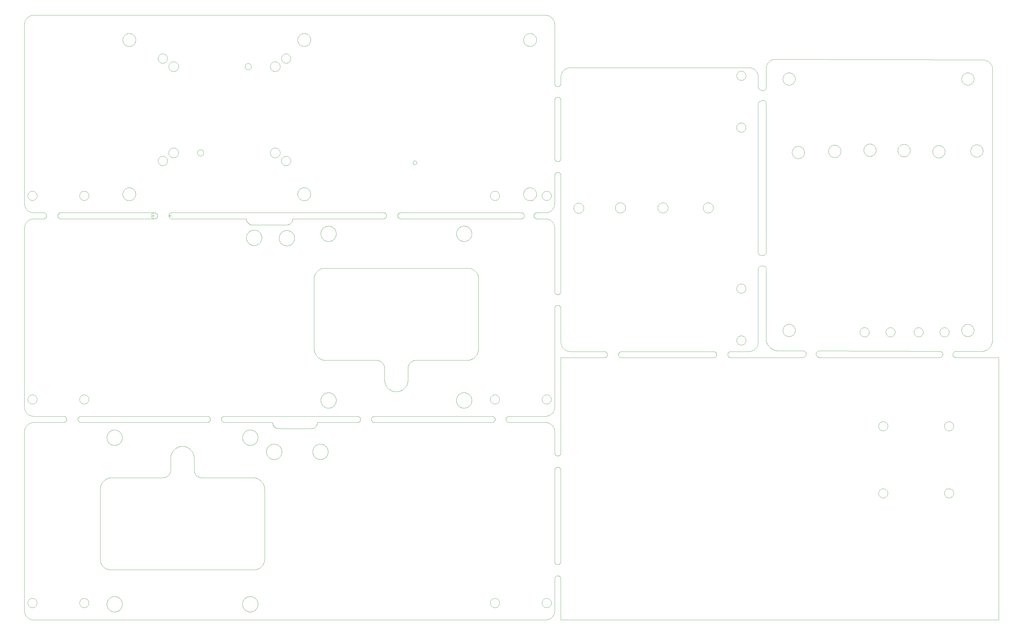
<source format=gko>
%MOIN*%
%OFA0B0*%
%FSLAX44Y44*%
%IPPOS*%
%LPD*%
%ADD10C,0*%
D10*
X00092129Y00062813D02*
X00092129Y00062813D01*
X00092126Y00062771D01*
X00092120Y00062729D01*
X00092111Y00062688D01*
X00092100Y00062648D01*
X00092085Y00062608D01*
X00092067Y00062570D01*
X00092047Y00062533D01*
X00092024Y00062497D01*
X00091999Y00062463D01*
X00091971Y00062431D01*
X00091942Y00062402D01*
X00091910Y00062374D01*
X00091876Y00062349D01*
X00091840Y00062326D01*
X00091803Y00062306D01*
X00091765Y00062288D01*
X00091725Y00062273D01*
X00091685Y00062262D01*
X00091644Y00062253D01*
X00091602Y00062247D01*
X00091560Y00062244D01*
X00091518Y00062244D01*
X00091476Y00062247D01*
X00091434Y00062253D01*
X00091393Y00062262D01*
X00091352Y00062273D01*
X00091313Y00062288D01*
X00091274Y00062306D01*
X00091237Y00062326D01*
X00091202Y00062349D01*
X00091168Y00062374D01*
X00091136Y00062402D01*
X00091106Y00062431D01*
X00091079Y00062463D01*
X00091053Y00062497D01*
X00091031Y00062533D01*
X00091010Y00062570D01*
X00090993Y00062608D01*
X00090978Y00062648D01*
X00090966Y00062688D01*
X00090957Y00062729D01*
X00090951Y00062771D01*
X00090948Y00062813D01*
X00090948Y00062855D01*
X00090951Y00062897D01*
X00090957Y00062939D01*
X00090966Y00062980D01*
X00090978Y00063021D01*
X00090993Y00063060D01*
X00091010Y00063099D01*
X00091031Y00063136D01*
X00091053Y00063171D01*
X00091079Y00063205D01*
X00091106Y00063237D01*
X00091136Y00063267D01*
X00091168Y00063294D01*
X00091202Y00063320D01*
X00091237Y00063342D01*
X00091274Y00063363D01*
X00091313Y00063380D01*
X00091352Y00063395D01*
X00091393Y00063407D01*
X00091434Y00063416D01*
X00091476Y00063422D01*
X00091518Y00063425D01*
X00091560Y00063425D01*
X00091602Y00063422D01*
X00091644Y00063416D01*
X00091685Y00063407D01*
X00091725Y00063395D01*
X00091765Y00063380D01*
X00091803Y00063363D01*
X00091840Y00063342D01*
X00091876Y00063320D01*
X00091910Y00063294D01*
X00091942Y00063267D01*
X00091971Y00063237D01*
X00091999Y00063205D01*
X00092024Y00063171D01*
X00092047Y00063136D01*
X00092067Y00063099D01*
X00092085Y00063060D01*
X00092100Y00063021D01*
X00092111Y00062980D01*
X00092120Y00062939D01*
X00092126Y00062897D01*
X00092129Y00062855D01*
X00092129Y00062813D01*
X00092129Y00069427D02*
X00092129Y00069427D01*
X00092126Y00069385D01*
X00092120Y00069343D01*
X00092111Y00069302D01*
X00092100Y00069262D01*
X00092085Y00069222D01*
X00092067Y00069184D01*
X00092047Y00069147D01*
X00092024Y00069111D01*
X00091999Y00069078D01*
X00091971Y00069046D01*
X00091942Y00069016D01*
X00091910Y00068988D01*
X00091876Y00068963D01*
X00091840Y00068940D01*
X00091803Y00068920D01*
X00091765Y00068902D01*
X00091725Y00068888D01*
X00091685Y00068876D01*
X00091644Y00068867D01*
X00091602Y00068861D01*
X00091560Y00068858D01*
X00091518Y00068858D01*
X00091476Y00068861D01*
X00091434Y00068867D01*
X00091393Y00068876D01*
X00091352Y00068888D01*
X00091313Y00068902D01*
X00091274Y00068920D01*
X00091237Y00068940D01*
X00091202Y00068963D01*
X00091168Y00068988D01*
X00091136Y00069016D01*
X00091106Y00069046D01*
X00091079Y00069078D01*
X00091053Y00069111D01*
X00091031Y00069147D01*
X00091010Y00069184D01*
X00090993Y00069222D01*
X00090978Y00069262D01*
X00090966Y00069302D01*
X00090957Y00069343D01*
X00090951Y00069385D01*
X00090948Y00069427D01*
X00090948Y00069469D01*
X00090951Y00069511D01*
X00090957Y00069553D01*
X00090966Y00069594D01*
X00090978Y00069635D01*
X00090993Y00069674D01*
X00091010Y00069713D01*
X00091031Y00069750D01*
X00091053Y00069785D01*
X00091079Y00069819D01*
X00091106Y00069851D01*
X00091136Y00069881D01*
X00091168Y00069908D01*
X00091202Y00069934D01*
X00091237Y00069957D01*
X00091274Y00069977D01*
X00091313Y00069994D01*
X00091352Y00070009D01*
X00091393Y00070021D01*
X00091434Y00070030D01*
X00091476Y00070036D01*
X00091518Y00070039D01*
X00091560Y00070039D01*
X00091602Y00070036D01*
X00091644Y00070030D01*
X00091685Y00070021D01*
X00091725Y00070009D01*
X00091765Y00069994D01*
X00091803Y00069977D01*
X00091840Y00069957D01*
X00091876Y00069934D01*
X00091910Y00069908D01*
X00091942Y00069881D01*
X00091971Y00069851D01*
X00091999Y00069819D01*
X00092024Y00069785D01*
X00092047Y00069750D01*
X00092067Y00069713D01*
X00092085Y00069674D01*
X00092100Y00069635D01*
X00092111Y00069594D01*
X00092120Y00069553D01*
X00092126Y00069511D01*
X00092129Y00069469D01*
X00092129Y00069427D01*
X00092129Y00035648D02*
X00092129Y00035648D01*
X00092126Y00035606D01*
X00092120Y00035564D01*
X00092111Y00035523D01*
X00092100Y00035482D01*
X00092085Y00035443D01*
X00092067Y00035404D01*
X00092047Y00035367D01*
X00092024Y00035332D01*
X00091999Y00035298D01*
X00091971Y00035266D01*
X00091942Y00035236D01*
X00091910Y00035209D01*
X00091876Y00035183D01*
X00091840Y00035161D01*
X00091803Y00035140D01*
X00091765Y00035123D01*
X00091725Y00035108D01*
X00091685Y00035096D01*
X00091644Y00035087D01*
X00091602Y00035081D01*
X00091560Y00035078D01*
X00091518Y00035078D01*
X00091476Y00035081D01*
X00091434Y00035087D01*
X00091393Y00035096D01*
X00091352Y00035108D01*
X00091313Y00035123D01*
X00091274Y00035140D01*
X00091237Y00035161D01*
X00091202Y00035183D01*
X00091168Y00035209D01*
X00091136Y00035236D01*
X00091106Y00035266D01*
X00091079Y00035298D01*
X00091053Y00035332D01*
X00091031Y00035367D01*
X00091010Y00035404D01*
X00090993Y00035443D01*
X00090978Y00035482D01*
X00090966Y00035523D01*
X00090957Y00035564D01*
X00090951Y00035606D01*
X00090948Y00035648D01*
X00090948Y00035690D01*
X00090951Y00035732D01*
X00090957Y00035774D01*
X00090966Y00035815D01*
X00090978Y00035855D01*
X00090993Y00035895D01*
X00091010Y00035933D01*
X00091031Y00035970D01*
X00091053Y00036006D01*
X00091079Y00036040D01*
X00091106Y00036071D01*
X00091136Y00036101D01*
X00091168Y00036129D01*
X00091202Y00036154D01*
X00091237Y00036177D01*
X00091274Y00036197D01*
X00091313Y00036215D01*
X00091352Y00036229D01*
X00091393Y00036241D01*
X00091434Y00036250D01*
X00091476Y00036256D01*
X00091518Y00036259D01*
X00091560Y00036259D01*
X00091602Y00036256D01*
X00091644Y00036250D01*
X00091685Y00036241D01*
X00091725Y00036229D01*
X00091765Y00036215D01*
X00091803Y00036197D01*
X00091840Y00036177D01*
X00091876Y00036154D01*
X00091910Y00036129D01*
X00091942Y00036101D01*
X00091971Y00036071D01*
X00091999Y00036040D01*
X00092024Y00036006D01*
X00092047Y00035970D01*
X00092067Y00035933D01*
X00092085Y00035895D01*
X00092100Y00035855D01*
X00092111Y00035815D01*
X00092120Y00035774D01*
X00092126Y00035732D01*
X00092129Y00035690D01*
X00092129Y00035648D01*
X00092129Y00042262D02*
X00092129Y00042262D01*
X00092126Y00042220D01*
X00092120Y00042178D01*
X00092111Y00042137D01*
X00092100Y00042096D01*
X00092085Y00042057D01*
X00092067Y00042018D01*
X00092047Y00041981D01*
X00092024Y00041946D01*
X00091999Y00041912D01*
X00091971Y00041880D01*
X00091942Y00041850D01*
X00091910Y00041823D01*
X00091876Y00041798D01*
X00091840Y00041775D01*
X00091803Y00041755D01*
X00091765Y00041737D01*
X00091725Y00041722D01*
X00091685Y00041710D01*
X00091644Y00041701D01*
X00091602Y00041695D01*
X00091560Y00041692D01*
X00091518Y00041692D01*
X00091476Y00041695D01*
X00091434Y00041701D01*
X00091393Y00041710D01*
X00091352Y00041722D01*
X00091313Y00041737D01*
X00091274Y00041755D01*
X00091237Y00041775D01*
X00091202Y00041798D01*
X00091168Y00041823D01*
X00091136Y00041850D01*
X00091106Y00041880D01*
X00091079Y00041912D01*
X00091053Y00041946D01*
X00091031Y00041981D01*
X00091010Y00042018D01*
X00090993Y00042057D01*
X00090978Y00042096D01*
X00090966Y00042137D01*
X00090957Y00042178D01*
X00090951Y00042220D01*
X00090948Y00042262D01*
X00090948Y00042304D01*
X00090951Y00042346D01*
X00090957Y00042388D01*
X00090966Y00042429D01*
X00090978Y00042470D01*
X00090993Y00042509D01*
X00091010Y00042547D01*
X00091031Y00042584D01*
X00091053Y00042620D01*
X00091079Y00042654D01*
X00091106Y00042686D01*
X00091136Y00042715D01*
X00091168Y00042743D01*
X00091202Y00042768D01*
X00091237Y00042791D01*
X00091274Y00042811D01*
X00091313Y00042829D01*
X00091352Y00042844D01*
X00091393Y00042856D01*
X00091434Y00042864D01*
X00091476Y00042871D01*
X00091518Y00042874D01*
X00091560Y00042874D01*
X00091602Y00042871D01*
X00091644Y00042864D01*
X00091685Y00042856D01*
X00091725Y00042844D01*
X00091765Y00042829D01*
X00091803Y00042811D01*
X00091840Y00042791D01*
X00091876Y00042768D01*
X00091910Y00042743D01*
X00091942Y00042715D01*
X00091971Y00042686D01*
X00091999Y00042654D01*
X00092024Y00042620D01*
X00092047Y00042584D01*
X00092067Y00042547D01*
X00092085Y00042509D01*
X00092100Y00042470D01*
X00092111Y00042429D01*
X00092120Y00042388D01*
X00092126Y00042346D01*
X00092129Y00042304D01*
X00092129Y00042262D01*
X00087972Y00052567D02*
X00087972Y00052567D01*
X00087970Y00052525D01*
X00087964Y00052483D01*
X00087956Y00052441D01*
X00087945Y00052400D01*
X00087931Y00052359D01*
X00087915Y00052320D01*
X00087896Y00052282D01*
X00087875Y00052245D01*
X00087851Y00052210D01*
X00087825Y00052176D01*
X00087797Y00052144D01*
X00087767Y00052114D01*
X00087735Y00052086D01*
X00087701Y00052060D01*
X00087666Y00052036D01*
X00087629Y00052015D01*
X00087591Y00051996D01*
X00087551Y00051980D01*
X00087511Y00051966D01*
X00087470Y00051955D01*
X00087428Y00051947D01*
X00087386Y00051941D01*
X00087344Y00051938D01*
X00087301Y00051938D01*
X00087259Y00051941D01*
X00087216Y00051947D01*
X00087175Y00051955D01*
X00087134Y00051966D01*
X00087093Y00051980D01*
X00087054Y00051996D01*
X00087016Y00052015D01*
X00086979Y00052036D01*
X00086944Y00052060D01*
X00086910Y00052086D01*
X00086878Y00052114D01*
X00086848Y00052144D01*
X00086820Y00052176D01*
X00086794Y00052210D01*
X00086770Y00052245D01*
X00086749Y00052282D01*
X00086730Y00052320D01*
X00086714Y00052359D01*
X00086700Y00052400D01*
X00086689Y00052441D01*
X00086681Y00052483D01*
X00086675Y00052525D01*
X00086672Y00052567D01*
X00086672Y00052610D01*
X00086675Y00052652D01*
X00086681Y00052694D01*
X00086689Y00052736D01*
X00086700Y00052777D01*
X00086714Y00052818D01*
X00086730Y00052857D01*
X00086749Y00052895D01*
X00086770Y00052932D01*
X00086794Y00052967D01*
X00086820Y00053001D01*
X00086848Y00053033D01*
X00086878Y00053063D01*
X00086910Y00053091D01*
X00086944Y00053117D01*
X00086979Y00053141D01*
X00087016Y00053162D01*
X00087054Y00053181D01*
X00087093Y00053197D01*
X00087134Y00053211D01*
X00087175Y00053222D01*
X00087216Y00053230D01*
X00087259Y00053236D01*
X00087301Y00053238D01*
X00087344Y00053238D01*
X00087386Y00053236D01*
X00087428Y00053230D01*
X00087470Y00053222D01*
X00087511Y00053211D01*
X00087551Y00053197D01*
X00087591Y00053181D01*
X00087629Y00053162D01*
X00087666Y00053141D01*
X00087701Y00053117D01*
X00087735Y00053091D01*
X00087767Y00053063D01*
X00087797Y00053033D01*
X00087825Y00053001D01*
X00087851Y00052967D01*
X00087875Y00052932D01*
X00087896Y00052895D01*
X00087915Y00052857D01*
X00087931Y00052818D01*
X00087945Y00052777D01*
X00087956Y00052736D01*
X00087964Y00052694D01*
X00087970Y00052652D01*
X00087972Y00052610D01*
X00087972Y00052567D01*
X00082185Y00052567D02*
X00082185Y00052567D01*
X00082182Y00052525D01*
X00082177Y00052483D01*
X00082168Y00052441D01*
X00082157Y00052400D01*
X00082144Y00052359D01*
X00082127Y00052320D01*
X00082108Y00052282D01*
X00082087Y00052245D01*
X00082064Y00052210D01*
X00082038Y00052176D01*
X00082010Y00052144D01*
X00081980Y00052114D01*
X00081947Y00052086D01*
X00081914Y00052060D01*
X00081878Y00052036D01*
X00081842Y00052015D01*
X00081803Y00051996D01*
X00081764Y00051980D01*
X00081724Y00051966D01*
X00081683Y00051955D01*
X00081641Y00051947D01*
X00081599Y00051941D01*
X00081556Y00051938D01*
X00081514Y00051938D01*
X00081471Y00051941D01*
X00081429Y00051947D01*
X00081387Y00051955D01*
X00081346Y00051966D01*
X00081306Y00051980D01*
X00081267Y00051996D01*
X00081228Y00052015D01*
X00081192Y00052036D01*
X00081156Y00052060D01*
X00081122Y00052086D01*
X00081090Y00052114D01*
X00081060Y00052144D01*
X00081032Y00052176D01*
X00081006Y00052210D01*
X00080983Y00052245D01*
X00080961Y00052282D01*
X00080943Y00052320D01*
X00080926Y00052359D01*
X00080913Y00052400D01*
X00080902Y00052441D01*
X00080893Y00052483D01*
X00080888Y00052525D01*
X00080885Y00052567D01*
X00080885Y00052610D01*
X00080888Y00052652D01*
X00080893Y00052694D01*
X00080902Y00052736D01*
X00080913Y00052777D01*
X00080926Y00052818D01*
X00080943Y00052857D01*
X00080961Y00052895D01*
X00080983Y00052932D01*
X00081006Y00052967D01*
X00081032Y00053001D01*
X00081060Y00053033D01*
X00081090Y00053063D01*
X00081122Y00053091D01*
X00081156Y00053117D01*
X00081192Y00053141D01*
X00081228Y00053162D01*
X00081267Y00053181D01*
X00081306Y00053197D01*
X00081346Y00053211D01*
X00081387Y00053222D01*
X00081429Y00053230D01*
X00081471Y00053236D01*
X00081514Y00053238D01*
X00081556Y00053238D01*
X00081599Y00053236D01*
X00081641Y00053230D01*
X00081683Y00053222D01*
X00081724Y00053211D01*
X00081764Y00053197D01*
X00081803Y00053181D01*
X00081842Y00053162D01*
X00081878Y00053141D01*
X00081914Y00053117D01*
X00081947Y00053091D01*
X00081980Y00053063D01*
X00082010Y00053033D01*
X00082038Y00053001D01*
X00082064Y00052967D01*
X00082087Y00052932D01*
X00082108Y00052895D01*
X00082127Y00052857D01*
X00082144Y00052818D01*
X00082157Y00052777D01*
X00082168Y00052736D01*
X00082177Y00052694D01*
X00082182Y00052652D01*
X00082185Y00052610D01*
X00082185Y00052567D01*
X00076752Y00052567D02*
X00076752Y00052567D01*
X00076749Y00052525D01*
X00076744Y00052483D01*
X00076735Y00052441D01*
X00076724Y00052400D01*
X00076711Y00052359D01*
X00076694Y00052320D01*
X00076675Y00052282D01*
X00076654Y00052245D01*
X00076630Y00052210D01*
X00076605Y00052176D01*
X00076577Y00052144D01*
X00076546Y00052114D01*
X00076514Y00052086D01*
X00076481Y00052060D01*
X00076445Y00052036D01*
X00076408Y00052015D01*
X00076370Y00051996D01*
X00076331Y00051980D01*
X00076291Y00051966D01*
X00076250Y00051955D01*
X00076208Y00051947D01*
X00076166Y00051941D01*
X00076123Y00051938D01*
X00076081Y00051938D01*
X00076038Y00051941D01*
X00075996Y00051947D01*
X00075954Y00051955D01*
X00075913Y00051966D01*
X00075873Y00051980D01*
X00075833Y00051996D01*
X00075795Y00052015D01*
X00075758Y00052036D01*
X00075723Y00052060D01*
X00075689Y00052086D01*
X00075657Y00052114D01*
X00075627Y00052144D01*
X00075599Y00052176D01*
X00075573Y00052210D01*
X00075550Y00052245D01*
X00075528Y00052282D01*
X00075509Y00052320D01*
X00075493Y00052359D01*
X00075480Y00052400D01*
X00075469Y00052441D01*
X00075460Y00052483D01*
X00075455Y00052525D01*
X00075452Y00052567D01*
X00075452Y00052610D01*
X00075455Y00052652D01*
X00075460Y00052694D01*
X00075469Y00052736D01*
X00075480Y00052777D01*
X00075493Y00052818D01*
X00075509Y00052857D01*
X00075528Y00052895D01*
X00075550Y00052932D01*
X00075573Y00052967D01*
X00075599Y00053001D01*
X00075627Y00053033D01*
X00075657Y00053063D01*
X00075689Y00053091D01*
X00075723Y00053117D01*
X00075758Y00053141D01*
X00075795Y00053162D01*
X00075833Y00053181D01*
X00075873Y00053197D01*
X00075913Y00053211D01*
X00075954Y00053222D01*
X00075996Y00053230D01*
X00076038Y00053236D01*
X00076081Y00053238D01*
X00076123Y00053238D01*
X00076166Y00053236D01*
X00076208Y00053230D01*
X00076250Y00053222D01*
X00076291Y00053211D01*
X00076331Y00053197D01*
X00076370Y00053181D01*
X00076408Y00053162D01*
X00076445Y00053141D01*
X00076481Y00053117D01*
X00076514Y00053091D01*
X00076546Y00053063D01*
X00076577Y00053033D01*
X00076605Y00053001D01*
X00076630Y00052967D01*
X00076654Y00052932D01*
X00076675Y00052895D01*
X00076694Y00052857D01*
X00076711Y00052818D01*
X00076724Y00052777D01*
X00076735Y00052736D01*
X00076744Y00052694D01*
X00076749Y00052652D01*
X00076752Y00052610D01*
X00076752Y00052567D01*
X00071437Y00052528D02*
X00071437Y00052528D01*
X00071434Y00052485D01*
X00071429Y00052443D01*
X00071420Y00052401D01*
X00071409Y00052360D01*
X00071396Y00052320D01*
X00071379Y00052281D01*
X00071360Y00052243D01*
X00071339Y00052206D01*
X00071316Y00052170D01*
X00071290Y00052137D01*
X00071262Y00052105D01*
X00071231Y00052074D01*
X00071199Y00052046D01*
X00071166Y00052020D01*
X00071130Y00051997D01*
X00071093Y00051976D01*
X00071055Y00051957D01*
X00071016Y00051940D01*
X00070976Y00051927D01*
X00070935Y00051916D01*
X00070893Y00051907D01*
X00070851Y00051902D01*
X00070808Y00051899D01*
X00070766Y00051899D01*
X00070723Y00051902D01*
X00070681Y00051907D01*
X00070639Y00051916D01*
X00070598Y00051927D01*
X00070558Y00051940D01*
X00070519Y00051957D01*
X00070480Y00051976D01*
X00070443Y00051997D01*
X00070408Y00052020D01*
X00070374Y00052046D01*
X00070342Y00052074D01*
X00070312Y00052105D01*
X00070284Y00052137D01*
X00070258Y00052170D01*
X00070235Y00052206D01*
X00070213Y00052243D01*
X00070195Y00052281D01*
X00070178Y00052320D01*
X00070165Y00052360D01*
X00070154Y00052401D01*
X00070145Y00052443D01*
X00070140Y00052485D01*
X00070137Y00052528D01*
X00070137Y00052570D01*
X00070140Y00052613D01*
X00070145Y00052655D01*
X00070154Y00052697D01*
X00070165Y00052738D01*
X00070178Y00052778D01*
X00070195Y00052817D01*
X00070213Y00052856D01*
X00070235Y00052893D01*
X00070258Y00052928D01*
X00070284Y00052962D01*
X00070312Y00052994D01*
X00070342Y00053024D01*
X00070374Y00053052D01*
X00070408Y00053078D01*
X00070443Y00053101D01*
X00070480Y00053123D01*
X00070519Y00053141D01*
X00070558Y00053158D01*
X00070598Y00053171D01*
X00070639Y00053182D01*
X00070681Y00053191D01*
X00070723Y00053196D01*
X00070766Y00053199D01*
X00070808Y00053199D01*
X00070851Y00053196D01*
X00070893Y00053191D01*
X00070935Y00053182D01*
X00070976Y00053171D01*
X00071016Y00053158D01*
X00071055Y00053141D01*
X00071093Y00053123D01*
X00071130Y00053101D01*
X00071166Y00053078D01*
X00071199Y00053052D01*
X00071231Y00053024D01*
X00071262Y00052994D01*
X00071290Y00052962D01*
X00071316Y00052928D01*
X00071339Y00052893D01*
X00071360Y00052856D01*
X00071379Y00052817D01*
X00071396Y00052778D01*
X00071409Y00052738D01*
X00071420Y00052697D01*
X00071429Y00052655D01*
X00071434Y00052613D01*
X00071437Y00052570D01*
X00071437Y00052528D01*
X00060057Y00053539D02*
X00060057Y00053539D01*
X00060015Y00053542D01*
X00059973Y00053548D01*
X00059932Y00053557D01*
X00059892Y00053569D01*
X00059852Y00053583D01*
X00059814Y00053601D01*
X00059777Y00053621D01*
X00059741Y00053644D01*
X00059707Y00053669D01*
X00059676Y00053697D01*
X00059646Y00053727D01*
X00059618Y00053759D01*
X00059593Y00053792D01*
X00059570Y00053828D01*
X00059550Y00053865D01*
X00059532Y00053903D01*
X00059518Y00053943D01*
X00059506Y00053983D01*
X00059497Y00054024D01*
X00059491Y00054066D01*
X00059488Y00054108D01*
X00059488Y00054151D01*
X00059491Y00054193D01*
X00059497Y00054234D01*
X00059506Y00054276D01*
X00059518Y00054316D01*
X00059532Y00054356D01*
X00059550Y00054394D01*
X00059570Y00054431D01*
X00059593Y00054466D01*
X00059618Y00054500D01*
X00059646Y00054532D01*
X00059676Y00054562D01*
X00059707Y00054590D01*
X00059741Y00054615D01*
X00059777Y00054638D01*
X00059814Y00054658D01*
X00059852Y00054675D01*
X00059892Y00054690D01*
X00059932Y00054702D01*
X00059973Y00054711D01*
X00060015Y00054717D01*
X00060057Y00054720D01*
X00060099Y00054720D01*
X00060141Y00054717D01*
X00060183Y00054711D01*
X00060224Y00054702D01*
X00060265Y00054690D01*
X00060304Y00054675D01*
X00060343Y00054658D01*
X00060380Y00054638D01*
X00060415Y00054615D01*
X00060449Y00054590D01*
X00060481Y00054562D01*
X00060511Y00054532D01*
X00060538Y00054500D01*
X00060564Y00054466D01*
X00060586Y00054431D01*
X00060607Y00054394D01*
X00060624Y00054356D01*
X00060639Y00054316D01*
X00060651Y00054276D01*
X00060660Y00054234D01*
X00060666Y00054193D01*
X00060669Y00054151D01*
X00060669Y00054108D01*
X00060666Y00054066D01*
X00060660Y00054024D01*
X00060651Y00053983D01*
X00060639Y00053943D01*
X00060624Y00053903D01*
X00060607Y00053865D01*
X00060586Y00053828D01*
X00060564Y00053792D01*
X00060538Y00053759D01*
X00060511Y00053727D01*
X00060481Y00053697D01*
X00060449Y00053669D01*
X00060415Y00053644D01*
X00060380Y00053621D01*
X00060343Y00053601D01*
X00060304Y00053583D01*
X00060265Y00053569D01*
X00060224Y00053557D01*
X00060183Y00053548D01*
X00060141Y00053542D01*
X00060099Y00053539D01*
X00060057Y00053539D01*
X00066671Y00053539D02*
X00066671Y00053539D01*
X00066629Y00053542D01*
X00066587Y00053548D01*
X00066546Y00053557D01*
X00066506Y00053569D01*
X00066466Y00053583D01*
X00066428Y00053601D01*
X00066391Y00053621D01*
X00066355Y00053644D01*
X00066322Y00053669D01*
X00066290Y00053697D01*
X00066260Y00053727D01*
X00066232Y00053759D01*
X00066207Y00053792D01*
X00066184Y00053828D01*
X00066164Y00053865D01*
X00066146Y00053903D01*
X00066132Y00053943D01*
X00066120Y00053983D01*
X00066111Y00054024D01*
X00066105Y00054066D01*
X00066102Y00054108D01*
X00066102Y00054151D01*
X00066105Y00054193D01*
X00066111Y00054234D01*
X00066120Y00054276D01*
X00066132Y00054316D01*
X00066146Y00054356D01*
X00066164Y00054394D01*
X00066184Y00054431D01*
X00066207Y00054466D01*
X00066232Y00054500D01*
X00066260Y00054532D01*
X00066290Y00054562D01*
X00066322Y00054590D01*
X00066355Y00054615D01*
X00066391Y00054638D01*
X00066428Y00054658D01*
X00066466Y00054675D01*
X00066506Y00054690D01*
X00066546Y00054702D01*
X00066587Y00054711D01*
X00066629Y00054717D01*
X00066671Y00054720D01*
X00066714Y00054720D01*
X00066756Y00054717D01*
X00066797Y00054711D01*
X00066839Y00054702D01*
X00066879Y00054690D01*
X00066919Y00054675D01*
X00066957Y00054658D01*
X00066994Y00054638D01*
X00067029Y00054615D01*
X00067063Y00054590D01*
X00067095Y00054562D01*
X00067125Y00054532D01*
X00067153Y00054500D01*
X00067178Y00054466D01*
X00067201Y00054431D01*
X00067221Y00054394D01*
X00067238Y00054356D01*
X00067253Y00054316D01*
X00067265Y00054276D01*
X00067274Y00054234D01*
X00067280Y00054193D01*
X00067283Y00054151D01*
X00067283Y00054108D01*
X00067280Y00054066D01*
X00067274Y00054024D01*
X00067265Y00053983D01*
X00067253Y00053943D01*
X00067238Y00053903D01*
X00067221Y00053865D01*
X00067201Y00053828D01*
X00067178Y00053792D01*
X00067153Y00053759D01*
X00067125Y00053727D01*
X00067095Y00053697D01*
X00067063Y00053669D01*
X00067029Y00053644D01*
X00066994Y00053621D01*
X00066957Y00053601D01*
X00066919Y00053583D01*
X00066879Y00053569D01*
X00066839Y00053557D01*
X00066797Y00053548D01*
X00066756Y00053542D01*
X00066714Y00053539D01*
X00066671Y00053539D01*
X00001002Y00053539D02*
X00001002Y00053539D01*
X00000960Y00053542D01*
X00000918Y00053548D01*
X00000877Y00053557D01*
X00000837Y00053569D01*
X00000797Y00053583D01*
X00000759Y00053601D01*
X00000722Y00053621D01*
X00000686Y00053644D01*
X00000652Y00053669D01*
X00000620Y00053697D01*
X00000591Y00053727D01*
X00000563Y00053759D01*
X00000538Y00053792D01*
X00000515Y00053828D01*
X00000495Y00053865D01*
X00000477Y00053903D01*
X00000462Y00053943D01*
X00000451Y00053983D01*
X00000442Y00054024D01*
X00000436Y00054066D01*
X00000433Y00054108D01*
X00000433Y00054151D01*
X00000436Y00054193D01*
X00000442Y00054234D01*
X00000451Y00054276D01*
X00000462Y00054316D01*
X00000477Y00054356D01*
X00000495Y00054394D01*
X00000515Y00054431D01*
X00000538Y00054466D01*
X00000563Y00054500D01*
X00000591Y00054532D01*
X00000620Y00054562D01*
X00000652Y00054590D01*
X00000686Y00054615D01*
X00000722Y00054638D01*
X00000759Y00054658D01*
X00000797Y00054675D01*
X00000837Y00054690D01*
X00000877Y00054702D01*
X00000918Y00054711D01*
X00000960Y00054717D01*
X00001002Y00054720D01*
X00001044Y00054720D01*
X00001086Y00054717D01*
X00001128Y00054711D01*
X00001169Y00054702D01*
X00001210Y00054690D01*
X00001249Y00054675D01*
X00001288Y00054658D01*
X00001325Y00054638D01*
X00001360Y00054615D01*
X00001394Y00054590D01*
X00001426Y00054562D01*
X00001456Y00054532D01*
X00001483Y00054500D01*
X00001509Y00054466D01*
X00001531Y00054431D01*
X00001552Y00054394D01*
X00001569Y00054356D01*
X00001584Y00054316D01*
X00001596Y00054276D01*
X00001605Y00054234D01*
X00001611Y00054193D01*
X00001614Y00054151D01*
X00001614Y00054108D01*
X00001611Y00054066D01*
X00001605Y00054024D01*
X00001596Y00053983D01*
X00001584Y00053943D01*
X00001569Y00053903D01*
X00001552Y00053865D01*
X00001531Y00053828D01*
X00001509Y00053792D01*
X00001483Y00053759D01*
X00001456Y00053727D01*
X00001426Y00053697D01*
X00001394Y00053669D01*
X00001360Y00053644D01*
X00001325Y00053621D01*
X00001288Y00053601D01*
X00001249Y00053583D01*
X00001210Y00053569D01*
X00001169Y00053557D01*
X00001128Y00053548D01*
X00001086Y00053542D01*
X00001044Y00053539D01*
X00001002Y00053539D01*
X00007616Y00053539D02*
X00007616Y00053539D01*
X00007574Y00053542D01*
X00007532Y00053548D01*
X00007491Y00053557D01*
X00007451Y00053569D01*
X00007411Y00053583D01*
X00007373Y00053601D01*
X00007336Y00053621D01*
X00007300Y00053644D01*
X00007267Y00053669D01*
X00007235Y00053697D01*
X00007205Y00053727D01*
X00007177Y00053759D01*
X00007152Y00053792D01*
X00007129Y00053828D01*
X00007109Y00053865D01*
X00007091Y00053903D01*
X00007077Y00053943D01*
X00007065Y00053983D01*
X00007056Y00054024D01*
X00007050Y00054066D01*
X00007047Y00054108D01*
X00007047Y00054151D01*
X00007050Y00054193D01*
X00007056Y00054234D01*
X00007065Y00054276D01*
X00007077Y00054316D01*
X00007091Y00054356D01*
X00007109Y00054394D01*
X00007129Y00054431D01*
X00007152Y00054466D01*
X00007177Y00054500D01*
X00007205Y00054532D01*
X00007235Y00054562D01*
X00007267Y00054590D01*
X00007300Y00054615D01*
X00007336Y00054638D01*
X00007373Y00054658D01*
X00007411Y00054675D01*
X00007451Y00054690D01*
X00007491Y00054702D01*
X00007532Y00054711D01*
X00007574Y00054717D01*
X00007616Y00054720D01*
X00007658Y00054720D01*
X00007700Y00054717D01*
X00007742Y00054711D01*
X00007783Y00054702D01*
X00007824Y00054690D01*
X00007863Y00054675D01*
X00007902Y00054658D01*
X00007939Y00054638D01*
X00007974Y00054615D01*
X00008008Y00054590D01*
X00008040Y00054562D01*
X00008070Y00054532D01*
X00008097Y00054500D01*
X00008123Y00054466D01*
X00008145Y00054431D01*
X00008166Y00054394D01*
X00008183Y00054356D01*
X00008198Y00054316D01*
X00008210Y00054276D01*
X00008219Y00054234D01*
X00008225Y00054193D01*
X00008228Y00054151D01*
X00008228Y00054108D01*
X00008225Y00054066D01*
X00008219Y00054024D01*
X00008210Y00053983D01*
X00008198Y00053943D01*
X00008183Y00053903D01*
X00008166Y00053865D01*
X00008145Y00053828D01*
X00008123Y00053792D01*
X00008097Y00053759D01*
X00008070Y00053727D01*
X00008040Y00053697D01*
X00008008Y00053669D01*
X00007974Y00053644D01*
X00007939Y00053621D01*
X00007902Y00053601D01*
X00007863Y00053583D01*
X00007824Y00053569D01*
X00007783Y00053557D01*
X00007742Y00053548D01*
X00007700Y00053542D01*
X00007658Y00053539D01*
X00007616Y00053539D01*
X00013410Y00053503D02*
X00013410Y00053503D01*
X00013360Y00053503D01*
X00013310Y00053506D01*
X00013261Y00053512D01*
X00013212Y00053521D01*
X00013163Y00053533D01*
X00013116Y00053548D01*
X00013069Y00053566D01*
X00013023Y00053587D01*
X00012979Y00053610D01*
X00012936Y00053636D01*
X00012895Y00053664D01*
X00012856Y00053695D01*
X00012818Y00053728D01*
X00012783Y00053763D01*
X00012750Y00053801D01*
X00012719Y00053840D01*
X00012691Y00053881D01*
X00012665Y00053924D01*
X00012642Y00053968D01*
X00012621Y00054014D01*
X00012603Y00054060D01*
X00012589Y00054108D01*
X00012577Y00054157D01*
X00012568Y00054206D01*
X00012562Y00054255D01*
X00012559Y00054305D01*
X00012559Y00054355D01*
X00012562Y00054405D01*
X00012568Y00054455D01*
X00012577Y00054504D01*
X00012589Y00054552D01*
X00012603Y00054600D01*
X00012621Y00054647D01*
X00012642Y00054692D01*
X00012665Y00054737D01*
X00012691Y00054779D01*
X00012719Y00054820D01*
X00012750Y00054860D01*
X00012783Y00054897D01*
X00012818Y00054932D01*
X00012856Y00054966D01*
X00012895Y00054996D01*
X00012936Y00055025D01*
X00012979Y00055051D01*
X00013023Y00055074D01*
X00013069Y00055094D01*
X00013116Y00055112D01*
X00013163Y00055127D01*
X00013212Y00055139D01*
X00013261Y00055148D01*
X00013310Y00055154D01*
X00013360Y00055157D01*
X00013410Y00055157D01*
X00013460Y00055154D01*
X00013510Y00055148D01*
X00013559Y00055139D01*
X00013607Y00055127D01*
X00013655Y00055112D01*
X00013702Y00055094D01*
X00013747Y00055074D01*
X00013792Y00055051D01*
X00013834Y00055025D01*
X00013876Y00054996D01*
X00013915Y00054966D01*
X00013952Y00054932D01*
X00013988Y00054897D01*
X00014021Y00054860D01*
X00014052Y00054820D01*
X00014080Y00054779D01*
X00014106Y00054737D01*
X00014129Y00054692D01*
X00014150Y00054647D01*
X00014167Y00054600D01*
X00014182Y00054552D01*
X00014194Y00054504D01*
X00014203Y00054455D01*
X00014209Y00054405D01*
X00014212Y00054355D01*
X00014212Y00054305D01*
X00014209Y00054255D01*
X00014203Y00054206D01*
X00014194Y00054157D01*
X00014182Y00054108D01*
X00014167Y00054060D01*
X00014150Y00054014D01*
X00014129Y00053968D01*
X00014106Y00053924D01*
X00014080Y00053881D01*
X00014052Y00053840D01*
X00014021Y00053801D01*
X00013988Y00053763D01*
X00013952Y00053728D01*
X00013915Y00053695D01*
X00013876Y00053664D01*
X00013834Y00053636D01*
X00013792Y00053610D01*
X00013747Y00053587D01*
X00013702Y00053566D01*
X00013655Y00053548D01*
X00013607Y00053533D01*
X00013559Y00053521D01*
X00013510Y00053512D01*
X00013460Y00053506D01*
X00013410Y00053503D01*
X00035753Y00053503D02*
X00035753Y00053503D01*
X00035703Y00053503D01*
X00035653Y00053506D01*
X00035603Y00053512D01*
X00035554Y00053521D01*
X00035506Y00053533D01*
X00035458Y00053548D01*
X00035411Y00053566D01*
X00035366Y00053587D01*
X00035322Y00053610D01*
X00035279Y00053636D01*
X00035238Y00053664D01*
X00035198Y00053695D01*
X00035161Y00053728D01*
X00035126Y00053763D01*
X00035092Y00053801D01*
X00035062Y00053840D01*
X00035033Y00053881D01*
X00035007Y00053924D01*
X00034984Y00053968D01*
X00034964Y00054014D01*
X00034946Y00054060D01*
X00034931Y00054108D01*
X00034919Y00054157D01*
X00034910Y00054206D01*
X00034904Y00054255D01*
X00034901Y00054305D01*
X00034901Y00054355D01*
X00034904Y00054405D01*
X00034910Y00054455D01*
X00034919Y00054504D01*
X00034931Y00054552D01*
X00034946Y00054600D01*
X00034964Y00054647D01*
X00034984Y00054692D01*
X00035007Y00054737D01*
X00035033Y00054779D01*
X00035062Y00054820D01*
X00035092Y00054860D01*
X00035126Y00054897D01*
X00035161Y00054932D01*
X00035198Y00054966D01*
X00035238Y00054996D01*
X00035279Y00055025D01*
X00035322Y00055051D01*
X00035366Y00055074D01*
X00035411Y00055094D01*
X00035458Y00055112D01*
X00035506Y00055127D01*
X00035554Y00055139D01*
X00035603Y00055148D01*
X00035653Y00055154D01*
X00035703Y00055157D01*
X00035753Y00055157D01*
X00035803Y00055154D01*
X00035852Y00055148D01*
X00035901Y00055139D01*
X00035950Y00055127D01*
X00035998Y00055112D01*
X00036044Y00055094D01*
X00036090Y00055074D01*
X00036134Y00055051D01*
X00036177Y00055025D01*
X00036218Y00054996D01*
X00036257Y00054966D01*
X00036295Y00054932D01*
X00036330Y00054897D01*
X00036363Y00054860D01*
X00036394Y00054820D01*
X00036422Y00054779D01*
X00036448Y00054737D01*
X00036472Y00054692D01*
X00036492Y00054647D01*
X00036510Y00054600D01*
X00036525Y00054552D01*
X00036537Y00054504D01*
X00036546Y00054455D01*
X00036552Y00054405D01*
X00036555Y00054355D01*
X00036555Y00054305D01*
X00036552Y00054255D01*
X00036546Y00054206D01*
X00036537Y00054157D01*
X00036525Y00054108D01*
X00036510Y00054060D01*
X00036492Y00054014D01*
X00036472Y00053968D01*
X00036448Y00053924D01*
X00036422Y00053881D01*
X00036394Y00053840D01*
X00036363Y00053801D01*
X00036330Y00053763D01*
X00036295Y00053728D01*
X00036257Y00053695D01*
X00036218Y00053664D01*
X00036177Y00053636D01*
X00036134Y00053610D01*
X00036090Y00053587D01*
X00036044Y00053566D01*
X00035998Y00053548D01*
X00035950Y00053533D01*
X00035901Y00053521D01*
X00035852Y00053512D01*
X00035803Y00053506D01*
X00035753Y00053503D01*
X00064591Y00053503D02*
X00064591Y00053503D01*
X00064541Y00053503D01*
X00064492Y00053506D01*
X00064442Y00053512D01*
X00064393Y00053521D01*
X00064344Y00053533D01*
X00064297Y00053548D01*
X00064250Y00053566D01*
X00064204Y00053587D01*
X00064160Y00053610D01*
X00064117Y00053636D01*
X00064076Y00053664D01*
X00064037Y00053695D01*
X00063999Y00053728D01*
X00063964Y00053763D01*
X00063931Y00053801D01*
X00063900Y00053840D01*
X00063872Y00053881D01*
X00063846Y00053924D01*
X00063823Y00053968D01*
X00063802Y00054014D01*
X00063785Y00054060D01*
X00063770Y00054108D01*
X00063758Y00054157D01*
X00063749Y00054206D01*
X00063743Y00054255D01*
X00063740Y00054305D01*
X00063740Y00054355D01*
X00063743Y00054405D01*
X00063749Y00054455D01*
X00063758Y00054504D01*
X00063770Y00054552D01*
X00063785Y00054600D01*
X00063802Y00054647D01*
X00063823Y00054692D01*
X00063846Y00054737D01*
X00063872Y00054779D01*
X00063900Y00054820D01*
X00063931Y00054860D01*
X00063964Y00054897D01*
X00063999Y00054932D01*
X00064037Y00054966D01*
X00064076Y00054996D01*
X00064117Y00055025D01*
X00064160Y00055051D01*
X00064204Y00055074D01*
X00064250Y00055094D01*
X00064297Y00055112D01*
X00064344Y00055127D01*
X00064393Y00055139D01*
X00064442Y00055148D01*
X00064492Y00055154D01*
X00064541Y00055157D01*
X00064591Y00055157D01*
X00064641Y00055154D01*
X00064691Y00055148D01*
X00064740Y00055139D01*
X00064789Y00055127D01*
X00064836Y00055112D01*
X00064883Y00055094D01*
X00064929Y00055074D01*
X00064973Y00055051D01*
X00065016Y00055025D01*
X00065057Y00054996D01*
X00065096Y00054966D01*
X00065133Y00054932D01*
X00065169Y00054897D01*
X00065202Y00054860D01*
X00065233Y00054820D01*
X00065261Y00054779D01*
X00065287Y00054737D01*
X00065310Y00054692D01*
X00065331Y00054647D01*
X00065348Y00054600D01*
X00065363Y00054552D01*
X00065375Y00054504D01*
X00065384Y00054455D01*
X00065390Y00054405D01*
X00065393Y00054355D01*
X00065393Y00054305D01*
X00065390Y00054255D01*
X00065384Y00054206D01*
X00065375Y00054157D01*
X00065363Y00054108D01*
X00065348Y00054060D01*
X00065331Y00054014D01*
X00065310Y00053968D01*
X00065287Y00053924D01*
X00065261Y00053881D01*
X00065233Y00053840D01*
X00065202Y00053801D01*
X00065169Y00053763D01*
X00065133Y00053728D01*
X00065096Y00053695D01*
X00065057Y00053664D01*
X00065016Y00053636D01*
X00064973Y00053610D01*
X00064929Y00053587D01*
X00064883Y00053566D01*
X00064836Y00053548D01*
X00064789Y00053533D01*
X00064740Y00053521D01*
X00064691Y00053512D01*
X00064641Y00053506D01*
X00064591Y00053503D01*
X00049854Y00058106D02*
X00049854Y00058106D01*
X00049826Y00058109D01*
X00049799Y00058115D01*
X00049773Y00058124D01*
X00049748Y00058136D01*
X00049725Y00058151D01*
X00049703Y00058168D01*
X00049684Y00058188D01*
X00049667Y00058209D01*
X00049652Y00058233D01*
X00049640Y00058258D01*
X00049631Y00058284D01*
X00049625Y00058311D01*
X00049622Y00058338D01*
X00049622Y00058366D01*
X00049625Y00058393D01*
X00049631Y00058420D01*
X00049640Y00058446D01*
X00049652Y00058471D01*
X00049667Y00058494D01*
X00049684Y00058516D01*
X00049703Y00058536D01*
X00049725Y00058553D01*
X00049748Y00058568D01*
X00049773Y00058580D01*
X00049799Y00058589D01*
X00049826Y00058595D01*
X00049854Y00058598D01*
X00049881Y00058598D01*
X00049909Y00058595D01*
X00049936Y00058589D01*
X00049962Y00058580D01*
X00049987Y00058568D01*
X00050010Y00058553D01*
X00050032Y00058536D01*
X00050051Y00058516D01*
X00050069Y00058494D01*
X00050083Y00058471D01*
X00050095Y00058446D01*
X00050104Y00058420D01*
X00050111Y00058393D01*
X00050114Y00058366D01*
X00050114Y00058338D01*
X00050111Y00058311D01*
X00050104Y00058284D01*
X00050095Y00058258D01*
X00050083Y00058233D01*
X00050069Y00058209D01*
X00050051Y00058188D01*
X00050032Y00058168D01*
X00050010Y00058151D01*
X00049987Y00058136D01*
X00049962Y00058124D01*
X00049936Y00058115D01*
X00049909Y00058109D01*
X00049881Y00058106D01*
X00049854Y00058106D01*
X00033394Y00057976D02*
X00033394Y00057976D01*
X00033351Y00057979D01*
X00033309Y00057985D01*
X00033267Y00057994D01*
X00033226Y00058006D01*
X00033186Y00058021D01*
X00033148Y00058039D01*
X00033110Y00058059D01*
X00033074Y00058082D01*
X00033040Y00058108D01*
X00033008Y00058136D01*
X00032978Y00058166D01*
X00032950Y00058198D01*
X00032925Y00058232D01*
X00032902Y00058268D01*
X00032881Y00058305D01*
X00032863Y00058344D01*
X00032849Y00058384D01*
X00032837Y00058425D01*
X00032827Y00058466D01*
X00032821Y00058509D01*
X00032818Y00058551D01*
X00032818Y00058594D01*
X00032821Y00058636D01*
X00032827Y00058678D01*
X00032837Y00058720D01*
X00032849Y00058761D01*
X00032863Y00058801D01*
X00032881Y00058839D01*
X00032902Y00058877D01*
X00032925Y00058913D01*
X00032950Y00058947D01*
X00032978Y00058979D01*
X00033008Y00059009D01*
X00033040Y00059037D01*
X00033074Y00059063D01*
X00033110Y00059086D01*
X00033148Y00059106D01*
X00033186Y00059124D01*
X00033226Y00059139D01*
X00033267Y00059151D01*
X00033309Y00059160D01*
X00033351Y00059166D01*
X00033394Y00059169D01*
X00033436Y00059169D01*
X00033479Y00059166D01*
X00033521Y00059160D01*
X00033562Y00059151D01*
X00033603Y00059139D01*
X00033643Y00059124D01*
X00033682Y00059106D01*
X00033719Y00059086D01*
X00033755Y00059063D01*
X00033789Y00059037D01*
X00033822Y00059009D01*
X00033852Y00058979D01*
X00033880Y00058947D01*
X00033905Y00058913D01*
X00033928Y00058877D01*
X00033949Y00058839D01*
X00033966Y00058801D01*
X00033981Y00058761D01*
X00033993Y00058720D01*
X00034002Y00058678D01*
X00034008Y00058636D01*
X00034011Y00058594D01*
X00034011Y00058551D01*
X00034008Y00058509D01*
X00034002Y00058466D01*
X00033993Y00058425D01*
X00033981Y00058384D01*
X00033966Y00058344D01*
X00033949Y00058305D01*
X00033928Y00058268D01*
X00033905Y00058232D01*
X00033880Y00058198D01*
X00033852Y00058166D01*
X00033822Y00058136D01*
X00033789Y00058108D01*
X00033755Y00058082D01*
X00033719Y00058059D01*
X00033682Y00058039D01*
X00033643Y00058021D01*
X00033603Y00058006D01*
X00033562Y00057994D01*
X00033521Y00057985D01*
X00033479Y00057979D01*
X00033436Y00057976D01*
X00033394Y00057976D01*
X00017646Y00057976D02*
X00017646Y00057976D01*
X00017603Y00057979D01*
X00017561Y00057985D01*
X00017519Y00057994D01*
X00017478Y00058006D01*
X00017438Y00058021D01*
X00017400Y00058039D01*
X00017362Y00058059D01*
X00017326Y00058082D01*
X00017292Y00058108D01*
X00017260Y00058136D01*
X00017230Y00058166D01*
X00017202Y00058198D01*
X00017177Y00058232D01*
X00017154Y00058268D01*
X00017133Y00058305D01*
X00017115Y00058344D01*
X00017101Y00058384D01*
X00017089Y00058425D01*
X00017079Y00058466D01*
X00017073Y00058509D01*
X00017070Y00058551D01*
X00017070Y00058594D01*
X00017073Y00058636D01*
X00017079Y00058678D01*
X00017089Y00058720D01*
X00017101Y00058761D01*
X00017115Y00058801D01*
X00017133Y00058839D01*
X00017154Y00058877D01*
X00017177Y00058913D01*
X00017202Y00058947D01*
X00017230Y00058979D01*
X00017260Y00059009D01*
X00017292Y00059037D01*
X00017326Y00059063D01*
X00017362Y00059086D01*
X00017400Y00059106D01*
X00017438Y00059124D01*
X00017478Y00059139D01*
X00017519Y00059151D01*
X00017561Y00059160D01*
X00017603Y00059166D01*
X00017646Y00059169D01*
X00017688Y00059169D01*
X00017731Y00059166D01*
X00017773Y00059160D01*
X00017814Y00059151D01*
X00017855Y00059139D01*
X00017895Y00059124D01*
X00017934Y00059106D01*
X00017971Y00059086D01*
X00018007Y00059063D01*
X00018041Y00059037D01*
X00018074Y00059009D01*
X00018104Y00058979D01*
X00018132Y00058947D01*
X00018157Y00058913D01*
X00018180Y00058877D01*
X00018201Y00058839D01*
X00018218Y00058801D01*
X00018233Y00058761D01*
X00018245Y00058720D01*
X00018254Y00058678D01*
X00018260Y00058636D01*
X00018263Y00058594D01*
X00018263Y00058551D01*
X00018260Y00058509D01*
X00018254Y00058466D01*
X00018245Y00058425D01*
X00018233Y00058384D01*
X00018218Y00058344D01*
X00018201Y00058305D01*
X00018180Y00058268D01*
X00018157Y00058232D01*
X00018132Y00058198D01*
X00018104Y00058166D01*
X00018074Y00058136D01*
X00018041Y00058108D01*
X00018007Y00058082D01*
X00017971Y00058059D01*
X00017934Y00058039D01*
X00017895Y00058021D01*
X00017855Y00058006D01*
X00017814Y00057994D01*
X00017773Y00057985D01*
X00017731Y00057979D01*
X00017688Y00057976D01*
X00017646Y00057976D01*
X00022488Y00059208D02*
X00022488Y00059208D01*
X00022453Y00059211D01*
X00022419Y00059217D01*
X00022385Y00059226D01*
X00022352Y00059238D01*
X00022321Y00059253D01*
X00022290Y00059270D01*
X00022262Y00059290D01*
X00022235Y00059313D01*
X00022211Y00059338D01*
X00022188Y00059364D01*
X00022168Y00059393D01*
X00022151Y00059423D01*
X00022136Y00059455D01*
X00022124Y00059487D01*
X00022115Y00059521D01*
X00022109Y00059556D01*
X00022106Y00059590D01*
X00022106Y00059625D01*
X00022109Y00059660D01*
X00022115Y00059694D01*
X00022124Y00059728D01*
X00022136Y00059761D01*
X00022151Y00059792D01*
X00022168Y00059823D01*
X00022188Y00059851D01*
X00022211Y00059878D01*
X00022235Y00059903D01*
X00022262Y00059925D01*
X00022290Y00059945D01*
X00022321Y00059963D01*
X00022352Y00059977D01*
X00022385Y00059989D01*
X00022419Y00059998D01*
X00022453Y00060004D01*
X00022488Y00060007D01*
X00022523Y00060007D01*
X00022558Y00060004D01*
X00022592Y00059998D01*
X00022626Y00059989D01*
X00022658Y00059977D01*
X00022690Y00059963D01*
X00022720Y00059945D01*
X00022749Y00059925D01*
X00022776Y00059903D01*
X00022800Y00059878D01*
X00022823Y00059851D01*
X00022843Y00059823D01*
X00022860Y00059792D01*
X00022875Y00059761D01*
X00022887Y00059728D01*
X00022896Y00059694D01*
X00022902Y00059660D01*
X00022905Y00059625D01*
X00022905Y00059590D01*
X00022902Y00059556D01*
X00022896Y00059521D01*
X00022887Y00059487D01*
X00022875Y00059455D01*
X00022860Y00059423D01*
X00022843Y00059393D01*
X00022823Y00059364D01*
X00022800Y00059338D01*
X00022776Y00059313D01*
X00022749Y00059290D01*
X00022720Y00059270D01*
X00022690Y00059253D01*
X00022658Y00059238D01*
X00022626Y00059226D01*
X00022592Y00059217D01*
X00022558Y00059211D01*
X00022523Y00059208D01*
X00022488Y00059208D01*
X00032005Y00058983D02*
X00032005Y00058983D01*
X00031964Y00058985D01*
X00031923Y00058991D01*
X00031883Y00058999D01*
X00031844Y00059009D01*
X00031805Y00059023D01*
X00031767Y00059038D01*
X00031730Y00059056D01*
X00031695Y00059077D01*
X00031661Y00059099D01*
X00031628Y00059124D01*
X00031598Y00059151D01*
X00031569Y00059180D01*
X00031542Y00059211D01*
X00031517Y00059244D01*
X00031494Y00059278D01*
X00031474Y00059313D01*
X00031455Y00059350D01*
X00031440Y00059387D01*
X00031427Y00059426D01*
X00031416Y00059466D01*
X00031408Y00059506D01*
X00031403Y00059546D01*
X00031400Y00059587D01*
X00031400Y00059628D01*
X00031403Y00059669D01*
X00031408Y00059710D01*
X00031416Y00059750D01*
X00031427Y00059789D01*
X00031440Y00059828D01*
X00031455Y00059866D01*
X00031474Y00059903D01*
X00031494Y00059938D01*
X00031517Y00059972D01*
X00031542Y00060004D01*
X00031569Y00060035D01*
X00031598Y00060064D01*
X00031628Y00060091D01*
X00031661Y00060116D01*
X00031695Y00060139D01*
X00031730Y00060159D01*
X00031767Y00060177D01*
X00031805Y00060193D01*
X00031844Y00060206D01*
X00031883Y00060217D01*
X00031923Y00060225D01*
X00031964Y00060230D01*
X00032005Y00060233D01*
X00032046Y00060233D01*
X00032086Y00060230D01*
X00032127Y00060225D01*
X00032167Y00060217D01*
X00032207Y00060206D01*
X00032245Y00060193D01*
X00032283Y00060177D01*
X00032320Y00060159D01*
X00032355Y00060139D01*
X00032389Y00060116D01*
X00032422Y00060091D01*
X00032453Y00060064D01*
X00032482Y00060035D01*
X00032508Y00060004D01*
X00032533Y00059972D01*
X00032556Y00059938D01*
X00032577Y00059903D01*
X00032595Y00059866D01*
X00032610Y00059828D01*
X00032624Y00059789D01*
X00032634Y00059750D01*
X00032642Y00059710D01*
X00032647Y00059669D01*
X00032650Y00059628D01*
X00032650Y00059587D01*
X00032647Y00059546D01*
X00032642Y00059506D01*
X00032634Y00059466D01*
X00032624Y00059426D01*
X00032610Y00059387D01*
X00032595Y00059350D01*
X00032577Y00059313D01*
X00032556Y00059278D01*
X00032533Y00059244D01*
X00032508Y00059211D01*
X00032482Y00059180D01*
X00032453Y00059151D01*
X00032422Y00059124D01*
X00032389Y00059099D01*
X00032355Y00059077D01*
X00032320Y00059056D01*
X00032283Y00059038D01*
X00032245Y00059023D01*
X00032207Y00059009D01*
X00032167Y00058999D01*
X00032127Y00058991D01*
X00032086Y00058985D01*
X00032046Y00058983D01*
X00032005Y00058983D01*
X00019036Y00058983D02*
X00019036Y00058983D01*
X00018995Y00058985D01*
X00018955Y00058991D01*
X00018915Y00058999D01*
X00018875Y00059009D01*
X00018836Y00059023D01*
X00018799Y00059038D01*
X00018762Y00059056D01*
X00018726Y00059077D01*
X00018692Y00059099D01*
X00018660Y00059124D01*
X00018629Y00059151D01*
X00018600Y00059180D01*
X00018573Y00059211D01*
X00018548Y00059244D01*
X00018526Y00059278D01*
X00018505Y00059313D01*
X00018487Y00059350D01*
X00018471Y00059387D01*
X00018458Y00059426D01*
X00018448Y00059466D01*
X00018440Y00059506D01*
X00018434Y00059546D01*
X00018432Y00059587D01*
X00018432Y00059628D01*
X00018434Y00059669D01*
X00018440Y00059710D01*
X00018448Y00059750D01*
X00018458Y00059789D01*
X00018471Y00059828D01*
X00018487Y00059866D01*
X00018505Y00059903D01*
X00018526Y00059938D01*
X00018548Y00059972D01*
X00018573Y00060004D01*
X00018600Y00060035D01*
X00018629Y00060064D01*
X00018660Y00060091D01*
X00018692Y00060116D01*
X00018726Y00060139D01*
X00018762Y00060159D01*
X00018799Y00060177D01*
X00018836Y00060193D01*
X00018875Y00060206D01*
X00018915Y00060217D01*
X00018955Y00060225D01*
X00018995Y00060230D01*
X00019036Y00060233D01*
X00019077Y00060233D01*
X00019118Y00060230D01*
X00019158Y00060225D01*
X00019199Y00060217D01*
X00019238Y00060206D01*
X00019277Y00060193D01*
X00019315Y00060177D01*
X00019351Y00060159D01*
X00019387Y00060139D01*
X00019421Y00060116D01*
X00019453Y00060091D01*
X00019484Y00060064D01*
X00019513Y00060035D01*
X00019540Y00060004D01*
X00019565Y00059972D01*
X00019588Y00059938D01*
X00019608Y00059903D01*
X00019626Y00059866D01*
X00019642Y00059828D01*
X00019655Y00059789D01*
X00019666Y00059750D01*
X00019674Y00059710D01*
X00019679Y00059669D01*
X00019682Y00059628D01*
X00019682Y00059587D01*
X00019679Y00059546D01*
X00019674Y00059506D01*
X00019666Y00059466D01*
X00019655Y00059426D01*
X00019642Y00059387D01*
X00019626Y00059350D01*
X00019608Y00059313D01*
X00019588Y00059278D01*
X00019565Y00059244D01*
X00019540Y00059211D01*
X00019513Y00059180D01*
X00019484Y00059151D01*
X00019453Y00059124D01*
X00019421Y00059099D01*
X00019387Y00059077D01*
X00019351Y00059056D01*
X00019315Y00059038D01*
X00019277Y00059023D01*
X00019238Y00059009D01*
X00019199Y00058999D01*
X00019158Y00058991D01*
X00019118Y00058985D01*
X00019077Y00058983D01*
X00019036Y00058983D01*
X00028559Y00070208D02*
X00028559Y00070208D01*
X00028524Y00070211D01*
X00028490Y00070217D01*
X00028456Y00070226D01*
X00028423Y00070238D01*
X00028392Y00070253D01*
X00028361Y00070270D01*
X00028333Y00070290D01*
X00028306Y00070313D01*
X00028281Y00070338D01*
X00028259Y00070364D01*
X00028239Y00070393D01*
X00028221Y00070423D01*
X00028207Y00070455D01*
X00028195Y00070487D01*
X00028186Y00070521D01*
X00028180Y00070556D01*
X00028177Y00070590D01*
X00028177Y00070625D01*
X00028180Y00070660D01*
X00028186Y00070694D01*
X00028195Y00070728D01*
X00028207Y00070761D01*
X00028221Y00070792D01*
X00028239Y00070823D01*
X00028259Y00070851D01*
X00028281Y00070878D01*
X00028306Y00070903D01*
X00028333Y00070925D01*
X00028361Y00070945D01*
X00028392Y00070963D01*
X00028423Y00070977D01*
X00028456Y00070989D01*
X00028490Y00070998D01*
X00028524Y00071004D01*
X00028559Y00071007D01*
X00028594Y00071007D01*
X00028628Y00071004D01*
X00028663Y00070998D01*
X00028697Y00070989D01*
X00028729Y00070977D01*
X00028761Y00070963D01*
X00028791Y00070945D01*
X00028820Y00070925D01*
X00028847Y00070903D01*
X00028871Y00070878D01*
X00028894Y00070851D01*
X00028914Y00070823D01*
X00028931Y00070792D01*
X00028946Y00070761D01*
X00028958Y00070728D01*
X00028967Y00070694D01*
X00028973Y00070660D01*
X00028976Y00070625D01*
X00028976Y00070590D01*
X00028973Y00070556D01*
X00028967Y00070521D01*
X00028958Y00070487D01*
X00028946Y00070455D01*
X00028931Y00070423D01*
X00028914Y00070393D01*
X00028894Y00070364D01*
X00028871Y00070338D01*
X00028847Y00070313D01*
X00028820Y00070290D01*
X00028791Y00070270D01*
X00028761Y00070253D01*
X00028729Y00070238D01*
X00028697Y00070226D01*
X00028663Y00070217D01*
X00028628Y00070211D01*
X00028594Y00070208D01*
X00028559Y00070208D01*
X00032005Y00069983D02*
X00032005Y00069983D01*
X00031964Y00069985D01*
X00031923Y00069991D01*
X00031883Y00069999D01*
X00031844Y00070009D01*
X00031805Y00070023D01*
X00031767Y00070038D01*
X00031730Y00070056D01*
X00031695Y00070077D01*
X00031661Y00070099D01*
X00031628Y00070124D01*
X00031598Y00070151D01*
X00031569Y00070180D01*
X00031542Y00070211D01*
X00031517Y00070244D01*
X00031494Y00070278D01*
X00031474Y00070313D01*
X00031455Y00070350D01*
X00031440Y00070387D01*
X00031427Y00070426D01*
X00031416Y00070466D01*
X00031408Y00070506D01*
X00031403Y00070546D01*
X00031400Y00070587D01*
X00031400Y00070628D01*
X00031403Y00070669D01*
X00031408Y00070710D01*
X00031416Y00070750D01*
X00031427Y00070789D01*
X00031440Y00070828D01*
X00031455Y00070866D01*
X00031474Y00070903D01*
X00031494Y00070938D01*
X00031517Y00070972D01*
X00031542Y00071004D01*
X00031569Y00071035D01*
X00031598Y00071064D01*
X00031628Y00071091D01*
X00031661Y00071116D01*
X00031695Y00071139D01*
X00031730Y00071159D01*
X00031767Y00071177D01*
X00031805Y00071193D01*
X00031844Y00071206D01*
X00031883Y00071217D01*
X00031923Y00071225D01*
X00031964Y00071230D01*
X00032005Y00071233D01*
X00032046Y00071233D01*
X00032086Y00071230D01*
X00032127Y00071225D01*
X00032167Y00071217D01*
X00032207Y00071206D01*
X00032245Y00071193D01*
X00032283Y00071177D01*
X00032320Y00071159D01*
X00032355Y00071139D01*
X00032389Y00071116D01*
X00032422Y00071091D01*
X00032453Y00071064D01*
X00032482Y00071035D01*
X00032508Y00071004D01*
X00032533Y00070972D01*
X00032556Y00070938D01*
X00032577Y00070903D01*
X00032595Y00070866D01*
X00032610Y00070828D01*
X00032624Y00070789D01*
X00032634Y00070750D01*
X00032642Y00070710D01*
X00032647Y00070669D01*
X00032650Y00070628D01*
X00032650Y00070587D01*
X00032647Y00070546D01*
X00032642Y00070506D01*
X00032634Y00070466D01*
X00032624Y00070426D01*
X00032610Y00070387D01*
X00032595Y00070350D01*
X00032577Y00070313D01*
X00032556Y00070278D01*
X00032533Y00070244D01*
X00032508Y00070211D01*
X00032482Y00070180D01*
X00032453Y00070151D01*
X00032422Y00070124D01*
X00032389Y00070099D01*
X00032355Y00070077D01*
X00032320Y00070056D01*
X00032283Y00070038D01*
X00032245Y00070023D01*
X00032207Y00070009D01*
X00032167Y00069999D01*
X00032127Y00069991D01*
X00032086Y00069985D01*
X00032046Y00069983D01*
X00032005Y00069983D01*
X00019036Y00069983D02*
X00019036Y00069983D01*
X00018995Y00069985D01*
X00018955Y00069991D01*
X00018915Y00069999D01*
X00018875Y00070009D01*
X00018836Y00070023D01*
X00018799Y00070038D01*
X00018762Y00070056D01*
X00018726Y00070077D01*
X00018692Y00070099D01*
X00018660Y00070124D01*
X00018629Y00070151D01*
X00018600Y00070180D01*
X00018573Y00070211D01*
X00018548Y00070244D01*
X00018526Y00070278D01*
X00018505Y00070313D01*
X00018487Y00070350D01*
X00018471Y00070387D01*
X00018458Y00070426D01*
X00018448Y00070466D01*
X00018440Y00070506D01*
X00018434Y00070546D01*
X00018432Y00070587D01*
X00018432Y00070628D01*
X00018434Y00070669D01*
X00018440Y00070710D01*
X00018448Y00070750D01*
X00018458Y00070789D01*
X00018471Y00070828D01*
X00018487Y00070866D01*
X00018505Y00070903D01*
X00018526Y00070938D01*
X00018548Y00070972D01*
X00018573Y00071004D01*
X00018600Y00071035D01*
X00018629Y00071064D01*
X00018660Y00071091D01*
X00018692Y00071116D01*
X00018726Y00071139D01*
X00018762Y00071159D01*
X00018799Y00071177D01*
X00018836Y00071193D01*
X00018875Y00071206D01*
X00018915Y00071217D01*
X00018955Y00071225D01*
X00018995Y00071230D01*
X00019036Y00071233D01*
X00019077Y00071233D01*
X00019118Y00071230D01*
X00019158Y00071225D01*
X00019199Y00071217D01*
X00019238Y00071206D01*
X00019277Y00071193D01*
X00019315Y00071177D01*
X00019351Y00071159D01*
X00019387Y00071139D01*
X00019421Y00071116D01*
X00019453Y00071091D01*
X00019484Y00071064D01*
X00019513Y00071035D01*
X00019540Y00071004D01*
X00019565Y00070972D01*
X00019588Y00070938D01*
X00019608Y00070903D01*
X00019626Y00070866D01*
X00019642Y00070828D01*
X00019655Y00070789D01*
X00019666Y00070750D01*
X00019674Y00070710D01*
X00019679Y00070669D01*
X00019682Y00070628D01*
X00019682Y00070587D01*
X00019679Y00070546D01*
X00019674Y00070506D01*
X00019666Y00070466D01*
X00019655Y00070426D01*
X00019642Y00070387D01*
X00019626Y00070350D01*
X00019608Y00070313D01*
X00019588Y00070278D01*
X00019565Y00070244D01*
X00019540Y00070211D01*
X00019513Y00070180D01*
X00019484Y00070151D01*
X00019453Y00070124D01*
X00019421Y00070099D01*
X00019387Y00070077D01*
X00019351Y00070056D01*
X00019315Y00070038D01*
X00019277Y00070023D01*
X00019238Y00070009D01*
X00019199Y00069999D01*
X00019158Y00069991D01*
X00019118Y00069985D01*
X00019077Y00069983D01*
X00019036Y00069983D01*
X00033394Y00071047D02*
X00033394Y00071047D01*
X00033351Y00071050D01*
X00033309Y00071056D01*
X00033267Y00071065D01*
X00033226Y00071077D01*
X00033186Y00071092D01*
X00033148Y00071110D01*
X00033110Y00071130D01*
X00033074Y00071153D01*
X00033040Y00071178D01*
X00033008Y00071206D01*
X00032978Y00071237D01*
X00032950Y00071269D01*
X00032925Y00071303D01*
X00032902Y00071339D01*
X00032881Y00071376D01*
X00032863Y00071415D01*
X00032849Y00071455D01*
X00032837Y00071496D01*
X00032827Y00071537D01*
X00032821Y00071579D01*
X00032818Y00071622D01*
X00032818Y00071664D01*
X00032821Y00071707D01*
X00032827Y00071749D01*
X00032837Y00071791D01*
X00032849Y00071832D01*
X00032863Y00071872D01*
X00032881Y00071910D01*
X00032902Y00071948D01*
X00032925Y00071984D01*
X00032950Y00072018D01*
X00032978Y00072050D01*
X00033008Y00072080D01*
X00033040Y00072108D01*
X00033074Y00072133D01*
X00033110Y00072157D01*
X00033148Y00072177D01*
X00033186Y00072195D01*
X00033226Y00072209D01*
X00033267Y00072222D01*
X00033309Y00072231D01*
X00033351Y00072237D01*
X00033394Y00072240D01*
X00033436Y00072240D01*
X00033479Y00072237D01*
X00033521Y00072231D01*
X00033562Y00072222D01*
X00033603Y00072209D01*
X00033643Y00072195D01*
X00033682Y00072177D01*
X00033719Y00072157D01*
X00033755Y00072133D01*
X00033789Y00072108D01*
X00033822Y00072080D01*
X00033852Y00072050D01*
X00033880Y00072018D01*
X00033905Y00071984D01*
X00033928Y00071948D01*
X00033949Y00071910D01*
X00033966Y00071872D01*
X00033981Y00071832D01*
X00033993Y00071791D01*
X00034002Y00071749D01*
X00034008Y00071707D01*
X00034011Y00071664D01*
X00034011Y00071622D01*
X00034008Y00071579D01*
X00034002Y00071537D01*
X00033993Y00071496D01*
X00033981Y00071455D01*
X00033966Y00071415D01*
X00033949Y00071376D01*
X00033928Y00071339D01*
X00033905Y00071303D01*
X00033880Y00071269D01*
X00033852Y00071237D01*
X00033822Y00071206D01*
X00033789Y00071178D01*
X00033755Y00071153D01*
X00033719Y00071130D01*
X00033682Y00071110D01*
X00033643Y00071092D01*
X00033603Y00071077D01*
X00033562Y00071065D01*
X00033521Y00071056D01*
X00033479Y00071050D01*
X00033436Y00071047D01*
X00033394Y00071047D01*
X00017646Y00071047D02*
X00017646Y00071047D01*
X00017603Y00071050D01*
X00017561Y00071056D01*
X00017519Y00071065D01*
X00017478Y00071077D01*
X00017438Y00071092D01*
X00017400Y00071110D01*
X00017362Y00071130D01*
X00017326Y00071153D01*
X00017292Y00071178D01*
X00017260Y00071206D01*
X00017230Y00071237D01*
X00017202Y00071269D01*
X00017177Y00071303D01*
X00017154Y00071339D01*
X00017133Y00071376D01*
X00017115Y00071415D01*
X00017101Y00071455D01*
X00017089Y00071496D01*
X00017079Y00071537D01*
X00017073Y00071579D01*
X00017070Y00071622D01*
X00017070Y00071664D01*
X00017073Y00071707D01*
X00017079Y00071749D01*
X00017089Y00071791D01*
X00017101Y00071832D01*
X00017115Y00071872D01*
X00017133Y00071910D01*
X00017154Y00071948D01*
X00017177Y00071984D01*
X00017202Y00072018D01*
X00017230Y00072050D01*
X00017260Y00072080D01*
X00017292Y00072108D01*
X00017326Y00072133D01*
X00017362Y00072157D01*
X00017400Y00072177D01*
X00017438Y00072195D01*
X00017478Y00072209D01*
X00017519Y00072222D01*
X00017561Y00072231D01*
X00017603Y00072237D01*
X00017646Y00072240D01*
X00017688Y00072240D01*
X00017731Y00072237D01*
X00017773Y00072231D01*
X00017814Y00072222D01*
X00017855Y00072209D01*
X00017895Y00072195D01*
X00017934Y00072177D01*
X00017971Y00072157D01*
X00018007Y00072133D01*
X00018041Y00072108D01*
X00018074Y00072080D01*
X00018104Y00072050D01*
X00018132Y00072018D01*
X00018157Y00071984D01*
X00018180Y00071948D01*
X00018201Y00071910D01*
X00018218Y00071872D01*
X00018233Y00071832D01*
X00018245Y00071791D01*
X00018254Y00071749D01*
X00018260Y00071707D01*
X00018263Y00071664D01*
X00018263Y00071622D01*
X00018260Y00071579D01*
X00018254Y00071537D01*
X00018245Y00071496D01*
X00018233Y00071455D01*
X00018218Y00071415D01*
X00018201Y00071376D01*
X00018180Y00071339D01*
X00018157Y00071303D01*
X00018132Y00071269D01*
X00018104Y00071237D01*
X00018074Y00071206D01*
X00018041Y00071178D01*
X00018007Y00071153D01*
X00017971Y00071130D01*
X00017934Y00071110D01*
X00017895Y00071092D01*
X00017855Y00071077D01*
X00017814Y00071065D01*
X00017773Y00071056D01*
X00017731Y00071050D01*
X00017688Y00071047D01*
X00017646Y00071047D01*
X00013410Y00073188D02*
X00013410Y00073188D01*
X00013360Y00073188D01*
X00013310Y00073192D01*
X00013261Y00073198D01*
X00013212Y00073207D01*
X00013163Y00073218D01*
X00013116Y00073233D01*
X00013069Y00073251D01*
X00013023Y00073272D01*
X00012979Y00073295D01*
X00012936Y00073321D01*
X00012895Y00073349D01*
X00012856Y00073380D01*
X00012818Y00073413D01*
X00012783Y00073448D01*
X00012750Y00073486D01*
X00012719Y00073525D01*
X00012691Y00073566D01*
X00012665Y00073609D01*
X00012642Y00073653D01*
X00012621Y00073699D01*
X00012603Y00073745D01*
X00012589Y00073793D01*
X00012577Y00073842D01*
X00012568Y00073891D01*
X00012562Y00073940D01*
X00012559Y00073990D01*
X00012559Y00074040D01*
X00012562Y00074090D01*
X00012568Y00074140D01*
X00012577Y00074189D01*
X00012589Y00074237D01*
X00012603Y00074285D01*
X00012621Y00074332D01*
X00012642Y00074377D01*
X00012665Y00074422D01*
X00012691Y00074464D01*
X00012719Y00074505D01*
X00012750Y00074545D01*
X00012783Y00074582D01*
X00012818Y00074618D01*
X00012856Y00074651D01*
X00012895Y00074681D01*
X00012936Y00074710D01*
X00012979Y00074736D01*
X00013023Y00074759D01*
X00013069Y00074779D01*
X00013116Y00074797D01*
X00013163Y00074812D01*
X00013212Y00074824D01*
X00013261Y00074833D01*
X00013310Y00074839D01*
X00013360Y00074842D01*
X00013410Y00074842D01*
X00013460Y00074839D01*
X00013510Y00074833D01*
X00013559Y00074824D01*
X00013607Y00074812D01*
X00013655Y00074797D01*
X00013702Y00074779D01*
X00013747Y00074759D01*
X00013792Y00074736D01*
X00013834Y00074710D01*
X00013876Y00074681D01*
X00013915Y00074651D01*
X00013952Y00074618D01*
X00013988Y00074582D01*
X00014021Y00074545D01*
X00014052Y00074505D01*
X00014080Y00074464D01*
X00014106Y00074422D01*
X00014129Y00074377D01*
X00014150Y00074332D01*
X00014167Y00074285D01*
X00014182Y00074237D01*
X00014194Y00074189D01*
X00014203Y00074140D01*
X00014209Y00074090D01*
X00014212Y00074040D01*
X00014212Y00073990D01*
X00014209Y00073940D01*
X00014203Y00073891D01*
X00014194Y00073842D01*
X00014182Y00073793D01*
X00014167Y00073745D01*
X00014150Y00073699D01*
X00014129Y00073653D01*
X00014106Y00073609D01*
X00014080Y00073566D01*
X00014052Y00073525D01*
X00014021Y00073486D01*
X00013988Y00073448D01*
X00013952Y00073413D01*
X00013915Y00073380D01*
X00013876Y00073349D01*
X00013834Y00073321D01*
X00013792Y00073295D01*
X00013747Y00073272D01*
X00013702Y00073251D01*
X00013655Y00073233D01*
X00013607Y00073218D01*
X00013559Y00073207D01*
X00013510Y00073198D01*
X00013460Y00073192D01*
X00013410Y00073188D01*
X00035753Y00073188D02*
X00035753Y00073188D01*
X00035703Y00073188D01*
X00035653Y00073192D01*
X00035603Y00073198D01*
X00035554Y00073207D01*
X00035506Y00073218D01*
X00035458Y00073233D01*
X00035411Y00073251D01*
X00035366Y00073272D01*
X00035322Y00073295D01*
X00035279Y00073321D01*
X00035238Y00073349D01*
X00035198Y00073380D01*
X00035161Y00073413D01*
X00035126Y00073448D01*
X00035092Y00073486D01*
X00035062Y00073525D01*
X00035033Y00073566D01*
X00035007Y00073609D01*
X00034984Y00073653D01*
X00034964Y00073699D01*
X00034946Y00073745D01*
X00034931Y00073793D01*
X00034919Y00073842D01*
X00034910Y00073891D01*
X00034904Y00073940D01*
X00034901Y00073990D01*
X00034901Y00074040D01*
X00034904Y00074090D01*
X00034910Y00074140D01*
X00034919Y00074189D01*
X00034931Y00074237D01*
X00034946Y00074285D01*
X00034964Y00074332D01*
X00034984Y00074377D01*
X00035007Y00074422D01*
X00035033Y00074464D01*
X00035062Y00074505D01*
X00035092Y00074545D01*
X00035126Y00074582D01*
X00035161Y00074618D01*
X00035198Y00074651D01*
X00035238Y00074681D01*
X00035279Y00074710D01*
X00035322Y00074736D01*
X00035366Y00074759D01*
X00035411Y00074779D01*
X00035458Y00074797D01*
X00035506Y00074812D01*
X00035554Y00074824D01*
X00035603Y00074833D01*
X00035653Y00074839D01*
X00035703Y00074842D01*
X00035753Y00074842D01*
X00035803Y00074839D01*
X00035852Y00074833D01*
X00035901Y00074824D01*
X00035950Y00074812D01*
X00035998Y00074797D01*
X00036044Y00074779D01*
X00036090Y00074759D01*
X00036134Y00074736D01*
X00036177Y00074710D01*
X00036218Y00074681D01*
X00036257Y00074651D01*
X00036295Y00074618D01*
X00036330Y00074582D01*
X00036363Y00074545D01*
X00036394Y00074505D01*
X00036422Y00074464D01*
X00036448Y00074422D01*
X00036472Y00074377D01*
X00036492Y00074332D01*
X00036510Y00074285D01*
X00036525Y00074237D01*
X00036537Y00074189D01*
X00036546Y00074140D01*
X00036552Y00074090D01*
X00036555Y00074040D01*
X00036555Y00073990D01*
X00036552Y00073940D01*
X00036546Y00073891D01*
X00036537Y00073842D01*
X00036525Y00073793D01*
X00036510Y00073745D01*
X00036492Y00073699D01*
X00036472Y00073653D01*
X00036448Y00073609D01*
X00036422Y00073566D01*
X00036394Y00073525D01*
X00036363Y00073486D01*
X00036330Y00073448D01*
X00036295Y00073413D01*
X00036257Y00073380D01*
X00036218Y00073349D01*
X00036177Y00073321D01*
X00036134Y00073295D01*
X00036090Y00073272D01*
X00036044Y00073251D01*
X00035998Y00073233D01*
X00035950Y00073218D01*
X00035901Y00073207D01*
X00035852Y00073198D01*
X00035803Y00073192D01*
X00035753Y00073188D01*
X00064591Y00073188D02*
X00064591Y00073188D01*
X00064541Y00073188D01*
X00064492Y00073192D01*
X00064442Y00073198D01*
X00064393Y00073207D01*
X00064344Y00073218D01*
X00064297Y00073233D01*
X00064250Y00073251D01*
X00064204Y00073272D01*
X00064160Y00073295D01*
X00064117Y00073321D01*
X00064076Y00073349D01*
X00064037Y00073380D01*
X00063999Y00073413D01*
X00063964Y00073448D01*
X00063931Y00073486D01*
X00063900Y00073525D01*
X00063872Y00073566D01*
X00063846Y00073609D01*
X00063823Y00073653D01*
X00063802Y00073699D01*
X00063785Y00073745D01*
X00063770Y00073793D01*
X00063758Y00073842D01*
X00063749Y00073891D01*
X00063743Y00073940D01*
X00063740Y00073990D01*
X00063740Y00074040D01*
X00063743Y00074090D01*
X00063749Y00074140D01*
X00063758Y00074189D01*
X00063770Y00074237D01*
X00063785Y00074285D01*
X00063802Y00074332D01*
X00063823Y00074377D01*
X00063846Y00074422D01*
X00063872Y00074464D01*
X00063900Y00074505D01*
X00063931Y00074545D01*
X00063964Y00074582D01*
X00063999Y00074618D01*
X00064037Y00074651D01*
X00064076Y00074681D01*
X00064117Y00074710D01*
X00064160Y00074736D01*
X00064204Y00074759D01*
X00064250Y00074779D01*
X00064297Y00074797D01*
X00064344Y00074812D01*
X00064393Y00074824D01*
X00064442Y00074833D01*
X00064492Y00074839D01*
X00064541Y00074842D01*
X00064591Y00074842D01*
X00064641Y00074839D01*
X00064691Y00074833D01*
X00064740Y00074824D01*
X00064789Y00074812D01*
X00064836Y00074797D01*
X00064883Y00074779D01*
X00064929Y00074759D01*
X00064973Y00074736D01*
X00065016Y00074710D01*
X00065057Y00074681D01*
X00065096Y00074651D01*
X00065133Y00074618D01*
X00065169Y00074582D01*
X00065202Y00074545D01*
X00065233Y00074505D01*
X00065261Y00074464D01*
X00065287Y00074422D01*
X00065310Y00074377D01*
X00065331Y00074332D01*
X00065348Y00074285D01*
X00065363Y00074237D01*
X00065375Y00074189D01*
X00065384Y00074140D01*
X00065390Y00074090D01*
X00065393Y00074040D01*
X00065393Y00073990D01*
X00065390Y00073940D01*
X00065384Y00073891D01*
X00065375Y00073842D01*
X00065363Y00073793D01*
X00065348Y00073745D01*
X00065331Y00073699D01*
X00065310Y00073653D01*
X00065287Y00073609D01*
X00065261Y00073566D01*
X00065233Y00073525D01*
X00065202Y00073486D01*
X00065169Y00073448D01*
X00065133Y00073413D01*
X00065096Y00073380D01*
X00065057Y00073349D01*
X00065016Y00073321D01*
X00064973Y00073295D01*
X00064929Y00073272D01*
X00064883Y00073251D01*
X00064836Y00073233D01*
X00064789Y00073218D01*
X00064740Y00073207D01*
X00064691Y00073198D01*
X00064641Y00073192D01*
X00064591Y00073188D01*
X00001002Y00027555D02*
X00001002Y00027555D01*
X00000960Y00027558D01*
X00000918Y00027564D01*
X00000877Y00027573D01*
X00000837Y00027584D01*
X00000797Y00027599D01*
X00000759Y00027617D01*
X00000722Y00027637D01*
X00000686Y00027660D01*
X00000652Y00027685D01*
X00000620Y00027713D01*
X00000591Y00027742D01*
X00000563Y00027774D01*
X00000538Y00027808D01*
X00000515Y00027844D01*
X00000495Y00027881D01*
X00000477Y00027919D01*
X00000462Y00027959D01*
X00000451Y00027999D01*
X00000442Y00028040D01*
X00000436Y00028082D01*
X00000433Y00028124D01*
X00000433Y00028166D01*
X00000436Y00028208D01*
X00000442Y00028250D01*
X00000451Y00028291D01*
X00000462Y00028332D01*
X00000477Y00028371D01*
X00000495Y00028410D01*
X00000515Y00028447D01*
X00000538Y00028482D01*
X00000563Y00028516D01*
X00000591Y00028548D01*
X00000620Y00028578D01*
X00000652Y00028605D01*
X00000686Y00028631D01*
X00000722Y00028653D01*
X00000759Y00028674D01*
X00000797Y00028691D01*
X00000837Y00028706D01*
X00000877Y00028718D01*
X00000918Y00028727D01*
X00000960Y00028733D01*
X00001002Y00028736D01*
X00001044Y00028736D01*
X00001086Y00028733D01*
X00001128Y00028727D01*
X00001169Y00028718D01*
X00001210Y00028706D01*
X00001249Y00028691D01*
X00001288Y00028674D01*
X00001325Y00028653D01*
X00001360Y00028631D01*
X00001394Y00028605D01*
X00001426Y00028578D01*
X00001456Y00028548D01*
X00001483Y00028516D01*
X00001509Y00028482D01*
X00001531Y00028447D01*
X00001552Y00028410D01*
X00001569Y00028371D01*
X00001584Y00028332D01*
X00001596Y00028291D01*
X00001605Y00028250D01*
X00001611Y00028208D01*
X00001614Y00028166D01*
X00001614Y00028124D01*
X00001611Y00028082D01*
X00001605Y00028040D01*
X00001596Y00027999D01*
X00001584Y00027959D01*
X00001569Y00027919D01*
X00001552Y00027881D01*
X00001531Y00027844D01*
X00001509Y00027808D01*
X00001483Y00027774D01*
X00001456Y00027742D01*
X00001426Y00027713D01*
X00001394Y00027685D01*
X00001360Y00027660D01*
X00001325Y00027637D01*
X00001288Y00027617D01*
X00001249Y00027599D01*
X00001210Y00027584D01*
X00001169Y00027573D01*
X00001128Y00027564D01*
X00001086Y00027558D01*
X00001044Y00027555D01*
X00001002Y00027555D01*
X00007616Y00027555D02*
X00007616Y00027555D01*
X00007574Y00027558D01*
X00007532Y00027564D01*
X00007491Y00027573D01*
X00007451Y00027584D01*
X00007411Y00027599D01*
X00007373Y00027617D01*
X00007336Y00027637D01*
X00007300Y00027660D01*
X00007267Y00027685D01*
X00007235Y00027713D01*
X00007205Y00027742D01*
X00007177Y00027774D01*
X00007152Y00027808D01*
X00007129Y00027844D01*
X00007109Y00027881D01*
X00007091Y00027919D01*
X00007077Y00027959D01*
X00007065Y00027999D01*
X00007056Y00028040D01*
X00007050Y00028082D01*
X00007047Y00028124D01*
X00007047Y00028166D01*
X00007050Y00028208D01*
X00007056Y00028250D01*
X00007065Y00028291D01*
X00007077Y00028332D01*
X00007091Y00028371D01*
X00007109Y00028410D01*
X00007129Y00028447D01*
X00007152Y00028482D01*
X00007177Y00028516D01*
X00007205Y00028548D01*
X00007235Y00028578D01*
X00007267Y00028605D01*
X00007300Y00028631D01*
X00007336Y00028653D01*
X00007373Y00028674D01*
X00007411Y00028691D01*
X00007451Y00028706D01*
X00007491Y00028718D01*
X00007532Y00028727D01*
X00007574Y00028733D01*
X00007616Y00028736D01*
X00007658Y00028736D01*
X00007700Y00028733D01*
X00007742Y00028727D01*
X00007783Y00028718D01*
X00007824Y00028706D01*
X00007863Y00028691D01*
X00007902Y00028674D01*
X00007939Y00028653D01*
X00007974Y00028631D01*
X00008008Y00028605D01*
X00008040Y00028578D01*
X00008070Y00028548D01*
X00008097Y00028516D01*
X00008123Y00028482D01*
X00008145Y00028447D01*
X00008166Y00028410D01*
X00008183Y00028371D01*
X00008198Y00028332D01*
X00008210Y00028291D01*
X00008219Y00028250D01*
X00008225Y00028208D01*
X00008228Y00028166D01*
X00008228Y00028124D01*
X00008225Y00028082D01*
X00008219Y00028040D01*
X00008210Y00027999D01*
X00008198Y00027959D01*
X00008183Y00027919D01*
X00008166Y00027881D01*
X00008145Y00027844D01*
X00008123Y00027808D01*
X00008097Y00027774D01*
X00008070Y00027742D01*
X00008040Y00027713D01*
X00008008Y00027685D01*
X00007974Y00027660D01*
X00007939Y00027637D01*
X00007902Y00027617D01*
X00007863Y00027599D01*
X00007824Y00027584D01*
X00007783Y00027573D01*
X00007742Y00027564D01*
X00007700Y00027558D01*
X00007658Y00027555D01*
X00007616Y00027555D01*
X00060057Y00027555D02*
X00060057Y00027555D01*
X00060015Y00027558D01*
X00059973Y00027564D01*
X00059932Y00027573D01*
X00059892Y00027584D01*
X00059852Y00027599D01*
X00059814Y00027617D01*
X00059777Y00027637D01*
X00059741Y00027660D01*
X00059707Y00027685D01*
X00059676Y00027713D01*
X00059646Y00027742D01*
X00059618Y00027774D01*
X00059593Y00027808D01*
X00059570Y00027844D01*
X00059550Y00027881D01*
X00059532Y00027919D01*
X00059518Y00027959D01*
X00059506Y00027999D01*
X00059497Y00028040D01*
X00059491Y00028082D01*
X00059488Y00028124D01*
X00059488Y00028166D01*
X00059491Y00028208D01*
X00059497Y00028250D01*
X00059506Y00028291D01*
X00059518Y00028332D01*
X00059532Y00028371D01*
X00059550Y00028410D01*
X00059570Y00028447D01*
X00059593Y00028482D01*
X00059618Y00028516D01*
X00059646Y00028548D01*
X00059676Y00028578D01*
X00059707Y00028605D01*
X00059741Y00028631D01*
X00059777Y00028653D01*
X00059814Y00028674D01*
X00059852Y00028691D01*
X00059892Y00028706D01*
X00059932Y00028718D01*
X00059973Y00028727D01*
X00060015Y00028733D01*
X00060057Y00028736D01*
X00060099Y00028736D01*
X00060141Y00028733D01*
X00060183Y00028727D01*
X00060224Y00028718D01*
X00060265Y00028706D01*
X00060304Y00028691D01*
X00060343Y00028674D01*
X00060380Y00028653D01*
X00060415Y00028631D01*
X00060449Y00028605D01*
X00060481Y00028578D01*
X00060511Y00028548D01*
X00060538Y00028516D01*
X00060564Y00028482D01*
X00060586Y00028447D01*
X00060607Y00028410D01*
X00060624Y00028371D01*
X00060639Y00028332D01*
X00060651Y00028291D01*
X00060660Y00028250D01*
X00060666Y00028208D01*
X00060669Y00028166D01*
X00060669Y00028124D01*
X00060666Y00028082D01*
X00060660Y00028040D01*
X00060651Y00027999D01*
X00060639Y00027959D01*
X00060624Y00027919D01*
X00060607Y00027881D01*
X00060586Y00027844D01*
X00060564Y00027808D01*
X00060538Y00027774D01*
X00060511Y00027742D01*
X00060481Y00027713D01*
X00060449Y00027685D01*
X00060415Y00027660D01*
X00060380Y00027637D01*
X00060343Y00027617D01*
X00060304Y00027599D01*
X00060265Y00027584D01*
X00060224Y00027573D01*
X00060183Y00027564D01*
X00060141Y00027558D01*
X00060099Y00027555D01*
X00060057Y00027555D01*
X00066671Y00027555D02*
X00066671Y00027555D01*
X00066629Y00027558D01*
X00066587Y00027564D01*
X00066546Y00027573D01*
X00066506Y00027584D01*
X00066466Y00027599D01*
X00066428Y00027617D01*
X00066391Y00027637D01*
X00066355Y00027660D01*
X00066322Y00027685D01*
X00066290Y00027713D01*
X00066260Y00027742D01*
X00066232Y00027774D01*
X00066207Y00027808D01*
X00066184Y00027844D01*
X00066164Y00027881D01*
X00066146Y00027919D01*
X00066132Y00027959D01*
X00066120Y00027999D01*
X00066111Y00028040D01*
X00066105Y00028082D01*
X00066102Y00028124D01*
X00066102Y00028166D01*
X00066105Y00028208D01*
X00066111Y00028250D01*
X00066120Y00028291D01*
X00066132Y00028332D01*
X00066146Y00028371D01*
X00066164Y00028410D01*
X00066184Y00028447D01*
X00066207Y00028482D01*
X00066232Y00028516D01*
X00066260Y00028548D01*
X00066290Y00028578D01*
X00066322Y00028605D01*
X00066355Y00028631D01*
X00066391Y00028653D01*
X00066428Y00028674D01*
X00066466Y00028691D01*
X00066506Y00028706D01*
X00066546Y00028718D01*
X00066587Y00028727D01*
X00066629Y00028733D01*
X00066671Y00028736D01*
X00066714Y00028736D01*
X00066756Y00028733D01*
X00066797Y00028727D01*
X00066839Y00028718D01*
X00066879Y00028706D01*
X00066919Y00028691D01*
X00066957Y00028674D01*
X00066994Y00028653D01*
X00067029Y00028631D01*
X00067063Y00028605D01*
X00067095Y00028578D01*
X00067125Y00028548D01*
X00067153Y00028516D01*
X00067178Y00028482D01*
X00067201Y00028447D01*
X00067221Y00028410D01*
X00067238Y00028371D01*
X00067253Y00028332D01*
X00067265Y00028291D01*
X00067274Y00028250D01*
X00067280Y00028208D01*
X00067283Y00028166D01*
X00067283Y00028124D01*
X00067280Y00028082D01*
X00067274Y00028040D01*
X00067265Y00027999D01*
X00067253Y00027959D01*
X00067238Y00027919D01*
X00067221Y00027881D01*
X00067201Y00027844D01*
X00067178Y00027808D01*
X00067153Y00027774D01*
X00067125Y00027742D01*
X00067095Y00027713D01*
X00067063Y00027685D01*
X00067029Y00027660D01*
X00066994Y00027637D01*
X00066957Y00027617D01*
X00066919Y00027599D01*
X00066879Y00027584D01*
X00066839Y00027573D01*
X00066797Y00027564D01*
X00066756Y00027558D01*
X00066714Y00027555D01*
X00066671Y00027555D01*
X00038801Y00027033D02*
X00038801Y00027033D01*
X00038745Y00027036D01*
X00038691Y00027042D01*
X00038636Y00027052D01*
X00038582Y00027064D01*
X00038529Y00027079D01*
X00038477Y00027097D01*
X00038426Y00027118D01*
X00038376Y00027142D01*
X00038328Y00027169D01*
X00038281Y00027199D01*
X00038236Y00027230D01*
X00038193Y00027265D01*
X00038152Y00027302D01*
X00038113Y00027341D01*
X00038076Y00027382D01*
X00038042Y00027425D01*
X00038010Y00027470D01*
X00037980Y00027517D01*
X00037953Y00027565D01*
X00037929Y00027615D01*
X00037908Y00027666D01*
X00037890Y00027718D01*
X00037875Y00027771D01*
X00037863Y00027825D01*
X00037853Y00027880D01*
X00037847Y00027934D01*
X00037844Y00027990D01*
X00037844Y00028045D01*
X00037847Y00028100D01*
X00037853Y00028155D01*
X00037863Y00028209D01*
X00037875Y00028263D01*
X00037890Y00028316D01*
X00037908Y00028368D01*
X00037929Y00028419D01*
X00037953Y00028469D01*
X00037980Y00028517D01*
X00038010Y00028564D01*
X00038042Y00028609D01*
X00038076Y00028652D01*
X00038113Y00028694D01*
X00038152Y00028733D01*
X00038193Y00028769D01*
X00038236Y00028804D01*
X00038281Y00028836D01*
X00038328Y00028865D01*
X00038376Y00028892D01*
X00038426Y00028916D01*
X00038477Y00028937D01*
X00038529Y00028955D01*
X00038582Y00028971D01*
X00038636Y00028983D01*
X00038691Y00028992D01*
X00038745Y00028998D01*
X00038801Y00029001D01*
X00038856Y00029001D01*
X00038911Y00028998D01*
X00038966Y00028992D01*
X00039020Y00028983D01*
X00039074Y00028971D01*
X00039127Y00028955D01*
X00039179Y00028937D01*
X00039230Y00028916D01*
X00039280Y00028892D01*
X00039329Y00028865D01*
X00039375Y00028836D01*
X00039420Y00028804D01*
X00039464Y00028769D01*
X00039505Y00028733D01*
X00039544Y00028694D01*
X00039581Y00028652D01*
X00039615Y00028609D01*
X00039647Y00028564D01*
X00039676Y00028517D01*
X00039703Y00028469D01*
X00039727Y00028419D01*
X00039748Y00028368D01*
X00039766Y00028316D01*
X00039782Y00028263D01*
X00039794Y00028209D01*
X00039803Y00028155D01*
X00039809Y00028100D01*
X00039812Y00028045D01*
X00039812Y00027990D01*
X00039809Y00027934D01*
X00039803Y00027880D01*
X00039794Y00027825D01*
X00039782Y00027771D01*
X00039766Y00027718D01*
X00039748Y00027666D01*
X00039727Y00027615D01*
X00039703Y00027565D01*
X00039676Y00027517D01*
X00039647Y00027470D01*
X00039615Y00027425D01*
X00039581Y00027382D01*
X00039544Y00027341D01*
X00039505Y00027302D01*
X00039464Y00027265D01*
X00039420Y00027230D01*
X00039375Y00027199D01*
X00039329Y00027169D01*
X00039280Y00027142D01*
X00039230Y00027118D01*
X00039179Y00027097D01*
X00039127Y00027079D01*
X00039074Y00027064D01*
X00039020Y00027052D01*
X00038966Y00027042D01*
X00038911Y00027036D01*
X00038856Y00027033D01*
X00038801Y00027033D01*
X00056123Y00027033D02*
X00056123Y00027033D01*
X00056068Y00027036D01*
X00056013Y00027042D01*
X00055959Y00027052D01*
X00055905Y00027064D01*
X00055852Y00027079D01*
X00055800Y00027097D01*
X00055749Y00027118D01*
X00055699Y00027142D01*
X00055651Y00027169D01*
X00055604Y00027199D01*
X00055559Y00027230D01*
X00055516Y00027265D01*
X00055475Y00027302D01*
X00055436Y00027341D01*
X00055399Y00027382D01*
X00055364Y00027425D01*
X00055332Y00027470D01*
X00055303Y00027517D01*
X00055276Y00027565D01*
X00055252Y00027615D01*
X00055231Y00027666D01*
X00055213Y00027718D01*
X00055198Y00027771D01*
X00055185Y00027825D01*
X00055176Y00027880D01*
X00055170Y00027934D01*
X00055167Y00027990D01*
X00055167Y00028045D01*
X00055170Y00028100D01*
X00055176Y00028155D01*
X00055185Y00028209D01*
X00055198Y00028263D01*
X00055213Y00028316D01*
X00055231Y00028368D01*
X00055252Y00028419D01*
X00055276Y00028469D01*
X00055303Y00028517D01*
X00055332Y00028564D01*
X00055364Y00028609D01*
X00055399Y00028652D01*
X00055436Y00028694D01*
X00055475Y00028733D01*
X00055516Y00028769D01*
X00055559Y00028804D01*
X00055604Y00028836D01*
X00055651Y00028865D01*
X00055699Y00028892D01*
X00055749Y00028916D01*
X00055800Y00028937D01*
X00055852Y00028955D01*
X00055905Y00028971D01*
X00055959Y00028983D01*
X00056013Y00028992D01*
X00056068Y00028998D01*
X00056123Y00029001D01*
X00056179Y00029001D01*
X00056234Y00028998D01*
X00056289Y00028992D01*
X00056343Y00028983D01*
X00056397Y00028971D01*
X00056450Y00028955D01*
X00056502Y00028937D01*
X00056553Y00028916D01*
X00056603Y00028892D01*
X00056651Y00028865D01*
X00056698Y00028836D01*
X00056743Y00028804D01*
X00056786Y00028769D01*
X00056828Y00028733D01*
X00056867Y00028694D01*
X00056903Y00028652D01*
X00056938Y00028609D01*
X00056970Y00028564D01*
X00056999Y00028517D01*
X00057026Y00028469D01*
X00057050Y00028419D01*
X00057071Y00028368D01*
X00057089Y00028316D01*
X00057104Y00028263D01*
X00057117Y00028209D01*
X00057126Y00028155D01*
X00057132Y00028100D01*
X00057135Y00028045D01*
X00057135Y00027990D01*
X00057132Y00027934D01*
X00057126Y00027880D01*
X00057117Y00027825D01*
X00057104Y00027771D01*
X00057089Y00027718D01*
X00057071Y00027666D01*
X00057050Y00027615D01*
X00057026Y00027565D01*
X00056999Y00027517D01*
X00056970Y00027470D01*
X00056938Y00027425D01*
X00056903Y00027382D01*
X00056867Y00027341D01*
X00056828Y00027302D01*
X00056786Y00027265D01*
X00056743Y00027230D01*
X00056698Y00027199D01*
X00056651Y00027169D01*
X00056603Y00027142D01*
X00056553Y00027118D01*
X00056502Y00027097D01*
X00056450Y00027079D01*
X00056397Y00027064D01*
X00056343Y00027052D01*
X00056289Y00027042D01*
X00056234Y00027036D01*
X00056179Y00027033D01*
X00056123Y00027033D01*
X00047490Y00029127D02*
X00047490Y00029127D01*
X00047359Y00029133D01*
X00047229Y00029150D01*
X00047101Y00029179D01*
X00046977Y00029218D01*
X00046856Y00029268D01*
X00046740Y00029328D01*
X00046629Y00029399D01*
X00046525Y00029478D01*
X00046429Y00029567D01*
X00046341Y00029663D01*
X00046261Y00029767D01*
X00046191Y00029877D01*
X00046130Y00029994D01*
X00046080Y00030114D01*
X00046041Y00030239D01*
X00046012Y00030367D01*
X00045995Y00030497D01*
X00045990Y00030627D01*
X00045990Y00032127D01*
X00045986Y00032215D01*
X00045974Y00032301D01*
X00045956Y00032386D01*
X00045929Y00032469D01*
X00045896Y00032550D01*
X00045856Y00032627D01*
X00045809Y00032701D01*
X00045756Y00032770D01*
X00045697Y00032835D01*
X00045632Y00032894D01*
X00045563Y00032947D01*
X00045490Y00032993D01*
X00045412Y00033034D01*
X00045332Y00033067D01*
X00045248Y00033093D01*
X00045163Y00033112D01*
X00045077Y00033124D01*
X00044990Y00033127D01*
X00038490Y00033127D01*
X00038359Y00033133D01*
X00038229Y00033150D01*
X00038101Y00033179D01*
X00037977Y00033218D01*
X00037856Y00033268D01*
X00037740Y00033328D01*
X00037629Y00033399D01*
X00037525Y00033478D01*
X00037429Y00033567D01*
X00037341Y00033663D01*
X00037261Y00033767D01*
X00037191Y00033877D01*
X00037130Y00033994D01*
X00037080Y00034114D01*
X00037041Y00034239D01*
X00037012Y00034367D01*
X00036995Y00034497D01*
X00036990Y00034627D01*
X00036990Y00043627D01*
X00037006Y00043747D01*
X00037032Y00043864D01*
X00037069Y00043979D01*
X00037115Y00044090D01*
X00037171Y00044197D01*
X00037236Y00044298D01*
X00037310Y00044394D01*
X00037392Y00044482D01*
X00037481Y00044563D01*
X00037577Y00044636D01*
X00037678Y00044700D01*
X00037785Y00044756D01*
X00037897Y00044801D01*
X00038012Y00044837D01*
X00038130Y00044863D01*
X00038249Y00044878D01*
X00038369Y00044883D01*
X00038490Y00044877D01*
X00056490Y00044877D01*
X00056610Y00044883D01*
X00056730Y00044878D01*
X00056850Y00044863D01*
X00056967Y00044837D01*
X00057082Y00044801D01*
X00057194Y00044756D01*
X00057301Y00044700D01*
X00057403Y00044636D01*
X00057499Y00044563D01*
X00057588Y00044482D01*
X00057669Y00044394D01*
X00057743Y00044298D01*
X00057808Y00044197D01*
X00057864Y00044090D01*
X00057910Y00043979D01*
X00057947Y00043864D01*
X00057974Y00043747D01*
X00057990Y00043627D01*
X00057990Y00034627D01*
X00057984Y00034497D01*
X00057967Y00034367D01*
X00057939Y00034239D01*
X00057899Y00034114D01*
X00057849Y00033994D01*
X00057789Y00033877D01*
X00057718Y00033767D01*
X00057639Y00033663D01*
X00057550Y00033567D01*
X00057454Y00033478D01*
X00057350Y00033399D01*
X00057240Y00033328D01*
X00057124Y00033268D01*
X00057003Y00033218D01*
X00056878Y00033179D01*
X00056750Y00033150D01*
X00056620Y00033133D01*
X00056490Y00033127D01*
X00049990Y00033127D01*
X00049902Y00033124D01*
X00049816Y00033112D01*
X00049731Y00033093D01*
X00049648Y00033067D01*
X00049567Y00033034D01*
X00049490Y00032993D01*
X00049416Y00032947D01*
X00049347Y00032894D01*
X00049283Y00032835D01*
X00049224Y00032770D01*
X00049171Y00032701D01*
X00049124Y00032627D01*
X00049083Y00032550D01*
X00049050Y00032469D01*
X00049024Y00032386D01*
X00049005Y00032301D01*
X00048993Y00032215D01*
X00048990Y00032127D01*
X00048990Y00030627D01*
X00048984Y00030497D01*
X00048967Y00030367D01*
X00048939Y00030239D01*
X00048899Y00030114D01*
X00048849Y00029994D01*
X00048789Y00029877D01*
X00048718Y00029767D01*
X00048639Y00029663D01*
X00048550Y00029567D01*
X00048454Y00029478D01*
X00048350Y00029399D01*
X00048240Y00029328D01*
X00048124Y00029268D01*
X00048003Y00029218D01*
X00047878Y00029179D01*
X00047750Y00029150D01*
X00047620Y00029133D01*
X00047490Y00029127D01*
X00033486Y00047736D02*
X00033486Y00047736D01*
X00033431Y00047739D01*
X00033376Y00047745D01*
X00033321Y00047754D01*
X00033267Y00047767D01*
X00033214Y00047782D01*
X00033162Y00047800D01*
X00033111Y00047821D01*
X00033061Y00047845D01*
X00033013Y00047872D01*
X00032966Y00047901D01*
X00032921Y00047933D01*
X00032878Y00047968D01*
X00032837Y00048004D01*
X00032798Y00048044D01*
X00032761Y00048085D01*
X00032727Y00048128D01*
X00032695Y00048173D01*
X00032665Y00048220D01*
X00032638Y00048268D01*
X00032615Y00048318D01*
X00032593Y00048369D01*
X00032575Y00048421D01*
X00032560Y00048474D01*
X00032548Y00048528D01*
X00032538Y00048582D01*
X00032532Y00048637D01*
X00032529Y00048692D01*
X00032529Y00048748D01*
X00032532Y00048803D01*
X00032538Y00048858D01*
X00032548Y00048912D01*
X00032560Y00048966D01*
X00032575Y00049019D01*
X00032593Y00049071D01*
X00032615Y00049122D01*
X00032638Y00049172D01*
X00032665Y00049220D01*
X00032695Y00049267D01*
X00032727Y00049312D01*
X00032761Y00049355D01*
X00032798Y00049396D01*
X00032837Y00049435D01*
X00032878Y00049472D01*
X00032921Y00049507D01*
X00032966Y00049539D01*
X00033013Y00049568D01*
X00033061Y00049595D01*
X00033111Y00049619D01*
X00033162Y00049640D01*
X00033214Y00049658D01*
X00033267Y00049673D01*
X00033321Y00049686D01*
X00033376Y00049695D01*
X00033431Y00049701D01*
X00033486Y00049704D01*
X00033541Y00049704D01*
X00033596Y00049701D01*
X00033651Y00049695D01*
X00033705Y00049686D01*
X00033759Y00049673D01*
X00033812Y00049658D01*
X00033864Y00049640D01*
X00033915Y00049619D01*
X00033965Y00049595D01*
X00034014Y00049568D01*
X00034060Y00049539D01*
X00034105Y00049507D01*
X00034149Y00049472D01*
X00034190Y00049435D01*
X00034229Y00049396D01*
X00034266Y00049355D01*
X00034300Y00049312D01*
X00034332Y00049267D01*
X00034361Y00049220D01*
X00034388Y00049172D01*
X00034412Y00049122D01*
X00034433Y00049071D01*
X00034451Y00049019D01*
X00034467Y00048966D01*
X00034479Y00048912D01*
X00034488Y00048858D01*
X00034494Y00048803D01*
X00034498Y00048748D01*
X00034498Y00048692D01*
X00034494Y00048637D01*
X00034488Y00048582D01*
X00034479Y00048528D01*
X00034467Y00048474D01*
X00034451Y00048421D01*
X00034433Y00048369D01*
X00034412Y00048318D01*
X00034388Y00048268D01*
X00034361Y00048220D01*
X00034332Y00048173D01*
X00034300Y00048128D01*
X00034266Y00048085D01*
X00034229Y00048044D01*
X00034190Y00048004D01*
X00034149Y00047968D01*
X00034105Y00047933D01*
X00034060Y00047901D01*
X00034014Y00047872D01*
X00033965Y00047845D01*
X00033915Y00047821D01*
X00033864Y00047800D01*
X00033812Y00047782D01*
X00033759Y00047767D01*
X00033705Y00047754D01*
X00033651Y00047745D01*
X00033596Y00047739D01*
X00033541Y00047736D01*
X00033486Y00047736D01*
X00029303Y00047785D02*
X00029303Y00047785D01*
X00029247Y00047788D01*
X00029193Y00047794D01*
X00029138Y00047803D01*
X00029084Y00047816D01*
X00029031Y00047831D01*
X00028979Y00047849D01*
X00028928Y00047870D01*
X00028878Y00047894D01*
X00028830Y00047921D01*
X00028783Y00047950D01*
X00028738Y00047982D01*
X00028695Y00048017D01*
X00028654Y00048054D01*
X00028615Y00048093D01*
X00028578Y00048134D01*
X00028543Y00048177D01*
X00028512Y00048222D01*
X00028482Y00048269D01*
X00028455Y00048317D01*
X00028431Y00048367D01*
X00028410Y00048418D01*
X00028392Y00048470D01*
X00028377Y00048523D01*
X00028364Y00048577D01*
X00028355Y00048632D01*
X00028349Y00048686D01*
X00028346Y00048742D01*
X00028346Y00048797D01*
X00028349Y00048852D01*
X00028355Y00048907D01*
X00028364Y00048961D01*
X00028377Y00049015D01*
X00028392Y00049068D01*
X00028410Y00049120D01*
X00028431Y00049171D01*
X00028455Y00049221D01*
X00028482Y00049269D01*
X00028512Y00049316D01*
X00028543Y00049361D01*
X00028578Y00049404D01*
X00028615Y00049446D01*
X00028654Y00049485D01*
X00028695Y00049521D01*
X00028738Y00049556D01*
X00028783Y00049588D01*
X00028830Y00049617D01*
X00028878Y00049644D01*
X00028928Y00049668D01*
X00028979Y00049689D01*
X00029031Y00049707D01*
X00029084Y00049723D01*
X00029138Y00049735D01*
X00029193Y00049744D01*
X00029247Y00049750D01*
X00029303Y00049753D01*
X00029358Y00049753D01*
X00029413Y00049750D01*
X00029468Y00049744D01*
X00029522Y00049735D01*
X00029576Y00049723D01*
X00029629Y00049707D01*
X00029681Y00049689D01*
X00029732Y00049668D01*
X00029782Y00049644D01*
X00029830Y00049617D01*
X00029877Y00049588D01*
X00029922Y00049556D01*
X00029965Y00049521D01*
X00030007Y00049485D01*
X00030046Y00049446D01*
X00030082Y00049404D01*
X00030117Y00049361D01*
X00030149Y00049316D01*
X00030178Y00049269D01*
X00030205Y00049221D01*
X00030229Y00049171D01*
X00030250Y00049120D01*
X00030268Y00049068D01*
X00030284Y00049015D01*
X00030296Y00048961D01*
X00030305Y00048907D01*
X00030311Y00048852D01*
X00030314Y00048797D01*
X00030314Y00048742D01*
X00030311Y00048686D01*
X00030305Y00048632D01*
X00030296Y00048577D01*
X00030284Y00048523D01*
X00030268Y00048470D01*
X00030250Y00048418D01*
X00030229Y00048367D01*
X00030205Y00048317D01*
X00030178Y00048269D01*
X00030149Y00048222D01*
X00030117Y00048177D01*
X00030082Y00048134D01*
X00030046Y00048093D01*
X00030007Y00048054D01*
X00029965Y00048017D01*
X00029922Y00047982D01*
X00029877Y00047950D01*
X00029830Y00047921D01*
X00029782Y00047894D01*
X00029732Y00047870D01*
X00029681Y00047849D01*
X00029629Y00047831D01*
X00029576Y00047816D01*
X00029522Y00047803D01*
X00029468Y00047794D01*
X00029413Y00047788D01*
X00029358Y00047785D01*
X00029303Y00047785D01*
X00038801Y00048293D02*
X00038801Y00048293D01*
X00038745Y00048296D01*
X00038691Y00048302D01*
X00038636Y00048311D01*
X00038582Y00048324D01*
X00038529Y00048339D01*
X00038477Y00048357D01*
X00038426Y00048378D01*
X00038376Y00048402D01*
X00038328Y00048429D01*
X00038281Y00048458D01*
X00038236Y00048490D01*
X00038193Y00048525D01*
X00038152Y00048562D01*
X00038113Y00048601D01*
X00038076Y00048642D01*
X00038042Y00048685D01*
X00038010Y00048730D01*
X00037980Y00048777D01*
X00037953Y00048825D01*
X00037929Y00048875D01*
X00037908Y00048926D01*
X00037890Y00048978D01*
X00037875Y00049031D01*
X00037863Y00049085D01*
X00037853Y00049139D01*
X00037847Y00049194D01*
X00037844Y00049249D01*
X00037844Y00049305D01*
X00037847Y00049360D01*
X00037853Y00049415D01*
X00037863Y00049469D01*
X00037875Y00049523D01*
X00037890Y00049576D01*
X00037908Y00049628D01*
X00037929Y00049679D01*
X00037953Y00049729D01*
X00037980Y00049777D01*
X00038010Y00049824D01*
X00038042Y00049869D01*
X00038076Y00049912D01*
X00038113Y00049954D01*
X00038152Y00049993D01*
X00038193Y00050029D01*
X00038236Y00050064D01*
X00038281Y00050096D01*
X00038328Y00050125D01*
X00038376Y00050152D01*
X00038426Y00050176D01*
X00038477Y00050197D01*
X00038529Y00050215D01*
X00038582Y00050230D01*
X00038636Y00050243D01*
X00038691Y00050252D01*
X00038745Y00050258D01*
X00038801Y00050261D01*
X00038856Y00050261D01*
X00038911Y00050258D01*
X00038966Y00050252D01*
X00039020Y00050243D01*
X00039074Y00050230D01*
X00039127Y00050215D01*
X00039179Y00050197D01*
X00039230Y00050176D01*
X00039280Y00050152D01*
X00039329Y00050125D01*
X00039375Y00050096D01*
X00039420Y00050064D01*
X00039464Y00050029D01*
X00039505Y00049993D01*
X00039544Y00049954D01*
X00039581Y00049912D01*
X00039615Y00049869D01*
X00039647Y00049824D01*
X00039676Y00049777D01*
X00039703Y00049729D01*
X00039727Y00049679D01*
X00039748Y00049628D01*
X00039766Y00049576D01*
X00039782Y00049523D01*
X00039794Y00049469D01*
X00039803Y00049415D01*
X00039809Y00049360D01*
X00039812Y00049305D01*
X00039812Y00049249D01*
X00039809Y00049194D01*
X00039803Y00049139D01*
X00039794Y00049085D01*
X00039782Y00049031D01*
X00039766Y00048978D01*
X00039748Y00048926D01*
X00039727Y00048875D01*
X00039703Y00048825D01*
X00039676Y00048777D01*
X00039647Y00048730D01*
X00039615Y00048685D01*
X00039581Y00048642D01*
X00039544Y00048601D01*
X00039505Y00048562D01*
X00039464Y00048525D01*
X00039420Y00048490D01*
X00039375Y00048458D01*
X00039329Y00048429D01*
X00039280Y00048402D01*
X00039230Y00048378D01*
X00039179Y00048357D01*
X00039127Y00048339D01*
X00039074Y00048324D01*
X00039020Y00048311D01*
X00038966Y00048302D01*
X00038911Y00048296D01*
X00038856Y00048293D01*
X00038801Y00048293D01*
X00056123Y00048293D02*
X00056123Y00048293D01*
X00056068Y00048296D01*
X00056013Y00048302D01*
X00055959Y00048311D01*
X00055905Y00048324D01*
X00055852Y00048339D01*
X00055800Y00048357D01*
X00055749Y00048378D01*
X00055699Y00048402D01*
X00055651Y00048429D01*
X00055604Y00048458D01*
X00055559Y00048490D01*
X00055516Y00048525D01*
X00055475Y00048562D01*
X00055436Y00048601D01*
X00055399Y00048642D01*
X00055364Y00048685D01*
X00055332Y00048730D01*
X00055303Y00048777D01*
X00055276Y00048825D01*
X00055252Y00048875D01*
X00055231Y00048926D01*
X00055213Y00048978D01*
X00055198Y00049031D01*
X00055185Y00049085D01*
X00055176Y00049139D01*
X00055170Y00049194D01*
X00055167Y00049249D01*
X00055167Y00049305D01*
X00055170Y00049360D01*
X00055176Y00049415D01*
X00055185Y00049469D01*
X00055198Y00049523D01*
X00055213Y00049576D01*
X00055231Y00049628D01*
X00055252Y00049679D01*
X00055276Y00049729D01*
X00055303Y00049777D01*
X00055332Y00049824D01*
X00055364Y00049869D01*
X00055399Y00049912D01*
X00055436Y00049954D01*
X00055475Y00049993D01*
X00055516Y00050029D01*
X00055559Y00050064D01*
X00055604Y00050096D01*
X00055651Y00050125D01*
X00055699Y00050152D01*
X00055749Y00050176D01*
X00055800Y00050197D01*
X00055852Y00050215D01*
X00055905Y00050230D01*
X00055959Y00050243D01*
X00056013Y00050252D01*
X00056068Y00050258D01*
X00056123Y00050261D01*
X00056179Y00050261D01*
X00056234Y00050258D01*
X00056289Y00050252D01*
X00056343Y00050243D01*
X00056397Y00050230D01*
X00056450Y00050215D01*
X00056502Y00050197D01*
X00056553Y00050176D01*
X00056603Y00050152D01*
X00056651Y00050125D01*
X00056698Y00050096D01*
X00056743Y00050064D01*
X00056786Y00050029D01*
X00056828Y00049993D01*
X00056867Y00049954D01*
X00056903Y00049912D01*
X00056938Y00049869D01*
X00056970Y00049824D01*
X00056999Y00049777D01*
X00057026Y00049729D01*
X00057050Y00049679D01*
X00057071Y00049628D01*
X00057089Y00049576D01*
X00057104Y00049523D01*
X00057117Y00049469D01*
X00057126Y00049415D01*
X00057132Y00049360D01*
X00057135Y00049305D01*
X00057135Y00049249D01*
X00057132Y00049194D01*
X00057126Y00049139D01*
X00057117Y00049085D01*
X00057104Y00049031D01*
X00057089Y00048978D01*
X00057071Y00048926D01*
X00057050Y00048875D01*
X00057026Y00048825D01*
X00056999Y00048777D01*
X00056970Y00048730D01*
X00056938Y00048685D01*
X00056903Y00048642D01*
X00056867Y00048601D01*
X00056828Y00048562D01*
X00056786Y00048525D01*
X00056743Y00048490D01*
X00056698Y00048458D01*
X00056651Y00048429D01*
X00056603Y00048402D01*
X00056553Y00048378D01*
X00056502Y00048357D01*
X00056450Y00048339D01*
X00056397Y00048324D01*
X00056343Y00048311D01*
X00056289Y00048302D01*
X00056234Y00048296D01*
X00056179Y00048293D01*
X00056123Y00048293D01*
X00060057Y00001570D02*
X00060057Y00001570D01*
X00060015Y00001573D01*
X00059973Y00001579D01*
X00059932Y00001588D01*
X00059892Y00001600D01*
X00059852Y00001615D01*
X00059814Y00001632D01*
X00059777Y00001653D01*
X00059741Y00001676D01*
X00059707Y00001701D01*
X00059676Y00001728D01*
X00059646Y00001758D01*
X00059618Y00001790D01*
X00059593Y00001824D01*
X00059570Y00001859D01*
X00059550Y00001896D01*
X00059532Y00001935D01*
X00059518Y00001974D01*
X00059506Y00002015D01*
X00059497Y00002056D01*
X00059491Y00002098D01*
X00059488Y00002140D01*
X00059488Y00002182D01*
X00059491Y00002224D01*
X00059497Y00002266D01*
X00059506Y00002307D01*
X00059518Y00002348D01*
X00059532Y00002387D01*
X00059550Y00002425D01*
X00059570Y00002462D01*
X00059593Y00002498D01*
X00059618Y00002532D01*
X00059646Y00002564D01*
X00059676Y00002593D01*
X00059707Y00002621D01*
X00059741Y00002646D01*
X00059777Y00002669D01*
X00059814Y00002689D01*
X00059852Y00002707D01*
X00059892Y00002722D01*
X00059932Y00002733D01*
X00059973Y00002742D01*
X00060015Y00002748D01*
X00060057Y00002751D01*
X00060099Y00002751D01*
X00060141Y00002748D01*
X00060183Y00002742D01*
X00060224Y00002733D01*
X00060265Y00002722D01*
X00060304Y00002707D01*
X00060343Y00002689D01*
X00060380Y00002669D01*
X00060415Y00002646D01*
X00060449Y00002621D01*
X00060481Y00002593D01*
X00060511Y00002564D01*
X00060538Y00002532D01*
X00060564Y00002498D01*
X00060586Y00002462D01*
X00060607Y00002425D01*
X00060624Y00002387D01*
X00060639Y00002348D01*
X00060651Y00002307D01*
X00060660Y00002266D01*
X00060666Y00002224D01*
X00060669Y00002182D01*
X00060669Y00002140D01*
X00060666Y00002098D01*
X00060660Y00002056D01*
X00060651Y00002015D01*
X00060639Y00001974D01*
X00060624Y00001935D01*
X00060607Y00001896D01*
X00060586Y00001859D01*
X00060564Y00001824D01*
X00060538Y00001790D01*
X00060511Y00001758D01*
X00060481Y00001728D01*
X00060449Y00001701D01*
X00060415Y00001676D01*
X00060380Y00001653D01*
X00060343Y00001632D01*
X00060304Y00001615D01*
X00060265Y00001600D01*
X00060224Y00001588D01*
X00060183Y00001579D01*
X00060141Y00001573D01*
X00060099Y00001570D01*
X00060057Y00001570D01*
X00066671Y00001570D02*
X00066671Y00001570D01*
X00066629Y00001573D01*
X00066587Y00001579D01*
X00066546Y00001588D01*
X00066506Y00001600D01*
X00066466Y00001615D01*
X00066428Y00001632D01*
X00066391Y00001653D01*
X00066355Y00001676D01*
X00066322Y00001701D01*
X00066290Y00001728D01*
X00066260Y00001758D01*
X00066232Y00001790D01*
X00066207Y00001824D01*
X00066184Y00001859D01*
X00066164Y00001896D01*
X00066146Y00001935D01*
X00066132Y00001974D01*
X00066120Y00002015D01*
X00066111Y00002056D01*
X00066105Y00002098D01*
X00066102Y00002140D01*
X00066102Y00002182D01*
X00066105Y00002224D01*
X00066111Y00002266D01*
X00066120Y00002307D01*
X00066132Y00002348D01*
X00066146Y00002387D01*
X00066164Y00002425D01*
X00066184Y00002462D01*
X00066207Y00002498D01*
X00066232Y00002532D01*
X00066260Y00002564D01*
X00066290Y00002593D01*
X00066322Y00002621D01*
X00066355Y00002646D01*
X00066391Y00002669D01*
X00066428Y00002689D01*
X00066466Y00002707D01*
X00066506Y00002722D01*
X00066546Y00002733D01*
X00066587Y00002742D01*
X00066629Y00002748D01*
X00066671Y00002751D01*
X00066714Y00002751D01*
X00066756Y00002748D01*
X00066797Y00002742D01*
X00066839Y00002733D01*
X00066879Y00002722D01*
X00066919Y00002707D01*
X00066957Y00002689D01*
X00066994Y00002669D01*
X00067029Y00002646D01*
X00067063Y00002621D01*
X00067095Y00002593D01*
X00067125Y00002564D01*
X00067153Y00002532D01*
X00067178Y00002498D01*
X00067201Y00002462D01*
X00067221Y00002425D01*
X00067238Y00002387D01*
X00067253Y00002348D01*
X00067265Y00002307D01*
X00067274Y00002266D01*
X00067280Y00002224D01*
X00067283Y00002182D01*
X00067283Y00002140D01*
X00067280Y00002098D01*
X00067274Y00002056D01*
X00067265Y00002015D01*
X00067253Y00001974D01*
X00067238Y00001935D01*
X00067221Y00001896D01*
X00067201Y00001859D01*
X00067178Y00001824D01*
X00067153Y00001790D01*
X00067125Y00001758D01*
X00067095Y00001728D01*
X00067063Y00001701D01*
X00067029Y00001676D01*
X00066994Y00001653D01*
X00066957Y00001632D01*
X00066919Y00001615D01*
X00066879Y00001600D01*
X00066839Y00001588D01*
X00066797Y00001579D01*
X00066756Y00001573D01*
X00066714Y00001570D01*
X00066671Y00001570D01*
X00001002Y00001570D02*
X00001002Y00001570D01*
X00000960Y00001573D01*
X00000918Y00001579D01*
X00000877Y00001588D01*
X00000837Y00001600D01*
X00000797Y00001615D01*
X00000759Y00001632D01*
X00000722Y00001653D01*
X00000686Y00001676D01*
X00000652Y00001701D01*
X00000620Y00001728D01*
X00000591Y00001758D01*
X00000563Y00001790D01*
X00000538Y00001824D01*
X00000515Y00001859D01*
X00000495Y00001896D01*
X00000477Y00001935D01*
X00000462Y00001974D01*
X00000451Y00002015D01*
X00000442Y00002056D01*
X00000436Y00002098D01*
X00000433Y00002140D01*
X00000433Y00002182D01*
X00000436Y00002224D01*
X00000442Y00002266D01*
X00000451Y00002307D01*
X00000462Y00002348D01*
X00000477Y00002387D01*
X00000495Y00002425D01*
X00000515Y00002462D01*
X00000538Y00002498D01*
X00000563Y00002532D01*
X00000591Y00002564D01*
X00000620Y00002593D01*
X00000652Y00002621D01*
X00000686Y00002646D01*
X00000722Y00002669D01*
X00000759Y00002689D01*
X00000797Y00002707D01*
X00000837Y00002722D01*
X00000877Y00002733D01*
X00000918Y00002742D01*
X00000960Y00002748D01*
X00001002Y00002751D01*
X00001044Y00002751D01*
X00001086Y00002748D01*
X00001128Y00002742D01*
X00001169Y00002733D01*
X00001210Y00002722D01*
X00001249Y00002707D01*
X00001288Y00002689D01*
X00001325Y00002669D01*
X00001360Y00002646D01*
X00001394Y00002621D01*
X00001426Y00002593D01*
X00001456Y00002564D01*
X00001483Y00002532D01*
X00001509Y00002498D01*
X00001531Y00002462D01*
X00001552Y00002425D01*
X00001569Y00002387D01*
X00001584Y00002348D01*
X00001596Y00002307D01*
X00001605Y00002266D01*
X00001611Y00002224D01*
X00001614Y00002182D01*
X00001614Y00002140D01*
X00001611Y00002098D01*
X00001605Y00002056D01*
X00001596Y00002015D01*
X00001584Y00001974D01*
X00001569Y00001935D01*
X00001552Y00001896D01*
X00001531Y00001859D01*
X00001509Y00001824D01*
X00001483Y00001790D01*
X00001456Y00001758D01*
X00001426Y00001728D01*
X00001394Y00001701D01*
X00001360Y00001676D01*
X00001325Y00001653D01*
X00001288Y00001632D01*
X00001249Y00001615D01*
X00001210Y00001600D01*
X00001169Y00001588D01*
X00001128Y00001579D01*
X00001086Y00001573D01*
X00001044Y00001570D01*
X00001002Y00001570D01*
X00007616Y00001570D02*
X00007616Y00001570D01*
X00007574Y00001573D01*
X00007532Y00001579D01*
X00007491Y00001588D01*
X00007451Y00001600D01*
X00007411Y00001615D01*
X00007373Y00001632D01*
X00007336Y00001653D01*
X00007300Y00001676D01*
X00007267Y00001701D01*
X00007235Y00001728D01*
X00007205Y00001758D01*
X00007177Y00001790D01*
X00007152Y00001824D01*
X00007129Y00001859D01*
X00007109Y00001896D01*
X00007091Y00001935D01*
X00007077Y00001974D01*
X00007065Y00002015D01*
X00007056Y00002056D01*
X00007050Y00002098D01*
X00007047Y00002140D01*
X00007047Y00002182D01*
X00007050Y00002224D01*
X00007056Y00002266D01*
X00007065Y00002307D01*
X00007077Y00002348D01*
X00007091Y00002387D01*
X00007109Y00002425D01*
X00007129Y00002462D01*
X00007152Y00002498D01*
X00007177Y00002532D01*
X00007205Y00002564D01*
X00007235Y00002593D01*
X00007267Y00002621D01*
X00007300Y00002646D01*
X00007336Y00002669D01*
X00007373Y00002689D01*
X00007411Y00002707D01*
X00007451Y00002722D01*
X00007491Y00002733D01*
X00007532Y00002742D01*
X00007574Y00002748D01*
X00007616Y00002751D01*
X00007658Y00002751D01*
X00007700Y00002748D01*
X00007742Y00002742D01*
X00007783Y00002733D01*
X00007824Y00002722D01*
X00007863Y00002707D01*
X00007902Y00002689D01*
X00007939Y00002669D01*
X00007974Y00002646D01*
X00008008Y00002621D01*
X00008040Y00002593D01*
X00008070Y00002564D01*
X00008097Y00002532D01*
X00008123Y00002498D01*
X00008145Y00002462D01*
X00008166Y00002425D01*
X00008183Y00002387D01*
X00008198Y00002348D01*
X00008210Y00002307D01*
X00008219Y00002266D01*
X00008225Y00002224D01*
X00008228Y00002182D01*
X00008228Y00002140D01*
X00008225Y00002098D01*
X00008219Y00002056D01*
X00008210Y00002015D01*
X00008198Y00001974D01*
X00008183Y00001935D01*
X00008166Y00001896D01*
X00008145Y00001859D01*
X00008123Y00001824D01*
X00008097Y00001790D01*
X00008070Y00001758D01*
X00008040Y00001728D01*
X00008008Y00001701D01*
X00007974Y00001676D01*
X00007939Y00001653D01*
X00007902Y00001632D01*
X00007863Y00001615D01*
X00007824Y00001600D01*
X00007783Y00001588D01*
X00007742Y00001579D01*
X00007700Y00001573D01*
X00007658Y00001570D01*
X00007616Y00001570D01*
X00028810Y00001019D02*
X00028810Y00001019D01*
X00028755Y00001022D01*
X00028700Y00001028D01*
X00028646Y00001038D01*
X00028592Y00001050D01*
X00028539Y00001065D01*
X00028487Y00001084D01*
X00028436Y00001105D01*
X00028386Y00001129D01*
X00028338Y00001155D01*
X00028291Y00001185D01*
X00028246Y00001217D01*
X00028203Y00001251D01*
X00028162Y00001288D01*
X00028123Y00001327D01*
X00028086Y00001368D01*
X00028051Y00001411D01*
X00028019Y00001456D01*
X00027990Y00001503D01*
X00027963Y00001552D01*
X00027939Y00001601D01*
X00027918Y00001652D01*
X00027900Y00001704D01*
X00027885Y00001757D01*
X00027872Y00001811D01*
X00027863Y00001866D01*
X00027857Y00001921D01*
X00027854Y00001976D01*
X00027854Y00002031D01*
X00027857Y00002086D01*
X00027863Y00002141D01*
X00027872Y00002196D01*
X00027885Y00002249D01*
X00027900Y00002302D01*
X00027918Y00002355D01*
X00027939Y00002406D01*
X00027963Y00002455D01*
X00027990Y00002504D01*
X00028019Y00002550D01*
X00028051Y00002596D01*
X00028086Y00002639D01*
X00028123Y00002680D01*
X00028162Y00002719D01*
X00028203Y00002756D01*
X00028246Y00002790D01*
X00028291Y00002822D01*
X00028338Y00002852D01*
X00028386Y00002878D01*
X00028436Y00002902D01*
X00028487Y00002923D01*
X00028539Y00002942D01*
X00028592Y00002957D01*
X00028646Y00002969D01*
X00028700Y00002978D01*
X00028755Y00002985D01*
X00028810Y00002988D01*
X00028866Y00002988D01*
X00028921Y00002985D01*
X00028976Y00002978D01*
X00029030Y00002969D01*
X00029084Y00002957D01*
X00029137Y00002942D01*
X00029189Y00002923D01*
X00029240Y00002902D01*
X00029290Y00002878D01*
X00029338Y00002852D01*
X00029385Y00002822D01*
X00029430Y00002790D01*
X00029473Y00002756D01*
X00029515Y00002719D01*
X00029554Y00002680D01*
X00029590Y00002639D01*
X00029625Y00002596D01*
X00029657Y00002550D01*
X00029686Y00002504D01*
X00029713Y00002455D01*
X00029737Y00002406D01*
X00029758Y00002355D01*
X00029776Y00002302D01*
X00029792Y00002249D01*
X00029804Y00002196D01*
X00029813Y00002141D01*
X00029819Y00002086D01*
X00029822Y00002031D01*
X00029822Y00001976D01*
X00029819Y00001921D01*
X00029813Y00001866D01*
X00029804Y00001811D01*
X00029792Y00001757D01*
X00029776Y00001704D01*
X00029758Y00001652D01*
X00029737Y00001601D01*
X00029713Y00001552D01*
X00029686Y00001503D01*
X00029657Y00001456D01*
X00029625Y00001411D01*
X00029590Y00001368D01*
X00029554Y00001327D01*
X00029515Y00001288D01*
X00029473Y00001251D01*
X00029430Y00001217D01*
X00029385Y00001185D01*
X00029338Y00001155D01*
X00029290Y00001129D01*
X00029240Y00001105D01*
X00029189Y00001084D01*
X00029137Y00001065D01*
X00029084Y00001050D01*
X00029030Y00001038D01*
X00028976Y00001028D01*
X00028921Y00001022D01*
X00028866Y00001019D01*
X00028810Y00001019D01*
X00011488Y00001019D02*
X00011488Y00001019D01*
X00011432Y00001022D01*
X00011378Y00001028D01*
X00011323Y00001038D01*
X00011269Y00001050D01*
X00011216Y00001065D01*
X00011164Y00001084D01*
X00011113Y00001105D01*
X00011063Y00001129D01*
X00011015Y00001155D01*
X00010968Y00001185D01*
X00010923Y00001217D01*
X00010880Y00001251D01*
X00010839Y00001288D01*
X00010800Y00001327D01*
X00010763Y00001368D01*
X00010729Y00001411D01*
X00010697Y00001456D01*
X00010667Y00001503D01*
X00010640Y00001552D01*
X00010616Y00001601D01*
X00010595Y00001652D01*
X00010577Y00001704D01*
X00010562Y00001757D01*
X00010550Y00001811D01*
X00010540Y00001866D01*
X00010534Y00001921D01*
X00010531Y00001976D01*
X00010531Y00002031D01*
X00010534Y00002086D01*
X00010540Y00002141D01*
X00010550Y00002196D01*
X00010562Y00002249D01*
X00010577Y00002302D01*
X00010595Y00002355D01*
X00010616Y00002406D01*
X00010640Y00002455D01*
X00010667Y00002504D01*
X00010697Y00002550D01*
X00010729Y00002596D01*
X00010763Y00002639D01*
X00010800Y00002680D01*
X00010839Y00002719D01*
X00010880Y00002756D01*
X00010923Y00002790D01*
X00010968Y00002822D01*
X00011015Y00002852D01*
X00011063Y00002878D01*
X00011113Y00002902D01*
X00011164Y00002923D01*
X00011216Y00002942D01*
X00011269Y00002957D01*
X00011323Y00002969D01*
X00011378Y00002978D01*
X00011432Y00002985D01*
X00011488Y00002988D01*
X00011543Y00002988D01*
X00011598Y00002985D01*
X00011653Y00002978D01*
X00011707Y00002969D01*
X00011761Y00002957D01*
X00011814Y00002942D01*
X00011866Y00002923D01*
X00011917Y00002902D01*
X00011967Y00002878D01*
X00012016Y00002852D01*
X00012062Y00002822D01*
X00012107Y00002790D01*
X00012151Y00002756D01*
X00012192Y00002719D01*
X00012231Y00002680D01*
X00012268Y00002639D01*
X00012302Y00002596D01*
X00012334Y00002550D01*
X00012363Y00002504D01*
X00012390Y00002455D01*
X00012414Y00002406D01*
X00012435Y00002355D01*
X00012453Y00002302D01*
X00012469Y00002249D01*
X00012481Y00002196D01*
X00012490Y00002141D01*
X00012496Y00002086D01*
X00012500Y00002031D01*
X00012500Y00001976D01*
X00012496Y00001921D01*
X00012490Y00001866D01*
X00012481Y00001811D01*
X00012469Y00001757D01*
X00012453Y00001704D01*
X00012435Y00001652D01*
X00012414Y00001601D01*
X00012390Y00001552D01*
X00012363Y00001503D01*
X00012334Y00001456D01*
X00012302Y00001411D01*
X00012268Y00001368D01*
X00012231Y00001327D01*
X00012192Y00001288D01*
X00012151Y00001251D01*
X00012107Y00001217D01*
X00012062Y00001185D01*
X00012016Y00001155D01*
X00011967Y00001129D01*
X00011917Y00001105D01*
X00011866Y00001084D01*
X00011814Y00001065D01*
X00011761Y00001050D01*
X00011707Y00001038D01*
X00011653Y00001028D01*
X00011598Y00001022D01*
X00011543Y00001019D01*
X00011488Y00001019D01*
X00029297Y00006397D02*
X00029297Y00006397D01*
X00029177Y00006403D01*
X00011177Y00006403D01*
X00011056Y00006397D01*
X00010936Y00006402D01*
X00010817Y00006418D01*
X00010699Y00006443D01*
X00010584Y00006479D01*
X00010472Y00006525D01*
X00010365Y00006580D01*
X00010264Y00006644D01*
X00010168Y00006717D01*
X00010079Y00006798D01*
X00009997Y00006887D01*
X00009923Y00006982D01*
X00009858Y00007084D01*
X00009802Y00007190D01*
X00009756Y00007301D01*
X00009719Y00007416D01*
X00009693Y00007534D01*
X00009677Y00007653D01*
X00009677Y00016653D01*
X00009682Y00016784D01*
X00009699Y00016914D01*
X00009728Y00017041D01*
X00009767Y00017166D01*
X00009817Y00017287D01*
X00009878Y00017403D01*
X00009948Y00017513D01*
X00010028Y00017617D01*
X00010116Y00017714D01*
X00010212Y00017802D01*
X00010316Y00017882D01*
X00010427Y00017952D01*
X00010543Y00018012D01*
X00010664Y00018063D01*
X00010788Y00018102D01*
X00010916Y00018130D01*
X00011046Y00018147D01*
X00011177Y00018153D01*
X00017677Y00018153D01*
X00017764Y00018157D01*
X00017850Y00018168D01*
X00017935Y00018187D01*
X00018019Y00018213D01*
X00018099Y00018247D01*
X00018177Y00018287D01*
X00018250Y00018334D01*
X00018319Y00018387D01*
X00018384Y00018446D01*
X00018443Y00018510D01*
X00018496Y00018579D01*
X00018543Y00018653D01*
X00018583Y00018730D01*
X00018616Y00018811D01*
X00018643Y00018894D01*
X00018661Y00018979D01*
X00018673Y00019066D01*
X00018677Y00019153D01*
X00018677Y00020653D01*
X00018682Y00020784D01*
X00018699Y00020914D01*
X00018728Y00021041D01*
X00018767Y00021166D01*
X00018817Y00021287D01*
X00018878Y00021403D01*
X00018948Y00021513D01*
X00019028Y00021617D01*
X00019116Y00021714D01*
X00019212Y00021802D01*
X00019316Y00021882D01*
X00019427Y00021952D01*
X00019543Y00022012D01*
X00019664Y00022063D01*
X00019788Y00022102D01*
X00019916Y00022130D01*
X00020046Y00022147D01*
X00020177Y00022153D01*
X00020307Y00022147D01*
X00020437Y00022130D01*
X00020565Y00022102D01*
X00020690Y00022063D01*
X00020811Y00022012D01*
X00020927Y00021952D01*
X00021037Y00021882D01*
X00021141Y00021802D01*
X00021237Y00021714D01*
X00021326Y00021617D01*
X00021405Y00021513D01*
X00021476Y00021403D01*
X00021536Y00021287D01*
X00021586Y00021166D01*
X00021626Y00021041D01*
X00021654Y00020914D01*
X00021671Y00020784D01*
X00021677Y00020653D01*
X00021677Y00019153D01*
X00021680Y00019066D01*
X00021692Y00018979D01*
X00021711Y00018894D01*
X00021737Y00018811D01*
X00021770Y00018730D01*
X00021811Y00018653D01*
X00021858Y00018579D01*
X00021911Y00018510D01*
X00021970Y00018446D01*
X00022034Y00018387D01*
X00022103Y00018334D01*
X00022177Y00018287D01*
X00022254Y00018247D01*
X00022335Y00018213D01*
X00022418Y00018187D01*
X00022503Y00018168D01*
X00022590Y00018157D01*
X00022677Y00018153D01*
X00029177Y00018153D01*
X00029307Y00018147D01*
X00029437Y00018130D01*
X00029565Y00018102D01*
X00029690Y00018063D01*
X00029811Y00018012D01*
X00029927Y00017952D01*
X00030037Y00017882D01*
X00030141Y00017802D01*
X00030237Y00017714D01*
X00030326Y00017617D01*
X00030405Y00017513D01*
X00030476Y00017403D01*
X00030536Y00017287D01*
X00030586Y00017166D01*
X00030626Y00017041D01*
X00030654Y00016914D01*
X00030671Y00016784D01*
X00030677Y00016653D01*
X00030677Y00007653D01*
X00030661Y00007534D01*
X00030634Y00007416D01*
X00030597Y00007301D01*
X00030551Y00007190D01*
X00030495Y00007084D01*
X00030430Y00006982D01*
X00030356Y00006887D01*
X00030275Y00006798D01*
X00030186Y00006717D01*
X00030090Y00006644D01*
X00029988Y00006580D01*
X00029881Y00006525D01*
X00029769Y00006479D01*
X00029654Y00006443D01*
X00029537Y00006418D01*
X00029417Y00006402D01*
X00029297Y00006397D01*
X00037767Y00020472D02*
X00037767Y00020472D01*
X00037712Y00020475D01*
X00037657Y00020481D01*
X00037603Y00020490D01*
X00037549Y00020503D01*
X00037496Y00020518D01*
X00037444Y00020536D01*
X00037393Y00020557D01*
X00037343Y00020581D01*
X00037295Y00020608D01*
X00037248Y00020637D01*
X00037203Y00020669D01*
X00037159Y00020704D01*
X00037118Y00020741D01*
X00037079Y00020780D01*
X00037042Y00020821D01*
X00037008Y00020864D01*
X00036976Y00020909D01*
X00036947Y00020956D01*
X00036920Y00021004D01*
X00036896Y00021054D01*
X00036875Y00021105D01*
X00036857Y00021157D01*
X00036841Y00021210D01*
X00036829Y00021264D01*
X00036820Y00021319D01*
X00036814Y00021373D01*
X00036811Y00021429D01*
X00036811Y00021484D01*
X00036814Y00021539D01*
X00036820Y00021594D01*
X00036829Y00021648D01*
X00036841Y00021702D01*
X00036857Y00021755D01*
X00036875Y00021807D01*
X00036896Y00021858D01*
X00036920Y00021908D01*
X00036947Y00021956D01*
X00036976Y00022003D01*
X00037008Y00022048D01*
X00037042Y00022091D01*
X00037079Y00022133D01*
X00037118Y00022172D01*
X00037159Y00022208D01*
X00037203Y00022243D01*
X00037248Y00022275D01*
X00037295Y00022304D01*
X00037343Y00022331D01*
X00037393Y00022355D01*
X00037444Y00022376D01*
X00037496Y00022394D01*
X00037549Y00022410D01*
X00037603Y00022422D01*
X00037657Y00022431D01*
X00037712Y00022437D01*
X00037767Y00022440D01*
X00037822Y00022440D01*
X00037878Y00022437D01*
X00037932Y00022431D01*
X00037987Y00022422D01*
X00038041Y00022410D01*
X00038094Y00022394D01*
X00038146Y00022376D01*
X00038197Y00022355D01*
X00038247Y00022331D01*
X00038295Y00022304D01*
X00038342Y00022275D01*
X00038387Y00022243D01*
X00038430Y00022208D01*
X00038471Y00022172D01*
X00038510Y00022133D01*
X00038547Y00022091D01*
X00038582Y00022048D01*
X00038613Y00022003D01*
X00038643Y00021956D01*
X00038670Y00021908D01*
X00038694Y00021858D01*
X00038715Y00021807D01*
X00038733Y00021755D01*
X00038748Y00021702D01*
X00038760Y00021648D01*
X00038770Y00021594D01*
X00038776Y00021539D01*
X00038779Y00021484D01*
X00038779Y00021429D01*
X00038776Y00021373D01*
X00038770Y00021319D01*
X00038760Y00021264D01*
X00038748Y00021210D01*
X00038733Y00021157D01*
X00038715Y00021105D01*
X00038694Y00021054D01*
X00038670Y00021004D01*
X00038643Y00020956D01*
X00038613Y00020909D01*
X00038582Y00020864D01*
X00038547Y00020821D01*
X00038510Y00020780D01*
X00038471Y00020741D01*
X00038430Y00020704D01*
X00038387Y00020669D01*
X00038342Y00020637D01*
X00038295Y00020608D01*
X00038247Y00020581D01*
X00038197Y00020557D01*
X00038146Y00020536D01*
X00038094Y00020518D01*
X00038041Y00020503D01*
X00037987Y00020490D01*
X00037932Y00020481D01*
X00037878Y00020475D01*
X00037822Y00020472D01*
X00037767Y00020472D01*
X00031862Y00020472D02*
X00031862Y00020472D01*
X00031807Y00020475D01*
X00031752Y00020481D01*
X00031697Y00020490D01*
X00031643Y00020503D01*
X00031590Y00020518D01*
X00031538Y00020536D01*
X00031487Y00020557D01*
X00031437Y00020581D01*
X00031389Y00020608D01*
X00031342Y00020637D01*
X00031297Y00020669D01*
X00031254Y00020704D01*
X00031213Y00020741D01*
X00031174Y00020780D01*
X00031137Y00020821D01*
X00031103Y00020864D01*
X00031071Y00020909D01*
X00031041Y00020956D01*
X00031014Y00021004D01*
X00030990Y00021054D01*
X00030969Y00021105D01*
X00030951Y00021157D01*
X00030936Y00021210D01*
X00030924Y00021264D01*
X00030914Y00021319D01*
X00030908Y00021373D01*
X00030905Y00021429D01*
X00030905Y00021484D01*
X00030908Y00021539D01*
X00030914Y00021594D01*
X00030924Y00021648D01*
X00030936Y00021702D01*
X00030951Y00021755D01*
X00030969Y00021807D01*
X00030990Y00021858D01*
X00031014Y00021908D01*
X00031041Y00021956D01*
X00031071Y00022003D01*
X00031103Y00022048D01*
X00031137Y00022091D01*
X00031174Y00022133D01*
X00031213Y00022172D01*
X00031254Y00022208D01*
X00031297Y00022243D01*
X00031342Y00022275D01*
X00031389Y00022304D01*
X00031437Y00022331D01*
X00031487Y00022355D01*
X00031538Y00022376D01*
X00031590Y00022394D01*
X00031643Y00022410D01*
X00031697Y00022422D01*
X00031752Y00022431D01*
X00031807Y00022437D01*
X00031862Y00022440D01*
X00031917Y00022440D01*
X00031972Y00022437D01*
X00032027Y00022431D01*
X00032081Y00022422D01*
X00032135Y00022410D01*
X00032188Y00022394D01*
X00032240Y00022376D01*
X00032291Y00022355D01*
X00032341Y00022331D01*
X00032390Y00022304D01*
X00032436Y00022275D01*
X00032481Y00022243D01*
X00032525Y00022208D01*
X00032566Y00022172D01*
X00032605Y00022133D01*
X00032642Y00022091D01*
X00032676Y00022048D01*
X00032708Y00022003D01*
X00032737Y00021956D01*
X00032764Y00021908D01*
X00032788Y00021858D01*
X00032809Y00021807D01*
X00032827Y00021755D01*
X00032843Y00021702D01*
X00032855Y00021648D01*
X00032864Y00021594D01*
X00032870Y00021539D01*
X00032874Y00021484D01*
X00032874Y00021429D01*
X00032870Y00021373D01*
X00032864Y00021319D01*
X00032855Y00021264D01*
X00032843Y00021210D01*
X00032827Y00021157D01*
X00032809Y00021105D01*
X00032788Y00021054D01*
X00032764Y00021004D01*
X00032737Y00020956D01*
X00032708Y00020909D01*
X00032676Y00020864D01*
X00032642Y00020821D01*
X00032605Y00020780D01*
X00032566Y00020741D01*
X00032525Y00020704D01*
X00032481Y00020669D01*
X00032436Y00020637D01*
X00032390Y00020608D01*
X00032341Y00020581D01*
X00032291Y00020557D01*
X00032240Y00020536D01*
X00032188Y00020518D01*
X00032135Y00020503D01*
X00032081Y00020490D01*
X00032027Y00020481D01*
X00031972Y00020475D01*
X00031917Y00020472D01*
X00031862Y00020472D01*
X00028810Y00022279D02*
X00028810Y00022279D01*
X00028755Y00022282D01*
X00028700Y00022288D01*
X00028646Y00022298D01*
X00028592Y00022310D01*
X00028539Y00022325D01*
X00028487Y00022343D01*
X00028436Y00022364D01*
X00028386Y00022388D01*
X00028338Y00022415D01*
X00028291Y00022445D01*
X00028246Y00022477D01*
X00028203Y00022511D01*
X00028162Y00022548D01*
X00028123Y00022587D01*
X00028086Y00022628D01*
X00028051Y00022671D01*
X00028019Y00022716D01*
X00027990Y00022763D01*
X00027963Y00022811D01*
X00027939Y00022861D01*
X00027918Y00022912D01*
X00027900Y00022964D01*
X00027885Y00023017D01*
X00027872Y00023071D01*
X00027863Y00023126D01*
X00027857Y00023181D01*
X00027854Y00023236D01*
X00027854Y00023291D01*
X00027857Y00023346D01*
X00027863Y00023401D01*
X00027872Y00023455D01*
X00027885Y00023509D01*
X00027900Y00023562D01*
X00027918Y00023614D01*
X00027939Y00023665D01*
X00027963Y00023715D01*
X00027990Y00023764D01*
X00028019Y00023810D01*
X00028051Y00023855D01*
X00028086Y00023899D01*
X00028123Y00023940D01*
X00028162Y00023979D01*
X00028203Y00024016D01*
X00028246Y00024050D01*
X00028291Y00024082D01*
X00028338Y00024111D01*
X00028386Y00024138D01*
X00028436Y00024162D01*
X00028487Y00024183D01*
X00028539Y00024201D01*
X00028592Y00024217D01*
X00028646Y00024229D01*
X00028700Y00024238D01*
X00028755Y00024244D01*
X00028810Y00024248D01*
X00028866Y00024248D01*
X00028921Y00024244D01*
X00028976Y00024238D01*
X00029030Y00024229D01*
X00029084Y00024217D01*
X00029137Y00024201D01*
X00029189Y00024183D01*
X00029240Y00024162D01*
X00029290Y00024138D01*
X00029338Y00024111D01*
X00029385Y00024082D01*
X00029430Y00024050D01*
X00029473Y00024016D01*
X00029515Y00023979D01*
X00029554Y00023940D01*
X00029590Y00023899D01*
X00029625Y00023855D01*
X00029657Y00023810D01*
X00029686Y00023764D01*
X00029713Y00023715D01*
X00029737Y00023665D01*
X00029758Y00023614D01*
X00029776Y00023562D01*
X00029792Y00023509D01*
X00029804Y00023455D01*
X00029813Y00023401D01*
X00029819Y00023346D01*
X00029822Y00023291D01*
X00029822Y00023236D01*
X00029819Y00023181D01*
X00029813Y00023126D01*
X00029804Y00023071D01*
X00029792Y00023017D01*
X00029776Y00022964D01*
X00029758Y00022912D01*
X00029737Y00022861D01*
X00029713Y00022811D01*
X00029686Y00022763D01*
X00029657Y00022716D01*
X00029625Y00022671D01*
X00029590Y00022628D01*
X00029554Y00022587D01*
X00029515Y00022548D01*
X00029473Y00022511D01*
X00029430Y00022477D01*
X00029385Y00022445D01*
X00029338Y00022415D01*
X00029290Y00022388D01*
X00029240Y00022364D01*
X00029189Y00022343D01*
X00029137Y00022325D01*
X00029084Y00022310D01*
X00029030Y00022298D01*
X00028976Y00022288D01*
X00028921Y00022282D01*
X00028866Y00022279D01*
X00028810Y00022279D01*
X00011488Y00022279D02*
X00011488Y00022279D01*
X00011432Y00022282D01*
X00011378Y00022288D01*
X00011323Y00022298D01*
X00011269Y00022310D01*
X00011216Y00022325D01*
X00011164Y00022343D01*
X00011113Y00022364D01*
X00011063Y00022388D01*
X00011015Y00022415D01*
X00010968Y00022445D01*
X00010923Y00022477D01*
X00010880Y00022511D01*
X00010839Y00022548D01*
X00010800Y00022587D01*
X00010763Y00022628D01*
X00010729Y00022671D01*
X00010697Y00022716D01*
X00010667Y00022763D01*
X00010640Y00022811D01*
X00010616Y00022861D01*
X00010595Y00022912D01*
X00010577Y00022964D01*
X00010562Y00023017D01*
X00010550Y00023071D01*
X00010540Y00023126D01*
X00010534Y00023181D01*
X00010531Y00023236D01*
X00010531Y00023291D01*
X00010534Y00023346D01*
X00010540Y00023401D01*
X00010550Y00023455D01*
X00010562Y00023509D01*
X00010577Y00023562D01*
X00010595Y00023614D01*
X00010616Y00023665D01*
X00010640Y00023715D01*
X00010667Y00023764D01*
X00010697Y00023810D01*
X00010729Y00023855D01*
X00010763Y00023899D01*
X00010800Y00023940D01*
X00010839Y00023979D01*
X00010880Y00024016D01*
X00010923Y00024050D01*
X00010968Y00024082D01*
X00011015Y00024111D01*
X00011063Y00024138D01*
X00011113Y00024162D01*
X00011164Y00024183D01*
X00011216Y00024201D01*
X00011269Y00024217D01*
X00011323Y00024229D01*
X00011378Y00024238D01*
X00011432Y00024244D01*
X00011488Y00024248D01*
X00011543Y00024248D01*
X00011598Y00024244D01*
X00011653Y00024238D01*
X00011707Y00024229D01*
X00011761Y00024217D01*
X00011814Y00024201D01*
X00011866Y00024183D01*
X00011917Y00024162D01*
X00011967Y00024138D01*
X00012016Y00024111D01*
X00012062Y00024082D01*
X00012107Y00024050D01*
X00012151Y00024016D01*
X00012192Y00023979D01*
X00012231Y00023940D01*
X00012268Y00023899D01*
X00012302Y00023855D01*
X00012334Y00023810D01*
X00012363Y00023764D01*
X00012390Y00023715D01*
X00012414Y00023665D01*
X00012435Y00023614D01*
X00012453Y00023562D01*
X00012469Y00023509D01*
X00012481Y00023455D01*
X00012490Y00023401D01*
X00012496Y00023346D01*
X00012500Y00023291D01*
X00012500Y00023236D01*
X00012496Y00023181D01*
X00012490Y00023126D01*
X00012481Y00023071D01*
X00012469Y00023017D01*
X00012453Y00022964D01*
X00012435Y00022912D01*
X00012414Y00022861D01*
X00012390Y00022811D01*
X00012363Y00022763D01*
X00012334Y00022716D01*
X00012302Y00022671D01*
X00012268Y00022628D01*
X00012231Y00022587D01*
X00012192Y00022548D01*
X00012151Y00022511D01*
X00012107Y00022477D01*
X00012062Y00022445D01*
X00012016Y00022415D01*
X00011967Y00022388D01*
X00011917Y00022364D01*
X00011866Y00022343D01*
X00011814Y00022325D01*
X00011761Y00022310D01*
X00011707Y00022298D01*
X00011653Y00022288D01*
X00011598Y00022282D01*
X00011543Y00022279D01*
X00011488Y00022279D01*
X00118049Y00015576D02*
X00118049Y00015576D01*
X00118007Y00015579D01*
X00117966Y00015585D01*
X00117925Y00015594D01*
X00117884Y00015606D01*
X00117845Y00015621D01*
X00117807Y00015638D01*
X00117770Y00015658D01*
X00117734Y00015681D01*
X00117701Y00015706D01*
X00117669Y00015734D01*
X00117639Y00015764D01*
X00117612Y00015795D01*
X00117587Y00015829D01*
X00117564Y00015864D01*
X00117544Y00015901D01*
X00117526Y00015939D01*
X00117512Y00015979D01*
X00117500Y00016019D01*
X00117491Y00016060D01*
X00117485Y00016102D01*
X00117482Y00016144D01*
X00117482Y00016186D01*
X00117485Y00016228D01*
X00117491Y00016269D01*
X00117500Y00016311D01*
X00117512Y00016351D01*
X00117526Y00016390D01*
X00117544Y00016428D01*
X00117564Y00016465D01*
X00117587Y00016501D01*
X00117612Y00016534D01*
X00117639Y00016566D01*
X00117669Y00016596D01*
X00117701Y00016623D01*
X00117734Y00016649D01*
X00117770Y00016671D01*
X00117807Y00016692D01*
X00117845Y00016709D01*
X00117884Y00016724D01*
X00117925Y00016736D01*
X00117966Y00016744D01*
X00118007Y00016750D01*
X00118049Y00016753D01*
X00118091Y00016753D01*
X00118133Y00016750D01*
X00118175Y00016744D01*
X00118216Y00016736D01*
X00118256Y00016724D01*
X00118296Y00016709D01*
X00118334Y00016692D01*
X00118371Y00016671D01*
X00118406Y00016649D01*
X00118440Y00016623D01*
X00118472Y00016596D01*
X00118501Y00016566D01*
X00118529Y00016534D01*
X00118554Y00016501D01*
X00118577Y00016465D01*
X00118597Y00016428D01*
X00118614Y00016390D01*
X00118629Y00016351D01*
X00118641Y00016311D01*
X00118650Y00016269D01*
X00118656Y00016228D01*
X00118659Y00016186D01*
X00118659Y00016144D01*
X00118656Y00016102D01*
X00118650Y00016060D01*
X00118641Y00016019D01*
X00118629Y00015979D01*
X00118614Y00015939D01*
X00118597Y00015901D01*
X00118577Y00015864D01*
X00118554Y00015829D01*
X00118529Y00015795D01*
X00118501Y00015764D01*
X00118472Y00015734D01*
X00118440Y00015706D01*
X00118406Y00015681D01*
X00118371Y00015658D01*
X00118334Y00015638D01*
X00118296Y00015621D01*
X00118256Y00015606D01*
X00118216Y00015594D01*
X00118175Y00015585D01*
X00118133Y00015579D01*
X00118091Y00015576D01*
X00118049Y00015576D01*
X00109648Y00015576D02*
X00109648Y00015576D01*
X00109606Y00015579D01*
X00109564Y00015585D01*
X00109523Y00015594D01*
X00109483Y00015606D01*
X00109443Y00015621D01*
X00109405Y00015638D01*
X00109368Y00015658D01*
X00109333Y00015681D01*
X00109299Y00015706D01*
X00109267Y00015734D01*
X00109238Y00015764D01*
X00109210Y00015795D01*
X00109185Y00015829D01*
X00109162Y00015864D01*
X00109142Y00015901D01*
X00109125Y00015939D01*
X00109110Y00015979D01*
X00109098Y00016019D01*
X00109089Y00016060D01*
X00109083Y00016102D01*
X00109080Y00016144D01*
X00109080Y00016186D01*
X00109083Y00016228D01*
X00109089Y00016269D01*
X00109098Y00016311D01*
X00109110Y00016351D01*
X00109125Y00016390D01*
X00109142Y00016428D01*
X00109162Y00016465D01*
X00109185Y00016501D01*
X00109210Y00016534D01*
X00109238Y00016566D01*
X00109267Y00016596D01*
X00109299Y00016623D01*
X00109333Y00016649D01*
X00109368Y00016671D01*
X00109405Y00016692D01*
X00109443Y00016709D01*
X00109483Y00016724D01*
X00109523Y00016736D01*
X00109564Y00016744D01*
X00109606Y00016750D01*
X00109648Y00016753D01*
X00109690Y00016753D01*
X00109732Y00016750D01*
X00109773Y00016744D01*
X00109814Y00016736D01*
X00109855Y00016724D01*
X00109894Y00016709D01*
X00109932Y00016692D01*
X00109969Y00016671D01*
X00110005Y00016649D01*
X00110038Y00016623D01*
X00110070Y00016596D01*
X00110100Y00016566D01*
X00110127Y00016534D01*
X00110153Y00016501D01*
X00110175Y00016465D01*
X00110195Y00016428D01*
X00110213Y00016390D01*
X00110228Y00016351D01*
X00110239Y00016311D01*
X00110248Y00016269D01*
X00110254Y00016228D01*
X00110257Y00016186D01*
X00110257Y00016144D01*
X00110254Y00016102D01*
X00110248Y00016060D01*
X00110239Y00016019D01*
X00110228Y00015979D01*
X00110213Y00015939D01*
X00110195Y00015901D01*
X00110175Y00015864D01*
X00110153Y00015829D01*
X00110127Y00015795D01*
X00110100Y00015764D01*
X00110070Y00015734D01*
X00110038Y00015706D01*
X00110005Y00015681D01*
X00109969Y00015658D01*
X00109932Y00015638D01*
X00109894Y00015621D01*
X00109855Y00015606D01*
X00109814Y00015594D01*
X00109773Y00015585D01*
X00109732Y00015579D01*
X00109690Y00015576D01*
X00109648Y00015576D01*
X00118049Y00024135D02*
X00118049Y00024135D01*
X00118007Y00024138D01*
X00117966Y00024144D01*
X00117925Y00024153D01*
X00117884Y00024165D01*
X00117845Y00024180D01*
X00117807Y00024197D01*
X00117770Y00024217D01*
X00117734Y00024240D01*
X00117701Y00024265D01*
X00117669Y00024293D01*
X00117639Y00024323D01*
X00117612Y00024354D01*
X00117587Y00024388D01*
X00117564Y00024423D01*
X00117544Y00024460D01*
X00117526Y00024499D01*
X00117512Y00024538D01*
X00117500Y00024578D01*
X00117491Y00024619D01*
X00117485Y00024661D01*
X00117482Y00024703D01*
X00117482Y00024745D01*
X00117485Y00024787D01*
X00117491Y00024828D01*
X00117500Y00024870D01*
X00117512Y00024910D01*
X00117526Y00024949D01*
X00117544Y00024988D01*
X00117564Y00025024D01*
X00117587Y00025060D01*
X00117612Y00025093D01*
X00117639Y00025125D01*
X00117669Y00025155D01*
X00117701Y00025182D01*
X00117734Y00025208D01*
X00117770Y00025230D01*
X00117807Y00025251D01*
X00117845Y00025268D01*
X00117884Y00025283D01*
X00117925Y00025295D01*
X00117966Y00025304D01*
X00118007Y00025309D01*
X00118049Y00025312D01*
X00118091Y00025312D01*
X00118133Y00025309D01*
X00118175Y00025304D01*
X00118216Y00025295D01*
X00118256Y00025283D01*
X00118296Y00025268D01*
X00118334Y00025251D01*
X00118371Y00025230D01*
X00118406Y00025208D01*
X00118440Y00025182D01*
X00118472Y00025155D01*
X00118501Y00025125D01*
X00118529Y00025093D01*
X00118554Y00025060D01*
X00118577Y00025024D01*
X00118597Y00024988D01*
X00118614Y00024949D01*
X00118629Y00024910D01*
X00118641Y00024870D01*
X00118650Y00024828D01*
X00118656Y00024787D01*
X00118659Y00024745D01*
X00118659Y00024703D01*
X00118656Y00024661D01*
X00118650Y00024619D01*
X00118641Y00024578D01*
X00118629Y00024538D01*
X00118614Y00024499D01*
X00118597Y00024460D01*
X00118577Y00024423D01*
X00118554Y00024388D01*
X00118529Y00024354D01*
X00118501Y00024323D01*
X00118472Y00024293D01*
X00118440Y00024265D01*
X00118406Y00024240D01*
X00118371Y00024217D01*
X00118334Y00024197D01*
X00118296Y00024180D01*
X00118256Y00024165D01*
X00118216Y00024153D01*
X00118175Y00024144D01*
X00118133Y00024138D01*
X00118091Y00024135D01*
X00118049Y00024135D01*
X00109648Y00024135D02*
X00109648Y00024135D01*
X00109606Y00024138D01*
X00109564Y00024144D01*
X00109523Y00024153D01*
X00109483Y00024165D01*
X00109443Y00024180D01*
X00109405Y00024197D01*
X00109368Y00024217D01*
X00109333Y00024240D01*
X00109299Y00024265D01*
X00109267Y00024293D01*
X00109238Y00024323D01*
X00109210Y00024354D01*
X00109185Y00024388D01*
X00109162Y00024423D01*
X00109142Y00024460D01*
X00109125Y00024499D01*
X00109110Y00024538D01*
X00109098Y00024578D01*
X00109089Y00024619D01*
X00109083Y00024661D01*
X00109080Y00024703D01*
X00109080Y00024745D01*
X00109083Y00024787D01*
X00109089Y00024828D01*
X00109098Y00024870D01*
X00109110Y00024910D01*
X00109125Y00024949D01*
X00109142Y00024988D01*
X00109162Y00025024D01*
X00109185Y00025060D01*
X00109210Y00025093D01*
X00109238Y00025125D01*
X00109267Y00025155D01*
X00109299Y00025182D01*
X00109333Y00025208D01*
X00109368Y00025230D01*
X00109405Y00025251D01*
X00109443Y00025268D01*
X00109483Y00025283D01*
X00109523Y00025295D01*
X00109564Y00025304D01*
X00109606Y00025309D01*
X00109648Y00025312D01*
X00109690Y00025312D01*
X00109732Y00025309D01*
X00109773Y00025304D01*
X00109814Y00025295D01*
X00109855Y00025283D01*
X00109894Y00025268D01*
X00109932Y00025251D01*
X00109969Y00025230D01*
X00110005Y00025208D01*
X00110038Y00025182D01*
X00110070Y00025155D01*
X00110100Y00025125D01*
X00110127Y00025093D01*
X00110153Y00025060D01*
X00110175Y00025024D01*
X00110195Y00024988D01*
X00110213Y00024949D01*
X00110228Y00024910D01*
X00110239Y00024870D01*
X00110248Y00024828D01*
X00110254Y00024787D01*
X00110257Y00024745D01*
X00110257Y00024703D01*
X00110254Y00024661D01*
X00110248Y00024619D01*
X00110239Y00024578D01*
X00110228Y00024538D01*
X00110213Y00024499D01*
X00110195Y00024460D01*
X00110175Y00024423D01*
X00110153Y00024388D01*
X00110127Y00024354D01*
X00110100Y00024323D01*
X00110070Y00024293D01*
X00110038Y00024265D01*
X00110005Y00024240D01*
X00109969Y00024217D01*
X00109932Y00024197D01*
X00109894Y00024180D01*
X00109855Y00024165D01*
X00109814Y00024153D01*
X00109773Y00024144D01*
X00109732Y00024138D01*
X00109690Y00024135D01*
X00109648Y00024135D01*
X00122409Y00059828D02*
X00122409Y00059828D01*
X00122406Y00059780D01*
X00122400Y00059733D01*
X00122392Y00059686D01*
X00122380Y00059640D01*
X00122366Y00059594D01*
X00122349Y00059550D01*
X00122330Y00059507D01*
X00122308Y00059464D01*
X00122283Y00059424D01*
X00122256Y00059385D01*
X00122227Y00059347D01*
X00122195Y00059312D01*
X00122162Y00059278D01*
X00122126Y00059246D01*
X00122088Y00059217D01*
X00122049Y00059190D01*
X00122009Y00059165D01*
X00121966Y00059143D01*
X00121923Y00059124D01*
X00121879Y00059107D01*
X00121833Y00059093D01*
X00121787Y00059081D01*
X00121740Y00059073D01*
X00121693Y00059067D01*
X00121645Y00059064D01*
X00121598Y00059064D01*
X00121550Y00059067D01*
X00121503Y00059073D01*
X00121456Y00059081D01*
X00121410Y00059093D01*
X00121365Y00059107D01*
X00121320Y00059124D01*
X00121277Y00059143D01*
X00121235Y00059165D01*
X00121194Y00059190D01*
X00121155Y00059217D01*
X00121117Y00059246D01*
X00121082Y00059278D01*
X00121048Y00059312D01*
X00121016Y00059347D01*
X00120987Y00059385D01*
X00120960Y00059424D01*
X00120935Y00059464D01*
X00120913Y00059507D01*
X00120894Y00059550D01*
X00120877Y00059594D01*
X00120863Y00059640D01*
X00120851Y00059686D01*
X00120843Y00059733D01*
X00120837Y00059780D01*
X00120834Y00059828D01*
X00120834Y00059875D01*
X00120837Y00059923D01*
X00120843Y00059970D01*
X00120851Y00060017D01*
X00120863Y00060063D01*
X00120877Y00060108D01*
X00120894Y00060153D01*
X00120913Y00060196D01*
X00120935Y00060238D01*
X00120960Y00060279D01*
X00120987Y00060318D01*
X00121016Y00060356D01*
X00121048Y00060391D01*
X00121082Y00060425D01*
X00121117Y00060457D01*
X00121155Y00060486D01*
X00121194Y00060513D01*
X00121235Y00060538D01*
X00121277Y00060560D01*
X00121320Y00060579D01*
X00121365Y00060596D01*
X00121410Y00060610D01*
X00121456Y00060622D01*
X00121503Y00060630D01*
X00121550Y00060636D01*
X00121598Y00060639D01*
X00121645Y00060639D01*
X00121693Y00060636D01*
X00121740Y00060630D01*
X00121787Y00060622D01*
X00121833Y00060610D01*
X00121879Y00060596D01*
X00121923Y00060579D01*
X00121966Y00060560D01*
X00122009Y00060538D01*
X00122049Y00060513D01*
X00122088Y00060486D01*
X00122126Y00060457D01*
X00122162Y00060425D01*
X00122195Y00060391D01*
X00122227Y00060356D01*
X00122256Y00060318D01*
X00122283Y00060279D01*
X00122308Y00060238D01*
X00122330Y00060196D01*
X00122349Y00060153D01*
X00122366Y00060108D01*
X00122380Y00060063D01*
X00122392Y00060017D01*
X00122400Y00059970D01*
X00122406Y00059923D01*
X00122409Y00059875D01*
X00122409Y00059828D01*
X00121259Y00069011D02*
X00121259Y00069011D01*
X00121256Y00068964D01*
X00121251Y00068916D01*
X00121242Y00068870D01*
X00121231Y00068823D01*
X00121217Y00068778D01*
X00121200Y00068733D01*
X00121180Y00068690D01*
X00121158Y00068648D01*
X00121133Y00068607D01*
X00121106Y00068568D01*
X00121077Y00068531D01*
X00121046Y00068495D01*
X00121012Y00068461D01*
X00120976Y00068430D01*
X00120939Y00068400D01*
X00120900Y00068373D01*
X00120859Y00068349D01*
X00120817Y00068327D01*
X00120773Y00068307D01*
X00120729Y00068290D01*
X00120683Y00068276D01*
X00120637Y00068265D01*
X00120590Y00068256D01*
X00120543Y00068250D01*
X00120496Y00068248D01*
X00120448Y00068248D01*
X00120401Y00068250D01*
X00120353Y00068256D01*
X00120307Y00068265D01*
X00120260Y00068276D01*
X00120215Y00068290D01*
X00120170Y00068307D01*
X00120127Y00068327D01*
X00120085Y00068349D01*
X00120044Y00068373D01*
X00120005Y00068400D01*
X00119968Y00068430D01*
X00119932Y00068461D01*
X00119898Y00068495D01*
X00119867Y00068531D01*
X00119837Y00068568D01*
X00119810Y00068607D01*
X00119786Y00068648D01*
X00119764Y00068690D01*
X00119744Y00068733D01*
X00119727Y00068778D01*
X00119713Y00068823D01*
X00119702Y00068870D01*
X00119693Y00068916D01*
X00119687Y00068964D01*
X00119685Y00069011D01*
X00119685Y00069059D01*
X00119687Y00069106D01*
X00119693Y00069153D01*
X00119702Y00069200D01*
X00119713Y00069246D01*
X00119727Y00069292D01*
X00119744Y00069336D01*
X00119764Y00069380D01*
X00119786Y00069422D01*
X00119810Y00069463D01*
X00119837Y00069502D01*
X00119867Y00069539D01*
X00119898Y00069575D01*
X00119932Y00069609D01*
X00119968Y00069640D01*
X00120005Y00069669D01*
X00120044Y00069696D01*
X00120085Y00069721D01*
X00120127Y00069743D01*
X00120170Y00069763D01*
X00120215Y00069780D01*
X00120260Y00069794D01*
X00120307Y00069805D01*
X00120353Y00069814D01*
X00120401Y00069819D01*
X00120448Y00069822D01*
X00120496Y00069822D01*
X00120543Y00069819D01*
X00120590Y00069814D01*
X00120637Y00069805D01*
X00120683Y00069794D01*
X00120729Y00069780D01*
X00120773Y00069763D01*
X00120817Y00069743D01*
X00120859Y00069721D01*
X00120900Y00069696D01*
X00120939Y00069669D01*
X00120976Y00069640D01*
X00121012Y00069609D01*
X00121046Y00069575D01*
X00121077Y00069539D01*
X00121106Y00069502D01*
X00121133Y00069463D01*
X00121158Y00069422D01*
X00121180Y00069380D01*
X00121200Y00069336D01*
X00121217Y00069292D01*
X00121231Y00069246D01*
X00121242Y00069200D01*
X00121251Y00069153D01*
X00121256Y00069106D01*
X00121259Y00069059D01*
X00121259Y00069011D01*
X00121259Y00036925D02*
X00121259Y00036925D01*
X00121256Y00036877D01*
X00121251Y00036830D01*
X00121242Y00036783D01*
X00121231Y00036737D01*
X00121217Y00036691D01*
X00121200Y00036647D01*
X00121180Y00036603D01*
X00121158Y00036561D01*
X00121133Y00036521D01*
X00121106Y00036481D01*
X00121077Y00036444D01*
X00121046Y00036408D01*
X00121012Y00036375D01*
X00120976Y00036343D01*
X00120939Y00036314D01*
X00120900Y00036287D01*
X00120859Y00036262D01*
X00120817Y00036240D01*
X00120773Y00036221D01*
X00120729Y00036204D01*
X00120683Y00036189D01*
X00120637Y00036178D01*
X00120590Y00036170D01*
X00120543Y00036164D01*
X00120496Y00036161D01*
X00120448Y00036161D01*
X00120401Y00036164D01*
X00120353Y00036170D01*
X00120307Y00036178D01*
X00120260Y00036189D01*
X00120215Y00036204D01*
X00120170Y00036221D01*
X00120127Y00036240D01*
X00120085Y00036262D01*
X00120044Y00036287D01*
X00120005Y00036314D01*
X00119968Y00036343D01*
X00119932Y00036375D01*
X00119898Y00036408D01*
X00119867Y00036444D01*
X00119837Y00036481D01*
X00119810Y00036521D01*
X00119786Y00036561D01*
X00119764Y00036603D01*
X00119744Y00036647D01*
X00119727Y00036691D01*
X00119713Y00036737D01*
X00119702Y00036783D01*
X00119693Y00036830D01*
X00119687Y00036877D01*
X00119685Y00036925D01*
X00119685Y00036972D01*
X00119687Y00037020D01*
X00119693Y00037067D01*
X00119702Y00037114D01*
X00119713Y00037160D01*
X00119727Y00037205D01*
X00119744Y00037250D01*
X00119764Y00037293D01*
X00119786Y00037335D01*
X00119810Y00037376D01*
X00119837Y00037415D01*
X00119867Y00037453D01*
X00119898Y00037488D01*
X00119932Y00037522D01*
X00119968Y00037553D01*
X00120005Y00037583D01*
X00120044Y00037610D01*
X00120085Y00037634D01*
X00120127Y00037657D01*
X00120170Y00037676D01*
X00120215Y00037693D01*
X00120260Y00037707D01*
X00120307Y00037719D01*
X00120353Y00037727D01*
X00120401Y00037733D01*
X00120448Y00037736D01*
X00120496Y00037736D01*
X00120543Y00037733D01*
X00120590Y00037727D01*
X00120637Y00037719D01*
X00120683Y00037707D01*
X00120729Y00037693D01*
X00120773Y00037676D01*
X00120817Y00037657D01*
X00120859Y00037634D01*
X00120900Y00037610D01*
X00120939Y00037583D01*
X00120976Y00037553D01*
X00121012Y00037522D01*
X00121046Y00037488D01*
X00121077Y00037453D01*
X00121106Y00037415D01*
X00121133Y00037376D01*
X00121158Y00037335D01*
X00121180Y00037293D01*
X00121200Y00037250D01*
X00121217Y00037205D01*
X00121231Y00037160D01*
X00121242Y00037114D01*
X00121251Y00037067D01*
X00121256Y00037020D01*
X00121259Y00036972D01*
X00121259Y00036925D01*
X00118082Y00036691D02*
X00118082Y00036691D01*
X00118079Y00036649D01*
X00118073Y00036607D01*
X00118064Y00036566D01*
X00118052Y00036525D01*
X00118038Y00036486D01*
X00118020Y00036448D01*
X00118000Y00036411D01*
X00117977Y00036375D01*
X00117952Y00036341D01*
X00117924Y00036309D01*
X00117894Y00036280D01*
X00117862Y00036252D01*
X00117829Y00036227D01*
X00117793Y00036204D01*
X00117756Y00036184D01*
X00117718Y00036166D01*
X00117678Y00036151D01*
X00117638Y00036140D01*
X00117597Y00036131D01*
X00117555Y00036125D01*
X00117513Y00036122D01*
X00117471Y00036122D01*
X00117428Y00036125D01*
X00117387Y00036131D01*
X00117345Y00036140D01*
X00117305Y00036151D01*
X00117265Y00036166D01*
X00117227Y00036184D01*
X00117190Y00036204D01*
X00117155Y00036227D01*
X00117121Y00036252D01*
X00117089Y00036280D01*
X00117059Y00036309D01*
X00117032Y00036341D01*
X00117006Y00036375D01*
X00116983Y00036411D01*
X00116963Y00036448D01*
X00116946Y00036486D01*
X00116931Y00036525D01*
X00116919Y00036566D01*
X00116910Y00036607D01*
X00116904Y00036649D01*
X00116901Y00036691D01*
X00116901Y00036733D01*
X00116904Y00036775D01*
X00116910Y00036817D01*
X00116919Y00036858D01*
X00116931Y00036899D01*
X00116946Y00036938D01*
X00116963Y00036977D01*
X00116983Y00037014D01*
X00117006Y00037049D01*
X00117032Y00037083D01*
X00117059Y00037115D01*
X00117089Y00037145D01*
X00117121Y00037172D01*
X00117155Y00037197D01*
X00117190Y00037220D01*
X00117227Y00037241D01*
X00117265Y00037258D01*
X00117305Y00037273D01*
X00117345Y00037285D01*
X00117387Y00037294D01*
X00117428Y00037300D01*
X00117471Y00037303D01*
X00117513Y00037303D01*
X00117555Y00037300D01*
X00117597Y00037294D01*
X00117638Y00037285D01*
X00117678Y00037273D01*
X00117718Y00037258D01*
X00117756Y00037241D01*
X00117793Y00037220D01*
X00117829Y00037197D01*
X00117862Y00037172D01*
X00117894Y00037145D01*
X00117924Y00037115D01*
X00117952Y00037083D01*
X00117977Y00037049D01*
X00118000Y00037014D01*
X00118020Y00036977D01*
X00118038Y00036938D01*
X00118052Y00036899D01*
X00118064Y00036858D01*
X00118073Y00036817D01*
X00118079Y00036775D01*
X00118082Y00036733D01*
X00118082Y00036691D01*
X00117559Y00059728D02*
X00117559Y00059728D01*
X00117556Y00059680D01*
X00117550Y00059633D01*
X00117542Y00059586D01*
X00117530Y00059540D01*
X00117516Y00059495D01*
X00117499Y00059450D01*
X00117480Y00059407D01*
X00117458Y00059364D01*
X00117433Y00059324D01*
X00117406Y00059285D01*
X00117377Y00059247D01*
X00117345Y00059212D01*
X00117312Y00059178D01*
X00117276Y00059146D01*
X00117238Y00059117D01*
X00117199Y00059090D01*
X00117159Y00059065D01*
X00117116Y00059043D01*
X00117073Y00059024D01*
X00117029Y00059007D01*
X00116983Y00058993D01*
X00116937Y00058981D01*
X00116890Y00058973D01*
X00116843Y00058967D01*
X00116795Y00058964D01*
X00116748Y00058964D01*
X00116700Y00058967D01*
X00116653Y00058973D01*
X00116606Y00058981D01*
X00116560Y00058993D01*
X00116515Y00059007D01*
X00116470Y00059024D01*
X00116427Y00059043D01*
X00116385Y00059065D01*
X00116344Y00059090D01*
X00116305Y00059117D01*
X00116267Y00059146D01*
X00116232Y00059178D01*
X00116198Y00059212D01*
X00116166Y00059247D01*
X00116137Y00059285D01*
X00116110Y00059324D01*
X00116085Y00059364D01*
X00116063Y00059407D01*
X00116044Y00059450D01*
X00116027Y00059495D01*
X00116013Y00059540D01*
X00116001Y00059586D01*
X00115993Y00059633D01*
X00115987Y00059680D01*
X00115984Y00059728D01*
X00115984Y00059775D01*
X00115987Y00059823D01*
X00115993Y00059870D01*
X00116001Y00059917D01*
X00116013Y00059963D01*
X00116027Y00060008D01*
X00116044Y00060053D01*
X00116063Y00060096D01*
X00116085Y00060138D01*
X00116110Y00060179D01*
X00116137Y00060218D01*
X00116166Y00060256D01*
X00116198Y00060291D01*
X00116232Y00060325D01*
X00116267Y00060357D01*
X00116305Y00060386D01*
X00116344Y00060413D01*
X00116385Y00060438D01*
X00116427Y00060460D01*
X00116470Y00060479D01*
X00116515Y00060496D01*
X00116560Y00060510D01*
X00116606Y00060522D01*
X00116653Y00060530D01*
X00116700Y00060536D01*
X00116748Y00060539D01*
X00116795Y00060539D01*
X00116843Y00060536D01*
X00116890Y00060530D01*
X00116937Y00060522D01*
X00116983Y00060510D01*
X00117029Y00060496D01*
X00117073Y00060479D01*
X00117116Y00060460D01*
X00117159Y00060438D01*
X00117199Y00060413D01*
X00117238Y00060386D01*
X00117276Y00060357D01*
X00117312Y00060325D01*
X00117345Y00060291D01*
X00117377Y00060256D01*
X00117406Y00060218D01*
X00117433Y00060179D01*
X00117458Y00060138D01*
X00117480Y00060096D01*
X00117499Y00060053D01*
X00117516Y00060008D01*
X00117530Y00059963D01*
X00117542Y00059917D01*
X00117550Y00059870D01*
X00117556Y00059823D01*
X00117559Y00059775D01*
X00117559Y00059728D01*
X00114775Y00036691D02*
X00114775Y00036691D01*
X00114772Y00036649D01*
X00114766Y00036607D01*
X00114757Y00036566D01*
X00114745Y00036525D01*
X00114730Y00036486D01*
X00114713Y00036448D01*
X00114693Y00036411D01*
X00114670Y00036375D01*
X00114645Y00036341D01*
X00114617Y00036309D01*
X00114587Y00036280D01*
X00114555Y00036252D01*
X00114522Y00036227D01*
X00114486Y00036204D01*
X00114449Y00036184D01*
X00114411Y00036166D01*
X00114371Y00036151D01*
X00114331Y00036140D01*
X00114289Y00036131D01*
X00114248Y00036125D01*
X00114206Y00036122D01*
X00114163Y00036122D01*
X00114121Y00036125D01*
X00114080Y00036131D01*
X00114038Y00036140D01*
X00113998Y00036151D01*
X00113958Y00036166D01*
X00113920Y00036184D01*
X00113883Y00036204D01*
X00113848Y00036227D01*
X00113814Y00036252D01*
X00113782Y00036280D01*
X00113752Y00036309D01*
X00113724Y00036341D01*
X00113699Y00036375D01*
X00113676Y00036411D01*
X00113656Y00036448D01*
X00113639Y00036486D01*
X00113624Y00036525D01*
X00113612Y00036566D01*
X00113603Y00036607D01*
X00113597Y00036649D01*
X00113594Y00036691D01*
X00113594Y00036733D01*
X00113597Y00036775D01*
X00113603Y00036817D01*
X00113612Y00036858D01*
X00113624Y00036899D01*
X00113639Y00036938D01*
X00113656Y00036977D01*
X00113676Y00037014D01*
X00113699Y00037049D01*
X00113724Y00037083D01*
X00113752Y00037115D01*
X00113782Y00037145D01*
X00113814Y00037172D01*
X00113848Y00037197D01*
X00113883Y00037220D01*
X00113920Y00037241D01*
X00113958Y00037258D01*
X00113998Y00037273D01*
X00114038Y00037285D01*
X00114080Y00037294D01*
X00114121Y00037300D01*
X00114163Y00037303D01*
X00114206Y00037303D01*
X00114248Y00037300D01*
X00114289Y00037294D01*
X00114331Y00037285D01*
X00114371Y00037273D01*
X00114411Y00037258D01*
X00114449Y00037241D01*
X00114486Y00037220D01*
X00114522Y00037197D01*
X00114555Y00037172D01*
X00114587Y00037145D01*
X00114617Y00037115D01*
X00114645Y00037083D01*
X00114670Y00037049D01*
X00114693Y00037014D01*
X00114713Y00036977D01*
X00114730Y00036938D01*
X00114745Y00036899D01*
X00114757Y00036858D01*
X00114766Y00036817D01*
X00114772Y00036775D01*
X00114775Y00036733D01*
X00114775Y00036691D01*
X00113109Y00059878D02*
X00113109Y00059878D01*
X00113106Y00059830D01*
X00113100Y00059783D01*
X00113092Y00059736D01*
X00113080Y00059690D01*
X00113066Y00059644D01*
X00113049Y00059600D01*
X00113030Y00059557D01*
X00113008Y00059514D01*
X00112983Y00059474D01*
X00112956Y00059435D01*
X00112927Y00059397D01*
X00112895Y00059362D01*
X00112862Y00059328D01*
X00112826Y00059296D01*
X00112788Y00059267D01*
X00112749Y00059240D01*
X00112709Y00059215D01*
X00112666Y00059193D01*
X00112623Y00059174D01*
X00112579Y00059157D01*
X00112533Y00059143D01*
X00112487Y00059131D01*
X00112440Y00059123D01*
X00112393Y00059117D01*
X00112345Y00059114D01*
X00112298Y00059114D01*
X00112250Y00059117D01*
X00112203Y00059123D01*
X00112156Y00059131D01*
X00112110Y00059143D01*
X00112065Y00059157D01*
X00112020Y00059174D01*
X00111977Y00059193D01*
X00111935Y00059215D01*
X00111894Y00059240D01*
X00111855Y00059267D01*
X00111817Y00059296D01*
X00111782Y00059328D01*
X00111748Y00059362D01*
X00111716Y00059397D01*
X00111687Y00059435D01*
X00111660Y00059474D01*
X00111635Y00059514D01*
X00111613Y00059557D01*
X00111594Y00059600D01*
X00111577Y00059644D01*
X00111563Y00059690D01*
X00111551Y00059736D01*
X00111543Y00059783D01*
X00111537Y00059830D01*
X00111534Y00059878D01*
X00111534Y00059925D01*
X00111537Y00059973D01*
X00111543Y00060020D01*
X00111551Y00060067D01*
X00111563Y00060113D01*
X00111577Y00060158D01*
X00111594Y00060203D01*
X00111613Y00060246D01*
X00111635Y00060288D01*
X00111660Y00060329D01*
X00111687Y00060368D01*
X00111716Y00060406D01*
X00111748Y00060441D01*
X00111782Y00060475D01*
X00111817Y00060507D01*
X00111855Y00060536D01*
X00111894Y00060563D01*
X00111935Y00060588D01*
X00111977Y00060610D01*
X00112020Y00060629D01*
X00112065Y00060646D01*
X00112110Y00060660D01*
X00112156Y00060672D01*
X00112203Y00060680D01*
X00112250Y00060686D01*
X00112298Y00060689D01*
X00112345Y00060689D01*
X00112393Y00060686D01*
X00112440Y00060680D01*
X00112487Y00060672D01*
X00112533Y00060660D01*
X00112579Y00060646D01*
X00112623Y00060629D01*
X00112666Y00060610D01*
X00112709Y00060588D01*
X00112749Y00060563D01*
X00112788Y00060536D01*
X00112826Y00060507D01*
X00112862Y00060475D01*
X00112895Y00060441D01*
X00112927Y00060406D01*
X00112956Y00060368D01*
X00112983Y00060329D01*
X00113008Y00060288D01*
X00113030Y00060246D01*
X00113049Y00060203D01*
X00113066Y00060158D01*
X00113080Y00060113D01*
X00113092Y00060067D01*
X00113100Y00060020D01*
X00113106Y00059973D01*
X00113109Y00059925D01*
X00113109Y00059878D01*
X00111182Y00036691D02*
X00111182Y00036691D01*
X00111179Y00036649D01*
X00111173Y00036607D01*
X00111164Y00036566D01*
X00111152Y00036525D01*
X00111138Y00036486D01*
X00111120Y00036448D01*
X00111100Y00036411D01*
X00111077Y00036375D01*
X00111052Y00036341D01*
X00111024Y00036309D01*
X00110994Y00036280D01*
X00110962Y00036252D01*
X00110929Y00036227D01*
X00110893Y00036204D01*
X00110856Y00036184D01*
X00110818Y00036166D01*
X00110778Y00036151D01*
X00110738Y00036140D01*
X00110697Y00036131D01*
X00110655Y00036125D01*
X00110613Y00036122D01*
X00110571Y00036122D01*
X00110528Y00036125D01*
X00110487Y00036131D01*
X00110445Y00036140D01*
X00110405Y00036151D01*
X00110365Y00036166D01*
X00110327Y00036184D01*
X00110290Y00036204D01*
X00110255Y00036227D01*
X00110221Y00036252D01*
X00110189Y00036280D01*
X00110159Y00036309D01*
X00110132Y00036341D01*
X00110106Y00036375D01*
X00110083Y00036411D01*
X00110063Y00036448D01*
X00110046Y00036486D01*
X00110031Y00036525D01*
X00110019Y00036566D01*
X00110010Y00036607D01*
X00110004Y00036649D01*
X00110001Y00036691D01*
X00110001Y00036733D01*
X00110004Y00036775D01*
X00110010Y00036817D01*
X00110019Y00036858D01*
X00110031Y00036899D01*
X00110046Y00036938D01*
X00110063Y00036977D01*
X00110083Y00037014D01*
X00110106Y00037049D01*
X00110132Y00037083D01*
X00110159Y00037115D01*
X00110189Y00037145D01*
X00110221Y00037172D01*
X00110255Y00037197D01*
X00110290Y00037220D01*
X00110327Y00037241D01*
X00110365Y00037258D01*
X00110405Y00037273D01*
X00110445Y00037285D01*
X00110487Y00037294D01*
X00110528Y00037300D01*
X00110571Y00037303D01*
X00110613Y00037303D01*
X00110655Y00037300D01*
X00110697Y00037294D01*
X00110738Y00037285D01*
X00110778Y00037273D01*
X00110818Y00037258D01*
X00110856Y00037241D01*
X00110893Y00037220D01*
X00110929Y00037197D01*
X00110962Y00037172D01*
X00110994Y00037145D01*
X00111024Y00037115D01*
X00111052Y00037083D01*
X00111077Y00037049D01*
X00111100Y00037014D01*
X00111120Y00036977D01*
X00111138Y00036938D01*
X00111152Y00036899D01*
X00111164Y00036858D01*
X00111173Y00036817D01*
X00111179Y00036775D01*
X00111182Y00036733D01*
X00111182Y00036691D01*
X00108759Y00059928D02*
X00108759Y00059928D01*
X00108756Y00059880D01*
X00108750Y00059833D01*
X00108742Y00059786D01*
X00108730Y00059740D01*
X00108716Y00059694D01*
X00108699Y00059650D01*
X00108680Y00059607D01*
X00108658Y00059564D01*
X00108633Y00059524D01*
X00108606Y00059485D01*
X00108577Y00059447D01*
X00108545Y00059412D01*
X00108512Y00059378D01*
X00108476Y00059346D01*
X00108438Y00059317D01*
X00108399Y00059290D01*
X00108359Y00059265D01*
X00108316Y00059243D01*
X00108273Y00059224D01*
X00108229Y00059207D01*
X00108183Y00059193D01*
X00108137Y00059181D01*
X00108090Y00059173D01*
X00108043Y00059167D01*
X00107995Y00059164D01*
X00107948Y00059164D01*
X00107900Y00059167D01*
X00107853Y00059173D01*
X00107806Y00059181D01*
X00107760Y00059193D01*
X00107715Y00059207D01*
X00107670Y00059224D01*
X00107627Y00059243D01*
X00107585Y00059265D01*
X00107544Y00059290D01*
X00107505Y00059317D01*
X00107467Y00059346D01*
X00107432Y00059378D01*
X00107398Y00059412D01*
X00107366Y00059447D01*
X00107337Y00059485D01*
X00107310Y00059524D01*
X00107285Y00059564D01*
X00107263Y00059607D01*
X00107244Y00059650D01*
X00107227Y00059694D01*
X00107213Y00059740D01*
X00107201Y00059786D01*
X00107193Y00059833D01*
X00107187Y00059880D01*
X00107184Y00059928D01*
X00107184Y00059975D01*
X00107187Y00060023D01*
X00107193Y00060070D01*
X00107201Y00060117D01*
X00107213Y00060163D01*
X00107227Y00060208D01*
X00107244Y00060253D01*
X00107263Y00060296D01*
X00107285Y00060338D01*
X00107310Y00060379D01*
X00107337Y00060418D01*
X00107366Y00060456D01*
X00107398Y00060491D01*
X00107432Y00060525D01*
X00107467Y00060557D01*
X00107505Y00060586D01*
X00107544Y00060613D01*
X00107585Y00060638D01*
X00107627Y00060660D01*
X00107670Y00060679D01*
X00107715Y00060696D01*
X00107760Y00060710D01*
X00107806Y00060722D01*
X00107853Y00060730D01*
X00107900Y00060736D01*
X00107948Y00060739D01*
X00107995Y00060739D01*
X00108043Y00060736D01*
X00108090Y00060730D01*
X00108137Y00060722D01*
X00108183Y00060710D01*
X00108229Y00060696D01*
X00108273Y00060679D01*
X00108316Y00060660D01*
X00108359Y00060638D01*
X00108399Y00060613D01*
X00108438Y00060586D01*
X00108476Y00060557D01*
X00108512Y00060525D01*
X00108545Y00060491D01*
X00108577Y00060456D01*
X00108606Y00060418D01*
X00108633Y00060379D01*
X00108658Y00060338D01*
X00108680Y00060296D01*
X00108699Y00060253D01*
X00108716Y00060208D01*
X00108730Y00060163D01*
X00108742Y00060117D01*
X00108750Y00060070D01*
X00108756Y00060023D01*
X00108759Y00059975D01*
X00108759Y00059928D01*
X00107875Y00036691D02*
X00107875Y00036691D01*
X00107872Y00036649D01*
X00107866Y00036607D01*
X00107857Y00036566D01*
X00107845Y00036525D01*
X00107830Y00036486D01*
X00107813Y00036448D01*
X00107793Y00036411D01*
X00107770Y00036375D01*
X00107745Y00036341D01*
X00107717Y00036309D01*
X00107687Y00036280D01*
X00107655Y00036252D01*
X00107622Y00036227D01*
X00107586Y00036204D01*
X00107549Y00036184D01*
X00107511Y00036166D01*
X00107471Y00036151D01*
X00107431Y00036140D01*
X00107389Y00036131D01*
X00107348Y00036125D01*
X00107306Y00036122D01*
X00107263Y00036122D01*
X00107221Y00036125D01*
X00107180Y00036131D01*
X00107138Y00036140D01*
X00107098Y00036151D01*
X00107058Y00036166D01*
X00107020Y00036184D01*
X00106983Y00036204D01*
X00106948Y00036227D01*
X00106914Y00036252D01*
X00106882Y00036280D01*
X00106852Y00036309D01*
X00106824Y00036341D01*
X00106799Y00036375D01*
X00106776Y00036411D01*
X00106756Y00036448D01*
X00106739Y00036486D01*
X00106724Y00036525D01*
X00106712Y00036566D01*
X00106703Y00036607D01*
X00106697Y00036649D01*
X00106694Y00036691D01*
X00106694Y00036733D01*
X00106697Y00036775D01*
X00106703Y00036817D01*
X00106712Y00036858D01*
X00106724Y00036899D01*
X00106739Y00036938D01*
X00106756Y00036977D01*
X00106776Y00037014D01*
X00106799Y00037049D01*
X00106824Y00037083D01*
X00106852Y00037115D01*
X00106882Y00037145D01*
X00106914Y00037172D01*
X00106948Y00037197D01*
X00106983Y00037220D01*
X00107020Y00037241D01*
X00107058Y00037258D01*
X00107098Y00037273D01*
X00107138Y00037285D01*
X00107180Y00037294D01*
X00107221Y00037300D01*
X00107263Y00037303D01*
X00107306Y00037303D01*
X00107348Y00037300D01*
X00107389Y00037294D01*
X00107431Y00037285D01*
X00107471Y00037273D01*
X00107511Y00037258D01*
X00107549Y00037241D01*
X00107586Y00037220D01*
X00107622Y00037197D01*
X00107655Y00037172D01*
X00107687Y00037145D01*
X00107717Y00037115D01*
X00107745Y00037083D01*
X00107770Y00037049D01*
X00107793Y00037014D01*
X00107813Y00036977D01*
X00107830Y00036938D01*
X00107845Y00036899D01*
X00107857Y00036858D01*
X00107866Y00036817D01*
X00107872Y00036775D01*
X00107875Y00036733D01*
X00107875Y00036691D01*
X00104259Y00059778D02*
X00104259Y00059778D01*
X00104256Y00059730D01*
X00104250Y00059683D01*
X00104242Y00059636D01*
X00104230Y00059590D01*
X00104216Y00059545D01*
X00104199Y00059500D01*
X00104180Y00059457D01*
X00104158Y00059414D01*
X00104133Y00059374D01*
X00104106Y00059335D01*
X00104077Y00059297D01*
X00104045Y00059262D01*
X00104012Y00059228D01*
X00103976Y00059196D01*
X00103938Y00059167D01*
X00103899Y00059140D01*
X00103859Y00059115D01*
X00103816Y00059093D01*
X00103773Y00059074D01*
X00103729Y00059057D01*
X00103683Y00059043D01*
X00103637Y00059031D01*
X00103590Y00059023D01*
X00103543Y00059017D01*
X00103495Y00059014D01*
X00103448Y00059014D01*
X00103400Y00059017D01*
X00103353Y00059023D01*
X00103306Y00059031D01*
X00103260Y00059043D01*
X00103215Y00059057D01*
X00103170Y00059074D01*
X00103127Y00059093D01*
X00103085Y00059115D01*
X00103044Y00059140D01*
X00103005Y00059167D01*
X00102967Y00059196D01*
X00102932Y00059228D01*
X00102898Y00059262D01*
X00102866Y00059297D01*
X00102837Y00059335D01*
X00102810Y00059374D01*
X00102785Y00059414D01*
X00102763Y00059457D01*
X00102744Y00059500D01*
X00102727Y00059545D01*
X00102713Y00059590D01*
X00102701Y00059636D01*
X00102693Y00059683D01*
X00102687Y00059730D01*
X00102684Y00059778D01*
X00102684Y00059825D01*
X00102687Y00059873D01*
X00102693Y00059920D01*
X00102701Y00059967D01*
X00102713Y00060013D01*
X00102727Y00060058D01*
X00102744Y00060103D01*
X00102763Y00060146D01*
X00102785Y00060188D01*
X00102810Y00060229D01*
X00102837Y00060268D01*
X00102866Y00060306D01*
X00102898Y00060341D01*
X00102932Y00060375D01*
X00102967Y00060407D01*
X00103005Y00060436D01*
X00103044Y00060463D01*
X00103085Y00060488D01*
X00103127Y00060510D01*
X00103170Y00060529D01*
X00103215Y00060546D01*
X00103260Y00060560D01*
X00103306Y00060572D01*
X00103353Y00060580D01*
X00103400Y00060586D01*
X00103448Y00060589D01*
X00103495Y00060589D01*
X00103543Y00060586D01*
X00103590Y00060580D01*
X00103637Y00060572D01*
X00103683Y00060560D01*
X00103729Y00060546D01*
X00103773Y00060529D01*
X00103816Y00060510D01*
X00103859Y00060488D01*
X00103899Y00060463D01*
X00103938Y00060436D01*
X00103976Y00060407D01*
X00104012Y00060375D01*
X00104045Y00060341D01*
X00104077Y00060306D01*
X00104106Y00060268D01*
X00104133Y00060229D01*
X00104158Y00060188D01*
X00104180Y00060146D01*
X00104199Y00060103D01*
X00104216Y00060058D01*
X00104230Y00060013D01*
X00104242Y00059967D01*
X00104250Y00059920D01*
X00104256Y00059873D01*
X00104259Y00059825D01*
X00104259Y00059778D01*
X00099609Y00059628D02*
X00099609Y00059628D01*
X00099606Y00059580D01*
X00099600Y00059533D01*
X00099592Y00059486D01*
X00099580Y00059440D01*
X00099566Y00059395D01*
X00099549Y00059350D01*
X00099530Y00059307D01*
X00099508Y00059264D01*
X00099483Y00059224D01*
X00099456Y00059185D01*
X00099427Y00059147D01*
X00099395Y00059112D01*
X00099362Y00059078D01*
X00099326Y00059046D01*
X00099288Y00059017D01*
X00099249Y00058990D01*
X00099209Y00058965D01*
X00099166Y00058943D01*
X00099123Y00058924D01*
X00099079Y00058907D01*
X00099033Y00058893D01*
X00098987Y00058881D01*
X00098940Y00058873D01*
X00098893Y00058867D01*
X00098845Y00058864D01*
X00098798Y00058864D01*
X00098750Y00058867D01*
X00098703Y00058873D01*
X00098656Y00058881D01*
X00098610Y00058893D01*
X00098565Y00058907D01*
X00098520Y00058924D01*
X00098477Y00058943D01*
X00098435Y00058965D01*
X00098394Y00058990D01*
X00098355Y00059017D01*
X00098317Y00059046D01*
X00098282Y00059078D01*
X00098248Y00059112D01*
X00098216Y00059147D01*
X00098187Y00059185D01*
X00098160Y00059224D01*
X00098135Y00059264D01*
X00098113Y00059307D01*
X00098094Y00059350D01*
X00098077Y00059395D01*
X00098063Y00059440D01*
X00098051Y00059486D01*
X00098043Y00059533D01*
X00098037Y00059580D01*
X00098034Y00059628D01*
X00098034Y00059675D01*
X00098037Y00059723D01*
X00098043Y00059770D01*
X00098051Y00059817D01*
X00098063Y00059863D01*
X00098077Y00059908D01*
X00098094Y00059953D01*
X00098113Y00059996D01*
X00098135Y00060038D01*
X00098160Y00060079D01*
X00098187Y00060118D01*
X00098216Y00060156D01*
X00098248Y00060191D01*
X00098282Y00060225D01*
X00098317Y00060257D01*
X00098355Y00060286D01*
X00098394Y00060313D01*
X00098435Y00060338D01*
X00098477Y00060360D01*
X00098520Y00060379D01*
X00098565Y00060396D01*
X00098610Y00060410D01*
X00098656Y00060422D01*
X00098703Y00060430D01*
X00098750Y00060436D01*
X00098798Y00060439D01*
X00098845Y00060439D01*
X00098893Y00060436D01*
X00098940Y00060430D01*
X00098987Y00060422D01*
X00099033Y00060410D01*
X00099079Y00060396D01*
X00099123Y00060379D01*
X00099166Y00060360D01*
X00099209Y00060338D01*
X00099249Y00060313D01*
X00099288Y00060286D01*
X00099326Y00060257D01*
X00099362Y00060225D01*
X00099395Y00060191D01*
X00099427Y00060156D01*
X00099456Y00060118D01*
X00099483Y00060079D01*
X00099508Y00060038D01*
X00099530Y00059996D01*
X00099549Y00059953D01*
X00099566Y00059908D01*
X00099580Y00059863D01*
X00099592Y00059817D01*
X00099600Y00059770D01*
X00099606Y00059723D01*
X00099609Y00059675D01*
X00099609Y00059628D01*
X00098425Y00069011D02*
X00098425Y00069011D01*
X00098422Y00068964D01*
X00098416Y00068916D01*
X00098407Y00068870D01*
X00098396Y00068823D01*
X00098382Y00068778D01*
X00098365Y00068733D01*
X00098346Y00068690D01*
X00098323Y00068648D01*
X00098299Y00068607D01*
X00098272Y00068568D01*
X00098242Y00068531D01*
X00098211Y00068495D01*
X00098177Y00068461D01*
X00098142Y00068430D01*
X00098104Y00068400D01*
X00098065Y00068373D01*
X00098024Y00068349D01*
X00097982Y00068327D01*
X00097939Y00068307D01*
X00097894Y00068290D01*
X00097849Y00068276D01*
X00097803Y00068265D01*
X00097756Y00068256D01*
X00097709Y00068250D01*
X00097661Y00068248D01*
X00097614Y00068248D01*
X00097566Y00068250D01*
X00097519Y00068256D01*
X00097472Y00068265D01*
X00097426Y00068276D01*
X00097380Y00068290D01*
X00097336Y00068307D01*
X00097292Y00068327D01*
X00097250Y00068349D01*
X00097210Y00068373D01*
X00097170Y00068400D01*
X00097133Y00068430D01*
X00097097Y00068461D01*
X00097064Y00068495D01*
X00097032Y00068531D01*
X00097003Y00068568D01*
X00096976Y00068607D01*
X00096951Y00068648D01*
X00096929Y00068690D01*
X00096909Y00068733D01*
X00096893Y00068778D01*
X00096878Y00068823D01*
X00096867Y00068870D01*
X00096859Y00068916D01*
X00096853Y00068964D01*
X00096850Y00069011D01*
X00096850Y00069059D01*
X00096853Y00069106D01*
X00096859Y00069153D01*
X00096867Y00069200D01*
X00096878Y00069246D01*
X00096893Y00069292D01*
X00096909Y00069336D01*
X00096929Y00069380D01*
X00096951Y00069422D01*
X00096976Y00069463D01*
X00097003Y00069502D01*
X00097032Y00069539D01*
X00097064Y00069575D01*
X00097097Y00069609D01*
X00097133Y00069640D01*
X00097170Y00069669D01*
X00097210Y00069696D01*
X00097250Y00069721D01*
X00097292Y00069743D01*
X00097336Y00069763D01*
X00097380Y00069780D01*
X00097426Y00069794D01*
X00097472Y00069805D01*
X00097519Y00069814D01*
X00097566Y00069819D01*
X00097614Y00069822D01*
X00097661Y00069822D01*
X00097709Y00069819D01*
X00097756Y00069814D01*
X00097803Y00069805D01*
X00097849Y00069794D01*
X00097894Y00069780D01*
X00097939Y00069763D01*
X00097982Y00069743D01*
X00098024Y00069721D01*
X00098065Y00069696D01*
X00098104Y00069669D01*
X00098142Y00069640D01*
X00098177Y00069609D01*
X00098211Y00069575D01*
X00098242Y00069539D01*
X00098272Y00069502D01*
X00098299Y00069463D01*
X00098323Y00069422D01*
X00098346Y00069380D01*
X00098365Y00069336D01*
X00098382Y00069292D01*
X00098396Y00069246D01*
X00098407Y00069200D01*
X00098416Y00069153D01*
X00098422Y00069106D01*
X00098425Y00069059D01*
X00098425Y00069011D01*
X00098425Y00036925D02*
X00098425Y00036925D01*
X00098422Y00036877D01*
X00098416Y00036830D01*
X00098407Y00036783D01*
X00098396Y00036737D01*
X00098382Y00036691D01*
X00098365Y00036647D01*
X00098346Y00036603D01*
X00098323Y00036561D01*
X00098299Y00036521D01*
X00098272Y00036481D01*
X00098242Y00036444D01*
X00098211Y00036408D01*
X00098177Y00036375D01*
X00098142Y00036343D01*
X00098104Y00036314D01*
X00098065Y00036287D01*
X00098024Y00036262D01*
X00097982Y00036240D01*
X00097939Y00036221D01*
X00097894Y00036204D01*
X00097849Y00036189D01*
X00097803Y00036178D01*
X00097756Y00036170D01*
X00097709Y00036164D01*
X00097661Y00036161D01*
X00097614Y00036161D01*
X00097566Y00036164D01*
X00097519Y00036170D01*
X00097472Y00036178D01*
X00097426Y00036189D01*
X00097380Y00036204D01*
X00097336Y00036221D01*
X00097292Y00036240D01*
X00097250Y00036262D01*
X00097210Y00036287D01*
X00097170Y00036314D01*
X00097133Y00036343D01*
X00097097Y00036375D01*
X00097064Y00036408D01*
X00097032Y00036444D01*
X00097003Y00036481D01*
X00096976Y00036521D01*
X00096951Y00036561D01*
X00096929Y00036603D01*
X00096909Y00036647D01*
X00096893Y00036691D01*
X00096878Y00036737D01*
X00096867Y00036783D01*
X00096859Y00036830D01*
X00096853Y00036877D01*
X00096850Y00036925D01*
X00096850Y00036972D01*
X00096853Y00037020D01*
X00096859Y00037067D01*
X00096867Y00037114D01*
X00096878Y00037160D01*
X00096893Y00037205D01*
X00096909Y00037250D01*
X00096929Y00037293D01*
X00096951Y00037335D01*
X00096976Y00037376D01*
X00097003Y00037415D01*
X00097032Y00037453D01*
X00097064Y00037488D01*
X00097097Y00037522D01*
X00097133Y00037553D01*
X00097170Y00037583D01*
X00097210Y00037610D01*
X00097250Y00037634D01*
X00097292Y00037657D01*
X00097336Y00037676D01*
X00097380Y00037693D01*
X00097426Y00037707D01*
X00097472Y00037719D01*
X00097519Y00037727D01*
X00097566Y00037733D01*
X00097614Y00037736D01*
X00097661Y00037736D01*
X00097709Y00037733D01*
X00097756Y00037727D01*
X00097803Y00037719D01*
X00097849Y00037707D01*
X00097894Y00037693D01*
X00097939Y00037676D01*
X00097982Y00037657D01*
X00098024Y00037634D01*
X00098065Y00037610D01*
X00098104Y00037583D01*
X00098142Y00037553D01*
X00098177Y00037522D01*
X00098211Y00037488D01*
X00098242Y00037453D01*
X00098272Y00037415D01*
X00098299Y00037376D01*
X00098323Y00037335D01*
X00098346Y00037293D01*
X00098365Y00037250D01*
X00098382Y00037205D01*
X00098396Y00037160D01*
X00098407Y00037114D01*
X00098416Y00037067D01*
X00098422Y00037020D01*
X00098425Y00036972D01*
X00098425Y00036925D01*
X00028346Y00051181D02*
X00028346Y00051181D01*
X00018830Y00051181D01*
X00018799Y00051182D01*
X00018768Y00051185D01*
X00018738Y00051191D01*
X00018708Y00051200D01*
X00018679Y00051211D01*
X00018651Y00051224D01*
X00018624Y00051239D01*
X00018598Y00051256D01*
X00018574Y00051275D01*
X00018551Y00051296D01*
X00018530Y00051319D01*
X00018511Y00051343D01*
X00018494Y00051369D01*
X00018479Y00051396D01*
X00018466Y00051424D01*
X00018455Y00051453D01*
X00018447Y00051482D01*
X00018441Y00051513D01*
X00018437Y00051543D01*
X00018830Y00051574D01*
X00018437Y00051605D01*
X00018441Y00051636D01*
X00018447Y00051666D01*
X00018455Y00051696D01*
X00018466Y00051725D01*
X00018479Y00051753D01*
X00018494Y00051780D01*
X00018511Y00051806D01*
X00018530Y00051830D01*
X00018551Y00051853D01*
X00018574Y00051874D01*
X00018598Y00051893D01*
X00018624Y00051910D01*
X00018651Y00051925D01*
X00018679Y00051938D01*
X00018708Y00051949D01*
X00018738Y00051957D01*
X00018768Y00051963D01*
X00018799Y00051967D01*
X00018830Y00051968D01*
X00045843Y00051968D01*
X00045904Y00051963D01*
X00045964Y00051949D01*
X00046021Y00051925D01*
X00046074Y00051893D01*
X00046121Y00051853D01*
X00046161Y00051806D01*
X00046193Y00051753D01*
X00046217Y00051696D01*
X00046231Y00051636D01*
X00046236Y00051574D01*
X00046231Y00051513D01*
X00046217Y00051453D01*
X00046193Y00051396D01*
X00046161Y00051343D01*
X00046121Y00051296D01*
X00046074Y00051256D01*
X00046021Y00051224D01*
X00045964Y00051200D01*
X00045904Y00051185D01*
X00045843Y00051181D01*
X00045830Y00051181D01*
X00034251Y00051181D01*
X00034248Y00051112D01*
X00034239Y00051044D01*
X00034225Y00050977D01*
X00034204Y00050911D01*
X00034178Y00050848D01*
X00034146Y00050787D01*
X00034109Y00050729D01*
X00034067Y00050674D01*
X00034021Y00050624D01*
X00033970Y00050577D01*
X00033916Y00050536D01*
X00033858Y00050499D01*
X00033797Y00050467D01*
X00033733Y00050441D01*
X00033668Y00050420D01*
X00033601Y00050405D01*
X00033533Y00050396D01*
X00033464Y00050393D01*
X00029133Y00050393D01*
X00029065Y00050396D01*
X00028997Y00050405D01*
X00028930Y00050420D01*
X00028864Y00050441D01*
X00028801Y00050467D01*
X00028740Y00050499D01*
X00028682Y00050536D01*
X00028627Y00050577D01*
X00028577Y00050624D01*
X00028530Y00050674D01*
X00028488Y00050729D01*
X00028451Y00050787D01*
X00028420Y00050848D01*
X00028393Y00050911D01*
X00028373Y00050977D01*
X00028358Y00051044D01*
X00028349Y00051112D01*
X00028346Y00051181D01*
X00031692Y00025196D02*
X00031692Y00025196D01*
X00025553Y00025196D01*
X00025491Y00025201D01*
X00025431Y00025216D01*
X00025374Y00025239D01*
X00025321Y00025272D01*
X00025274Y00025312D01*
X00025234Y00025359D01*
X00025202Y00025411D01*
X00025178Y00025468D01*
X00025164Y00025528D01*
X00025159Y00025590D01*
X00025164Y00025652D01*
X00025178Y00025712D01*
X00025202Y00025769D01*
X00025234Y00025821D01*
X00025274Y00025868D01*
X00025321Y00025909D01*
X00025374Y00025941D01*
X00025431Y00025964D01*
X00025491Y00025979D01*
X00025553Y00025984D01*
X00025574Y00025984D01*
X00042532Y00025984D01*
X00042594Y00025979D01*
X00042654Y00025964D01*
X00042711Y00025941D01*
X00042764Y00025909D01*
X00042811Y00025868D01*
X00042851Y00025821D01*
X00042883Y00025769D01*
X00042907Y00025712D01*
X00042921Y00025652D01*
X00042926Y00025590D01*
X00042921Y00025528D01*
X00042907Y00025468D01*
X00042883Y00025411D01*
X00042851Y00025359D01*
X00042811Y00025312D01*
X00042764Y00025272D01*
X00042711Y00025239D01*
X00042654Y00025216D01*
X00042594Y00025201D01*
X00042532Y00025196D01*
X00042479Y00025196D01*
X00037401Y00025196D01*
X00037398Y00025128D01*
X00037389Y00025060D01*
X00037374Y00024993D01*
X00037354Y00024927D01*
X00037327Y00024864D01*
X00037296Y00024803D01*
X00037259Y00024745D01*
X00037217Y00024690D01*
X00037170Y00024640D01*
X00037120Y00024593D01*
X00037065Y00024551D01*
X00037007Y00024514D01*
X00036946Y00024483D01*
X00036883Y00024456D01*
X00036817Y00024436D01*
X00036750Y00024421D01*
X00036682Y00024412D01*
X00036614Y00024409D01*
X00032480Y00024409D01*
X00032411Y00024412D01*
X00032343Y00024421D01*
X00032276Y00024436D01*
X00032211Y00024456D01*
X00032147Y00024483D01*
X00032086Y00024514D01*
X00032028Y00024551D01*
X00031974Y00024593D01*
X00031923Y00024640D01*
X00031877Y00024690D01*
X00031835Y00024745D01*
X00031798Y00024803D01*
X00031766Y00024864D01*
X00031740Y00024927D01*
X00031719Y00024993D01*
X00031704Y00025060D01*
X00031695Y00025128D01*
X00031692Y00025196D01*
X00068503Y00033464D02*
X00068503Y00033464D01*
X00068503Y00021311D01*
X00068499Y00021250D01*
X00068484Y00021190D01*
X00068461Y00021133D01*
X00068428Y00021080D01*
X00068388Y00021033D01*
X00068341Y00020993D01*
X00068288Y00020961D01*
X00068231Y00020937D01*
X00068171Y00020923D01*
X00068110Y00020918D01*
X00068048Y00020923D01*
X00067988Y00020937D01*
X00067931Y00020961D01*
X00067878Y00020993D01*
X00067831Y00021033D01*
X00067791Y00021080D01*
X00067759Y00021133D01*
X00067735Y00021190D01*
X00067721Y00021250D01*
X00067716Y00021311D01*
X00067716Y00021321D01*
X00067716Y00024015D01*
X00067712Y00024118D01*
X00067698Y00024220D01*
X00067676Y00024321D01*
X00067645Y00024419D01*
X00067605Y00024514D01*
X00067558Y00024606D01*
X00067502Y00024693D01*
X00067440Y00024774D01*
X00067370Y00024850D01*
X00067294Y00024920D01*
X00067212Y00024983D01*
X00067125Y00025038D01*
X00067034Y00025086D01*
X00066939Y00025125D01*
X00066841Y00025156D01*
X00066740Y00025178D01*
X00066638Y00025192D01*
X00066535Y00025196D01*
X00061941Y00025196D01*
X00061888Y00025196D01*
X00061827Y00025201D01*
X00061767Y00025216D01*
X00061710Y00025239D01*
X00061657Y00025272D01*
X00061610Y00025312D01*
X00061570Y00025359D01*
X00061538Y00025411D01*
X00061514Y00025468D01*
X00061500Y00025528D01*
X00061495Y00025590D01*
X00061500Y00025652D01*
X00061514Y00025712D01*
X00061538Y00025769D01*
X00061570Y00025821D01*
X00061610Y00025868D01*
X00061657Y00025909D01*
X00061710Y00025941D01*
X00061767Y00025964D01*
X00061827Y00025979D01*
X00061888Y00025984D01*
X00066535Y00025984D01*
X00066638Y00025988D01*
X00066740Y00026002D01*
X00066841Y00026024D01*
X00066939Y00026055D01*
X00067034Y00026094D01*
X00067125Y00026142D01*
X00067212Y00026197D01*
X00067294Y00026260D01*
X00067370Y00026330D01*
X00067440Y00026406D01*
X00067502Y00026487D01*
X00067558Y00026574D01*
X00067605Y00026666D01*
X00067645Y00026761D01*
X00067676Y00026859D01*
X00067698Y00026960D01*
X00067712Y00027062D01*
X00067716Y00027165D01*
X00067716Y00039751D01*
X00067721Y00039812D01*
X00067735Y00039872D01*
X00067759Y00039929D01*
X00067791Y00039982D01*
X00067831Y00040029D01*
X00067878Y00040069D01*
X00067931Y00040101D01*
X00067988Y00040125D01*
X00068048Y00040139D01*
X00068110Y00040144D01*
X00068171Y00040139D01*
X00068231Y00040125D01*
X00068288Y00040101D01*
X00068341Y00040069D01*
X00068388Y00040029D01*
X00068428Y00039982D01*
X00068461Y00039929D01*
X00068484Y00039872D01*
X00068499Y00039812D01*
X00068503Y00039751D01*
X00068503Y00039686D01*
X00068503Y00035433D01*
X00068508Y00035330D01*
X00068521Y00035227D01*
X00068544Y00035127D01*
X00068575Y00035029D01*
X00068614Y00034933D01*
X00068662Y00034842D01*
X00068717Y00034755D01*
X00068780Y00034673D01*
X00068849Y00034597D01*
X00068925Y00034528D01*
X00069007Y00034465D01*
X00069094Y00034410D01*
X00069185Y00034362D01*
X00069281Y00034323D01*
X00069379Y00034292D01*
X00069479Y00034269D01*
X00069582Y00034256D01*
X00069685Y00034251D01*
X00074028Y00034251D01*
X00074042Y00034251D01*
X00074104Y00034247D01*
X00074164Y00034232D01*
X00074221Y00034209D01*
X00074274Y00034176D01*
X00074321Y00034136D01*
X00074361Y00034089D01*
X00074393Y00034037D01*
X00074417Y00033979D01*
X00074431Y00033919D01*
X00074436Y00033858D01*
X00074431Y00033796D01*
X00074417Y00033736D01*
X00074393Y00033679D01*
X00074361Y00033626D01*
X00074321Y00033579D01*
X00074274Y00033539D01*
X00074221Y00033507D01*
X00074164Y00033483D01*
X00074104Y00033469D01*
X00074042Y00033464D01*
X00068503Y00033464D01*
X00101482Y00034328D02*
X00101482Y00034328D01*
X00116886Y00034275D01*
X00116945Y00034270D01*
X00117001Y00034257D01*
X00117056Y00034236D01*
X00117106Y00034207D01*
X00117152Y00034171D01*
X00117191Y00034128D01*
X00117225Y00034080D01*
X00117250Y00034028D01*
X00117268Y00033973D01*
X00117277Y00033915D01*
X00117278Y00033857D01*
X00117270Y00033799D01*
X00117254Y00033743D01*
X00117230Y00033690D01*
X00117198Y00033642D01*
X00117159Y00033598D01*
X00117114Y00033561D01*
X00117065Y00033531D01*
X00117011Y00033508D01*
X00116955Y00033494D01*
X00116824Y00033470D01*
X00116821Y00033470D01*
X00116818Y00033469D01*
X00116814Y00033469D01*
X00116811Y00033468D01*
X00116807Y00033468D01*
X00116804Y00033467D01*
X00116800Y00033467D01*
X00116797Y00033466D01*
X00116793Y00033466D01*
X00116790Y00033466D01*
X00116786Y00033465D01*
X00116783Y00033465D01*
X00116779Y00033465D01*
X00116776Y00033465D01*
X00116773Y00033464D01*
X00116769Y00033464D01*
X00116766Y00033464D01*
X00116762Y00033464D01*
X00116759Y00033464D01*
X00116755Y00033464D01*
X00101595Y00033464D01*
X00101583Y00033464D01*
X00101572Y00033465D01*
X00101560Y00033466D01*
X00101548Y00033467D01*
X00101537Y00033468D01*
X00101525Y00033470D01*
X00101514Y00033472D01*
X00101503Y00033475D01*
X00101491Y00033478D01*
X00101480Y00033481D01*
X00101469Y00033485D01*
X00101458Y00033489D01*
X00101447Y00033493D01*
X00101437Y00033497D01*
X00101426Y00033502D01*
X00101416Y00033507D01*
X00101405Y00033513D01*
X00101395Y00033518D01*
X00101385Y00033524D01*
X00101376Y00033531D01*
X00101261Y00033607D01*
X00101222Y00033638D01*
X00101186Y00033673D01*
X00101155Y00033713D01*
X00101130Y00033756D01*
X00101110Y00033803D01*
X00101096Y00033851D01*
X00101088Y00033901D01*
X00101087Y00033951D01*
X00101093Y00034001D01*
X00101104Y00034050D01*
X00101122Y00034097D01*
X00101146Y00034141D01*
X00101175Y00034182D01*
X00101209Y00034219D01*
X00101247Y00034251D01*
X00101289Y00034278D01*
X00101335Y00034300D01*
X00101383Y00034316D01*
X00101432Y00034325D01*
X00101482Y00034328D01*
X00094713Y00065923D02*
X00094713Y00065923D01*
X00094713Y00046921D01*
X00094712Y00046891D01*
X00094709Y00046861D01*
X00094703Y00046832D01*
X00094695Y00046803D01*
X00094685Y00046774D01*
X00094673Y00046747D01*
X00094658Y00046720D01*
X00094642Y00046695D01*
X00094624Y00046671D01*
X00094604Y00046649D01*
X00094582Y00046628D01*
X00094559Y00046609D01*
X00094535Y00046591D01*
X00094509Y00046576D01*
X00094482Y00046562D01*
X00094454Y00046551D01*
X00094426Y00046542D01*
X00094396Y00046535D01*
X00094367Y00046530D01*
X00094337Y00046528D01*
X00094111Y00046518D01*
X00094079Y00046518D01*
X00094048Y00046520D01*
X00094016Y00046525D01*
X00093985Y00046533D01*
X00093955Y00046543D01*
X00093926Y00046555D01*
X00093898Y00046570D01*
X00093871Y00046587D01*
X00093846Y00046606D01*
X00093822Y00046627D01*
X00093800Y00046650D01*
X00093780Y00046674D01*
X00093761Y00046700D01*
X00093746Y00046728D01*
X00093732Y00046757D01*
X00093721Y00046786D01*
X00093712Y00046817D01*
X00093705Y00046848D01*
X00093702Y00046879D01*
X00093700Y00046911D01*
X00093700Y00065815D01*
X00093701Y00065837D01*
X00093703Y00065859D01*
X00093706Y00065881D01*
X00093710Y00065903D01*
X00093716Y00065924D01*
X00093722Y00065945D01*
X00093730Y00065966D01*
X00093739Y00065986D01*
X00093750Y00066006D01*
X00093761Y00066025D01*
X00093773Y00066043D01*
X00093787Y00066061D01*
X00093801Y00066078D01*
X00093816Y00066094D01*
X00093832Y00066109D01*
X00093849Y00066123D01*
X00093867Y00066137D01*
X00093885Y00066149D01*
X00093905Y00066160D01*
X00093924Y00066170D01*
X00094150Y00066278D01*
X00094186Y00066293D01*
X00094224Y00066305D01*
X00094263Y00066313D01*
X00094303Y00066316D01*
X00094343Y00066316D01*
X00094382Y00066312D01*
X00094421Y00066303D01*
X00094459Y00066291D01*
X00094495Y00066275D01*
X00094530Y00066256D01*
X00094562Y00066233D01*
X00094592Y00066207D01*
X00094619Y00066178D01*
X00094643Y00066147D01*
X00094664Y00066113D01*
X00094682Y00066077D01*
X00094695Y00066040D01*
X00094705Y00066002D01*
X00094711Y00065963D01*
X00094713Y00065923D01*
X00090202Y00033464D02*
X00090202Y00033464D01*
X00090140Y00033469D01*
X00090080Y00033483D01*
X00090023Y00033507D01*
X00089970Y00033539D01*
X00089923Y00033579D01*
X00089883Y00033626D01*
X00089851Y00033679D01*
X00089827Y00033736D01*
X00089813Y00033796D01*
X00089808Y00033858D01*
X00089813Y00033919D01*
X00089827Y00033979D01*
X00089851Y00034037D01*
X00089883Y00034089D01*
X00089923Y00034136D01*
X00089970Y00034176D01*
X00090023Y00034209D01*
X00090080Y00034232D01*
X00090140Y00034247D01*
X00090202Y00034251D01*
X00090215Y00034251D01*
X00092519Y00034251D01*
X00092622Y00034256D01*
X00092724Y00034269D01*
X00092825Y00034292D01*
X00092923Y00034323D01*
X00093018Y00034362D01*
X00093110Y00034410D01*
X00093197Y00034465D01*
X00093278Y00034528D01*
X00093354Y00034597D01*
X00093424Y00034673D01*
X00093487Y00034755D01*
X00093542Y00034842D01*
X00093590Y00034933D01*
X00093629Y00035029D01*
X00093660Y00035127D01*
X00093682Y00035227D01*
X00093696Y00035330D01*
X00093700Y00035433D01*
X00093700Y00044787D01*
X00093702Y00044819D01*
X00093705Y00044850D01*
X00093712Y00044882D01*
X00093721Y00044912D01*
X00093732Y00044942D01*
X00093746Y00044970D01*
X00093761Y00044998D01*
X00093780Y00045024D01*
X00093800Y00045049D01*
X00093822Y00045072D01*
X00093846Y00045093D01*
X00093871Y00045112D01*
X00093898Y00045129D01*
X00093926Y00045143D01*
X00093955Y00045156D01*
X00093985Y00045166D01*
X00094016Y00045173D01*
X00094048Y00045178D01*
X00094079Y00045181D01*
X00094111Y00045180D01*
X00094337Y00045171D01*
X00094367Y00045168D01*
X00094396Y00045163D01*
X00094426Y00045157D01*
X00094454Y00045147D01*
X00094482Y00045136D01*
X00094509Y00045123D01*
X00094535Y00045107D01*
X00094559Y00045090D01*
X00094582Y00045071D01*
X00094604Y00045050D01*
X00094624Y00045027D01*
X00094642Y00045003D01*
X00094658Y00044978D01*
X00094673Y00044951D01*
X00094685Y00044924D01*
X00094695Y00044896D01*
X00094703Y00044867D01*
X00094709Y00044837D01*
X00094712Y00044807D01*
X00094713Y00044777D01*
X00094713Y00035906D01*
X00094719Y00035770D01*
X00094736Y00035635D01*
X00094766Y00035503D01*
X00094806Y00035373D01*
X00094858Y00035248D01*
X00094921Y00035127D01*
X00094993Y00035012D01*
X00095076Y00034904D01*
X00095167Y00034804D01*
X00095267Y00034712D01*
X00095375Y00034629D01*
X00095489Y00034556D01*
X00095610Y00034493D01*
X00095735Y00034441D01*
X00095865Y00034400D01*
X00095997Y00034370D01*
X00096132Y00034352D01*
X00096268Y00034346D01*
X00099422Y00034335D01*
X00099471Y00034332D01*
X00099519Y00034322D01*
X00099566Y00034307D01*
X00099611Y00034286D01*
X00099653Y00034259D01*
X00099691Y00034228D01*
X00099724Y00034192D01*
X00099753Y00034152D01*
X00099777Y00034108D01*
X00099795Y00034062D01*
X00099807Y00034014D01*
X00099813Y00033965D01*
X00099813Y00033916D01*
X00099807Y00033867D01*
X00099795Y00033819D01*
X00099776Y00033773D01*
X00099752Y00033730D01*
X00099723Y00033690D01*
X00099690Y00033654D01*
X00099651Y00033623D01*
X00099536Y00033539D01*
X00099526Y00033532D01*
X00099516Y00033525D01*
X00099505Y00033519D01*
X00099494Y00033513D01*
X00099483Y00033507D01*
X00099472Y00033501D01*
X00099461Y00033496D01*
X00099450Y00033492D01*
X00099438Y00033487D01*
X00099426Y00033483D01*
X00099415Y00033480D01*
X00099403Y00033476D01*
X00099391Y00033474D01*
X00099379Y00033471D01*
X00099366Y00033469D01*
X00099354Y00033467D01*
X00099342Y00033466D01*
X00099330Y00033465D01*
X00099317Y00033464D01*
X00099305Y00033464D01*
X00090202Y00033464D01*
X00076255Y00033464D02*
X00076255Y00033464D01*
X00076193Y00033469D01*
X00076133Y00033483D01*
X00076076Y00033507D01*
X00076024Y00033539D01*
X00075977Y00033579D01*
X00075937Y00033626D01*
X00075904Y00033679D01*
X00075881Y00033736D01*
X00075866Y00033796D01*
X00075861Y00033858D01*
X00075866Y00033919D01*
X00075881Y00033979D01*
X00075904Y00034037D01*
X00075937Y00034089D01*
X00075977Y00034136D01*
X00076024Y00034176D01*
X00076076Y00034209D01*
X00076133Y00034232D01*
X00076193Y00034247D01*
X00076255Y00034251D01*
X00076269Y00034251D01*
X00087975Y00034251D01*
X00087989Y00034251D01*
X00088050Y00034247D01*
X00088110Y00034232D01*
X00088167Y00034209D01*
X00088220Y00034176D01*
X00088267Y00034136D01*
X00088307Y00034089D01*
X00088340Y00034037D01*
X00088363Y00033979D01*
X00088378Y00033919D01*
X00088382Y00033858D01*
X00088378Y00033796D01*
X00088363Y00033736D01*
X00088340Y00033679D01*
X00088307Y00033626D01*
X00088267Y00033579D01*
X00088220Y00033539D01*
X00088167Y00033507D01*
X00088110Y00033483D01*
X00088050Y00033469D01*
X00087989Y00033464D01*
X00076255Y00033464D01*
X00068503Y00058949D02*
X00068503Y00058949D01*
X00068503Y00058884D01*
X00068499Y00058823D01*
X00068484Y00058763D01*
X00068461Y00058706D01*
X00068428Y00058653D01*
X00068388Y00058606D01*
X00068341Y00058566D01*
X00068288Y00058534D01*
X00068231Y00058510D01*
X00068171Y00058496D01*
X00068110Y00058491D01*
X00068048Y00058496D01*
X00067988Y00058510D01*
X00067931Y00058534D01*
X00067878Y00058566D01*
X00067831Y00058606D01*
X00067791Y00058653D01*
X00067759Y00058706D01*
X00067735Y00058763D01*
X00067721Y00058823D01*
X00067716Y00058884D01*
X00067716Y00066242D01*
X00067716Y00066326D01*
X00067721Y00066388D01*
X00067735Y00066448D01*
X00067759Y00066505D01*
X00067791Y00066557D01*
X00067831Y00066604D01*
X00067878Y00066644D01*
X00067931Y00066677D01*
X00067988Y00066700D01*
X00068048Y00066715D01*
X00068110Y00066720D01*
X00068171Y00066715D01*
X00068231Y00066700D01*
X00068288Y00066677D01*
X00068341Y00066644D01*
X00068388Y00066604D01*
X00068428Y00066557D01*
X00068461Y00066505D01*
X00068484Y00066448D01*
X00068499Y00066388D01*
X00068503Y00066326D01*
X00068503Y00058949D01*
X00068503Y00007457D02*
X00068503Y00007457D01*
X00068499Y00007396D01*
X00068484Y00007336D01*
X00068461Y00007279D01*
X00068428Y00007226D01*
X00068388Y00007179D01*
X00068341Y00007139D01*
X00068288Y00007106D01*
X00068231Y00007083D01*
X00068171Y00007068D01*
X00068110Y00007064D01*
X00068048Y00007068D01*
X00067988Y00007083D01*
X00067931Y00007106D01*
X00067878Y00007139D01*
X00067831Y00007179D01*
X00067791Y00007226D01*
X00067759Y00007279D01*
X00067735Y00007336D01*
X00067721Y00007396D01*
X00067716Y00007457D01*
X00067716Y00007467D01*
X00067716Y00019085D01*
X00067716Y00019094D01*
X00067721Y00019156D01*
X00067735Y00019216D01*
X00067759Y00019273D01*
X00067791Y00019326D01*
X00067831Y00019373D01*
X00067878Y00019413D01*
X00067931Y00019445D01*
X00067988Y00019469D01*
X00068048Y00019483D01*
X00068110Y00019488D01*
X00068171Y00019483D01*
X00068231Y00019469D01*
X00068288Y00019445D01*
X00068341Y00019413D01*
X00068388Y00019373D01*
X00068428Y00019326D01*
X00068461Y00019273D01*
X00068484Y00019216D01*
X00068499Y00019156D01*
X00068503Y00019094D01*
X00068503Y00007457D01*
X00044754Y00025196D02*
X00044754Y00025196D01*
X00044701Y00025196D01*
X00044639Y00025201D01*
X00044579Y00025216D01*
X00044522Y00025239D01*
X00044469Y00025272D01*
X00044423Y00025312D01*
X00044382Y00025359D01*
X00044350Y00025411D01*
X00044326Y00025468D01*
X00044312Y00025528D01*
X00044307Y00025590D01*
X00044312Y00025652D01*
X00044326Y00025712D01*
X00044350Y00025769D01*
X00044382Y00025821D01*
X00044423Y00025868D01*
X00044469Y00025909D01*
X00044522Y00025941D01*
X00044579Y00025964D01*
X00044639Y00025979D01*
X00044701Y00025984D01*
X00059720Y00025984D01*
X00059781Y00025979D01*
X00059842Y00025964D01*
X00059899Y00025941D01*
X00059951Y00025909D01*
X00059998Y00025868D01*
X00060038Y00025821D01*
X00060071Y00025769D01*
X00060094Y00025712D01*
X00060109Y00025652D01*
X00060114Y00025590D01*
X00060109Y00025528D01*
X00060094Y00025468D01*
X00060071Y00025411D01*
X00060038Y00025359D01*
X00059998Y00025312D01*
X00059951Y00025272D01*
X00059899Y00025239D01*
X00059842Y00025216D01*
X00059781Y00025201D01*
X00059720Y00025196D01*
X00059667Y00025196D01*
X00044754Y00025196D01*
X00007219Y00025196D02*
X00007219Y00025196D01*
X00007158Y00025201D01*
X00007098Y00025216D01*
X00007041Y00025239D01*
X00006988Y00025272D01*
X00006941Y00025312D01*
X00006901Y00025359D01*
X00006869Y00025411D01*
X00006845Y00025468D01*
X00006830Y00025528D01*
X00006826Y00025590D01*
X00006830Y00025652D01*
X00006845Y00025712D01*
X00006869Y00025769D01*
X00006901Y00025821D01*
X00006941Y00025868D01*
X00006988Y00025909D01*
X00007041Y00025941D01*
X00007098Y00025964D01*
X00007158Y00025979D01*
X00007219Y00025984D01*
X00007240Y00025984D01*
X00023326Y00025984D01*
X00023347Y00025984D01*
X00023409Y00025979D01*
X00023469Y00025964D01*
X00023526Y00025941D01*
X00023579Y00025909D01*
X00023626Y00025868D01*
X00023666Y00025821D01*
X00023698Y00025769D01*
X00023722Y00025712D01*
X00023736Y00025652D01*
X00023741Y00025590D01*
X00023736Y00025528D01*
X00023722Y00025468D01*
X00023698Y00025411D01*
X00023666Y00025359D01*
X00023626Y00025312D01*
X00023579Y00025272D01*
X00023526Y00025239D01*
X00023469Y00025216D01*
X00023409Y00025201D01*
X00023347Y00025196D01*
X00007219Y00025196D01*
X00065619Y00051181D02*
X00065619Y00051181D01*
X00065456Y00051181D01*
X00065394Y00051185D01*
X00065334Y00051200D01*
X00065277Y00051224D01*
X00065224Y00051256D01*
X00065177Y00051296D01*
X00065137Y00051343D01*
X00065105Y00051396D01*
X00065081Y00051453D01*
X00065067Y00051513D01*
X00065062Y00051574D01*
X00065067Y00051636D01*
X00065081Y00051696D01*
X00065105Y00051753D01*
X00065137Y00051806D01*
X00065177Y00051853D01*
X00065224Y00051893D01*
X00065277Y00051925D01*
X00065334Y00051949D01*
X00065394Y00051963D01*
X00065456Y00051968D01*
X00066535Y00051968D01*
X00066638Y00051972D01*
X00066740Y00051986D01*
X00066841Y00052008D01*
X00066939Y00052039D01*
X00067034Y00052079D01*
X00067125Y00052126D01*
X00067212Y00052182D01*
X00067294Y00052244D01*
X00067370Y00052314D01*
X00067440Y00052390D01*
X00067502Y00052472D01*
X00067558Y00052559D01*
X00067605Y00052650D01*
X00067645Y00052745D01*
X00067676Y00052843D01*
X00067698Y00052944D01*
X00067712Y00053046D01*
X00067716Y00053149D01*
X00067716Y00056730D01*
X00067721Y00056791D01*
X00067735Y00056851D01*
X00067759Y00056908D01*
X00067791Y00056961D01*
X00067831Y00057008D01*
X00067878Y00057048D01*
X00067931Y00057080D01*
X00067988Y00057104D01*
X00068048Y00057119D01*
X00068110Y00057123D01*
X00068171Y00057119D01*
X00068231Y00057104D01*
X00068288Y00057080D01*
X00068341Y00057048D01*
X00068388Y00057008D01*
X00068428Y00056961D01*
X00068461Y00056908D01*
X00068484Y00056851D01*
X00068499Y00056791D01*
X00068503Y00056730D01*
X00068503Y00056666D01*
X00068503Y00041969D01*
X00068503Y00041905D01*
X00068499Y00041844D01*
X00068484Y00041784D01*
X00068461Y00041727D01*
X00068428Y00041674D01*
X00068388Y00041627D01*
X00068341Y00041587D01*
X00068288Y00041555D01*
X00068231Y00041531D01*
X00068171Y00041516D01*
X00068110Y00041512D01*
X00068048Y00041516D01*
X00067988Y00041531D01*
X00067931Y00041555D01*
X00067878Y00041587D01*
X00067831Y00041627D01*
X00067791Y00041674D01*
X00067759Y00041727D01*
X00067735Y00041784D01*
X00067721Y00041844D01*
X00067716Y00041905D01*
X00067716Y00050000D01*
X00067712Y00050102D01*
X00067698Y00050205D01*
X00067676Y00050305D01*
X00067645Y00050403D01*
X00067605Y00050499D01*
X00067558Y00050590D01*
X00067502Y00050677D01*
X00067440Y00050759D01*
X00067370Y00050835D01*
X00067294Y00050904D01*
X00067212Y00050967D01*
X00067125Y00051022D01*
X00067034Y00051070D01*
X00066939Y00051109D01*
X00066841Y00051140D01*
X00066740Y00051163D01*
X00066638Y00051176D01*
X00066535Y00051181D01*
X00065619Y00051181D01*
X00048069Y00051181D02*
X00048069Y00051181D01*
X00048057Y00051181D01*
X00047996Y00051185D01*
X00047936Y00051200D01*
X00047879Y00051224D01*
X00047826Y00051256D01*
X00047779Y00051296D01*
X00047739Y00051343D01*
X00047706Y00051396D01*
X00047683Y00051453D01*
X00047668Y00051513D01*
X00047664Y00051574D01*
X00047668Y00051636D01*
X00047683Y00051696D01*
X00047706Y00051753D01*
X00047739Y00051806D01*
X00047779Y00051853D01*
X00047826Y00051893D01*
X00047879Y00051925D01*
X00047936Y00051949D01*
X00047996Y00051963D01*
X00048057Y00051968D01*
X00063444Y00051968D01*
X00063506Y00051963D01*
X00063566Y00051949D01*
X00063623Y00051925D01*
X00063676Y00051893D01*
X00063723Y00051853D01*
X00063763Y00051806D01*
X00063795Y00051753D01*
X00063819Y00051696D01*
X00063833Y00051636D01*
X00063838Y00051574D01*
X00063833Y00051513D01*
X00063819Y00051453D01*
X00063795Y00051396D01*
X00063763Y00051343D01*
X00063723Y00051296D01*
X00063676Y00051256D01*
X00063623Y00051224D01*
X00063566Y00051200D01*
X00063506Y00051185D01*
X00063444Y00051181D01*
X00063281Y00051181D01*
X00048069Y00051181D01*
X00004656Y00051181D02*
X00004656Y00051181D01*
X00004656Y00051181D01*
X00004595Y00051185D01*
X00004535Y00051200D01*
X00004478Y00051224D01*
X00004425Y00051256D01*
X00004378Y00051296D01*
X00004338Y00051343D01*
X00004306Y00051396D01*
X00004282Y00051453D01*
X00004268Y00051513D01*
X00004263Y00051574D01*
X00004268Y00051636D01*
X00004282Y00051696D01*
X00004306Y00051753D01*
X00004338Y00051806D01*
X00004378Y00051853D01*
X00004425Y00051893D01*
X00004478Y00051925D01*
X00004535Y00051949D01*
X00004595Y00051963D01*
X00004656Y00051968D01*
X00016602Y00051968D01*
X00016694Y00051957D01*
X00016781Y00051925D01*
X00016858Y00051874D01*
X00016921Y00051806D01*
X00016966Y00051725D01*
X00016991Y00051636D01*
X00016995Y00051543D01*
X00016977Y00051453D01*
X00016938Y00051369D01*
X00016881Y00051296D01*
X00016808Y00051239D01*
X00016724Y00051200D01*
X00016633Y00051182D01*
X00016541Y00051185D01*
X00016452Y00051211D01*
X00016371Y00051256D01*
X00016303Y00051319D01*
X00016252Y00051396D01*
X00016220Y00051482D01*
X00016602Y00051574D01*
X00016220Y00051666D01*
X00016252Y00051753D01*
X00016303Y00051830D01*
X00016371Y00051893D01*
X00016452Y00051938D01*
X00016541Y00051963D01*
X00016633Y00051967D01*
X00016724Y00051949D01*
X00016808Y00051910D01*
X00016881Y00051853D01*
X00016938Y00051780D01*
X00016977Y00051696D01*
X00016995Y00051605D01*
X00016991Y00051513D01*
X00016966Y00051424D01*
X00016921Y00051343D01*
X00016858Y00051275D01*
X00016781Y00051224D01*
X00016694Y00051191D01*
X00016602Y00051181D01*
X00004656Y00051181D01*
X00002429Y00051968D02*
X00002429Y00051968D01*
X00002491Y00051963D01*
X00002551Y00051949D01*
X00002608Y00051925D01*
X00002661Y00051893D01*
X00002708Y00051853D01*
X00002748Y00051806D01*
X00002780Y00051753D01*
X00002804Y00051696D01*
X00002818Y00051636D01*
X00002823Y00051574D01*
X00002818Y00051513D01*
X00002804Y00051453D01*
X00002780Y00051396D01*
X00002748Y00051343D01*
X00002708Y00051296D01*
X00002661Y00051256D01*
X00002608Y00051224D01*
X00002551Y00051200D01*
X00002491Y00051185D01*
X00002429Y00051181D01*
X00002429Y00051181D01*
X00001181Y00051181D01*
X00001078Y00051176D01*
X00000976Y00051163D01*
X00000875Y00051140D01*
X00000777Y00051109D01*
X00000681Y00051070D01*
X00000590Y00051022D01*
X00000503Y00050967D01*
X00000421Y00050904D01*
X00000345Y00050835D01*
X00000276Y00050759D01*
X00000213Y00050677D01*
X00000158Y00050590D01*
X00000110Y00050499D01*
X00000071Y00050403D01*
X00000040Y00050305D01*
X00000017Y00050205D01*
X00000004Y00050102D01*
X00000000Y00050000D01*
X00000000Y00027165D01*
X00000004Y00027062D01*
X00000017Y00026960D01*
X00000040Y00026859D01*
X00000071Y00026761D01*
X00000110Y00026666D01*
X00000158Y00026574D01*
X00000213Y00026487D01*
X00000276Y00026406D01*
X00000345Y00026330D01*
X00000421Y00026260D01*
X00000503Y00026197D01*
X00000590Y00026142D01*
X00000681Y00026094D01*
X00000777Y00026055D01*
X00000875Y00026024D01*
X00000976Y00026002D01*
X00001078Y00025988D01*
X00001181Y00025984D01*
X00004993Y00025984D01*
X00005014Y00025984D01*
X00005076Y00025979D01*
X00005136Y00025964D01*
X00005193Y00025941D01*
X00005245Y00025909D01*
X00005292Y00025868D01*
X00005332Y00025821D01*
X00005365Y00025769D01*
X00005388Y00025712D01*
X00005403Y00025652D01*
X00005408Y00025590D01*
X00005403Y00025528D01*
X00005388Y00025468D01*
X00005365Y00025411D01*
X00005332Y00025359D01*
X00005292Y00025312D01*
X00005245Y00025272D01*
X00005193Y00025239D01*
X00005136Y00025216D01*
X00005076Y00025201D01*
X00005014Y00025196D01*
X00001181Y00025196D01*
X00001078Y00025192D01*
X00000976Y00025178D01*
X00000875Y00025156D01*
X00000777Y00025125D01*
X00000681Y00025086D01*
X00000590Y00025038D01*
X00000503Y00024983D01*
X00000421Y00024920D01*
X00000345Y00024850D01*
X00000276Y00024774D01*
X00000213Y00024693D01*
X00000158Y00024606D01*
X00000110Y00024514D01*
X00000071Y00024419D01*
X00000040Y00024321D01*
X00000017Y00024220D01*
X00000004Y00024118D01*
X00000000Y00024015D01*
X00000000Y00001181D01*
X00000004Y00001078D01*
X00000017Y00000976D01*
X00000040Y00000875D01*
X00000071Y00000777D01*
X00000110Y00000681D01*
X00000158Y00000590D01*
X00000213Y00000503D01*
X00000276Y00000421D01*
X00000345Y00000345D01*
X00000421Y00000276D01*
X00000503Y00000213D01*
X00000590Y00000158D01*
X00000681Y00000110D01*
X00000777Y00000071D01*
X00000875Y00000040D01*
X00000976Y00000017D01*
X00001078Y00000004D01*
X00001181Y00000000D01*
X00066535Y00000000D01*
X00066638Y00000004D01*
X00066740Y00000017D01*
X00066841Y00000040D01*
X00066939Y00000071D01*
X00067034Y00000110D01*
X00067125Y00000158D01*
X00067212Y00000213D01*
X00067294Y00000276D01*
X00067370Y00000345D01*
X00067440Y00000421D01*
X00067502Y00000503D01*
X00067558Y00000590D01*
X00067605Y00000681D01*
X00067645Y00000777D01*
X00067676Y00000875D01*
X00067698Y00000976D01*
X00067712Y00001078D01*
X00067716Y00001181D01*
X00067716Y00005230D01*
X00067716Y00005240D01*
X00067721Y00005302D01*
X00067735Y00005362D01*
X00067759Y00005419D01*
X00067791Y00005472D01*
X00067831Y00005519D01*
X00067878Y00005559D01*
X00067931Y00005591D01*
X00067988Y00005615D01*
X00068048Y00005629D01*
X00068110Y00005634D01*
X00068171Y00005629D01*
X00068231Y00005615D01*
X00068288Y00005591D01*
X00068341Y00005559D01*
X00068388Y00005519D01*
X00068428Y00005472D01*
X00068461Y00005419D01*
X00068484Y00005362D01*
X00068499Y00005302D01*
X00068503Y00005240D01*
X00068503Y00000000D01*
X00124409Y00000000D01*
X00124409Y00033464D01*
X00119073Y00033464D01*
X00119070Y00033464D01*
X00119068Y00033464D01*
X00119065Y00033464D01*
X00119063Y00033464D01*
X00119060Y00033464D01*
X00119058Y00033464D01*
X00119056Y00033464D01*
X00119053Y00033465D01*
X00119051Y00033465D01*
X00119048Y00033465D01*
X00119046Y00033465D01*
X00119043Y00033465D01*
X00119041Y00033465D01*
X00119038Y00033466D01*
X00119036Y00033466D01*
X00119034Y00033466D01*
X00119031Y00033466D01*
X00119029Y00033467D01*
X00119026Y00033467D01*
X00119024Y00033467D01*
X00118895Y00033483D01*
X00118837Y00033495D01*
X00118781Y00033516D01*
X00118729Y00033544D01*
X00118682Y00033580D01*
X00118641Y00033623D01*
X00118606Y00033672D01*
X00118580Y00033725D01*
X00118561Y00033781D01*
X00118552Y00033840D01*
X00118551Y00033899D01*
X00118559Y00033958D01*
X00118576Y00034015D01*
X00118602Y00034069D01*
X00118635Y00034118D01*
X00118675Y00034162D01*
X00118722Y00034199D01*
X00118773Y00034229D01*
X00118828Y00034250D01*
X00118886Y00034263D01*
X00118945Y00034268D01*
X00122175Y00034256D01*
X00122301Y00034262D01*
X00122425Y00034278D01*
X00122548Y00034304D01*
X00122668Y00034342D01*
X00122785Y00034389D01*
X00122897Y00034447D01*
X00123003Y00034514D01*
X00123103Y00034591D01*
X00123196Y00034675D01*
X00123281Y00034768D01*
X00123358Y00034867D01*
X00123426Y00034973D01*
X00123484Y00035084D01*
X00123533Y00035200D01*
X00123571Y00035320D01*
X00123599Y00035443D01*
X00123616Y00035568D01*
X00123622Y00035693D01*
X00123622Y00070250D01*
X00123617Y00070356D01*
X00123604Y00070460D01*
X00123581Y00070563D01*
X00123549Y00070664D01*
X00123509Y00070761D01*
X00123461Y00070855D01*
X00123404Y00070944D01*
X00123340Y00071027D01*
X00123269Y00071105D01*
X00123192Y00071176D01*
X00123108Y00071241D01*
X00123019Y00071297D01*
X00122926Y00071346D01*
X00122829Y00071387D01*
X00122728Y00071419D01*
X00122625Y00071442D01*
X00122521Y00071456D01*
X00122415Y00071460D01*
X00095905Y00071552D01*
X00095802Y00071548D01*
X00095699Y00071535D01*
X00095598Y00071513D01*
X00095499Y00071482D01*
X00095403Y00071442D01*
X00095311Y00071395D01*
X00095223Y00071340D01*
X00095141Y00071277D01*
X00095064Y00071207D01*
X00094994Y00071131D01*
X00094930Y00071049D01*
X00094874Y00070962D01*
X00094826Y00070870D01*
X00094786Y00070774D01*
X00094755Y00070675D01*
X00094732Y00070574D01*
X00094718Y00070472D01*
X00094713Y00070368D01*
X00094713Y00067934D01*
X00094711Y00067895D01*
X00094705Y00067855D01*
X00094695Y00067817D01*
X00094682Y00067780D01*
X00094664Y00067744D01*
X00094643Y00067710D01*
X00094619Y00067679D01*
X00094592Y00067650D01*
X00094562Y00067624D01*
X00094530Y00067601D01*
X00094495Y00067582D01*
X00094459Y00067566D01*
X00094421Y00067554D01*
X00094382Y00067546D01*
X00094343Y00067541D01*
X00094303Y00067541D01*
X00094263Y00067545D01*
X00094224Y00067552D01*
X00094186Y00067564D01*
X00094150Y00067579D01*
X00093924Y00067687D01*
X00093905Y00067697D01*
X00093885Y00067708D01*
X00093867Y00067721D01*
X00093849Y00067734D01*
X00093832Y00067748D01*
X00093816Y00067763D01*
X00093801Y00067779D01*
X00093787Y00067796D01*
X00093773Y00067814D01*
X00093761Y00067832D01*
X00093750Y00067851D01*
X00093739Y00067871D01*
X00093730Y00067891D01*
X00093722Y00067912D01*
X00093716Y00067933D01*
X00093710Y00067954D01*
X00093706Y00067976D01*
X00093703Y00067998D01*
X00093701Y00068020D01*
X00093700Y00068042D01*
X00093700Y00069291D01*
X00093696Y00069394D01*
X00093682Y00069496D01*
X00093660Y00069597D01*
X00093629Y00069695D01*
X00093590Y00069790D01*
X00093542Y00069881D01*
X00093487Y00069968D01*
X00093424Y00070050D01*
X00093354Y00070126D01*
X00093278Y00070196D01*
X00093197Y00070258D01*
X00093110Y00070314D01*
X00093018Y00070361D01*
X00092923Y00070401D01*
X00092825Y00070432D01*
X00092724Y00070454D01*
X00092622Y00070467D01*
X00092519Y00070472D01*
X00069685Y00070472D01*
X00069582Y00070467D01*
X00069479Y00070454D01*
X00069379Y00070432D01*
X00069281Y00070401D01*
X00069185Y00070361D01*
X00069094Y00070314D01*
X00069007Y00070258D01*
X00068925Y00070196D01*
X00068849Y00070126D01*
X00068780Y00070050D01*
X00068717Y00069968D01*
X00068662Y00069881D01*
X00068614Y00069790D01*
X00068575Y00069695D01*
X00068544Y00069597D01*
X00068521Y00069496D01*
X00068508Y00069394D01*
X00068503Y00069291D01*
X00068503Y00068455D01*
X00068499Y00068393D01*
X00068484Y00068333D01*
X00068461Y00068276D01*
X00068428Y00068223D01*
X00068388Y00068176D01*
X00068341Y00068136D01*
X00068288Y00068104D01*
X00068231Y00068080D01*
X00068171Y00068066D01*
X00068110Y00068061D01*
X00068048Y00068066D01*
X00067988Y00068080D01*
X00067931Y00068104D01*
X00067878Y00068136D01*
X00067831Y00068176D01*
X00067791Y00068223D01*
X00067759Y00068276D01*
X00067735Y00068333D01*
X00067721Y00068393D01*
X00067716Y00068455D01*
X00067716Y00068539D01*
X00067716Y00075984D01*
X00067712Y00076087D01*
X00067698Y00076189D01*
X00067676Y00076289D01*
X00067645Y00076388D01*
X00067605Y00076483D01*
X00067558Y00076574D01*
X00067502Y00076661D01*
X00067440Y00076743D01*
X00067370Y00076819D01*
X00067294Y00076889D01*
X00067212Y00076951D01*
X00067125Y00077007D01*
X00067034Y00077054D01*
X00066939Y00077094D01*
X00066841Y00077125D01*
X00066740Y00077147D01*
X00066638Y00077160D01*
X00066535Y00077165D01*
X00001181Y00077165D01*
X00001078Y00077160D01*
X00000976Y00077147D01*
X00000875Y00077125D01*
X00000777Y00077094D01*
X00000681Y00077054D01*
X00000590Y00077007D01*
X00000503Y00076951D01*
X00000421Y00076889D01*
X00000345Y00076819D01*
X00000276Y00076743D01*
X00000213Y00076661D01*
X00000158Y00076574D01*
X00000110Y00076483D01*
X00000071Y00076388D01*
X00000040Y00076289D01*
X00000017Y00076189D01*
X00000004Y00076087D01*
X00000000Y00075984D01*
X00000000Y00053149D01*
X00000004Y00053046D01*
X00000017Y00052944D01*
X00000040Y00052843D01*
X00000071Y00052745D01*
X00000110Y00052650D01*
X00000158Y00052559D01*
X00000213Y00052472D01*
X00000276Y00052390D01*
X00000345Y00052314D01*
X00000421Y00052244D01*
X00000503Y00052182D01*
X00000590Y00052126D01*
X00000681Y00052079D01*
X00000777Y00052039D01*
X00000875Y00052008D01*
X00000976Y00051986D01*
X00001078Y00051972D01*
X00001181Y00051968D01*
X00002429Y00051968D01*
M02*
</source>
